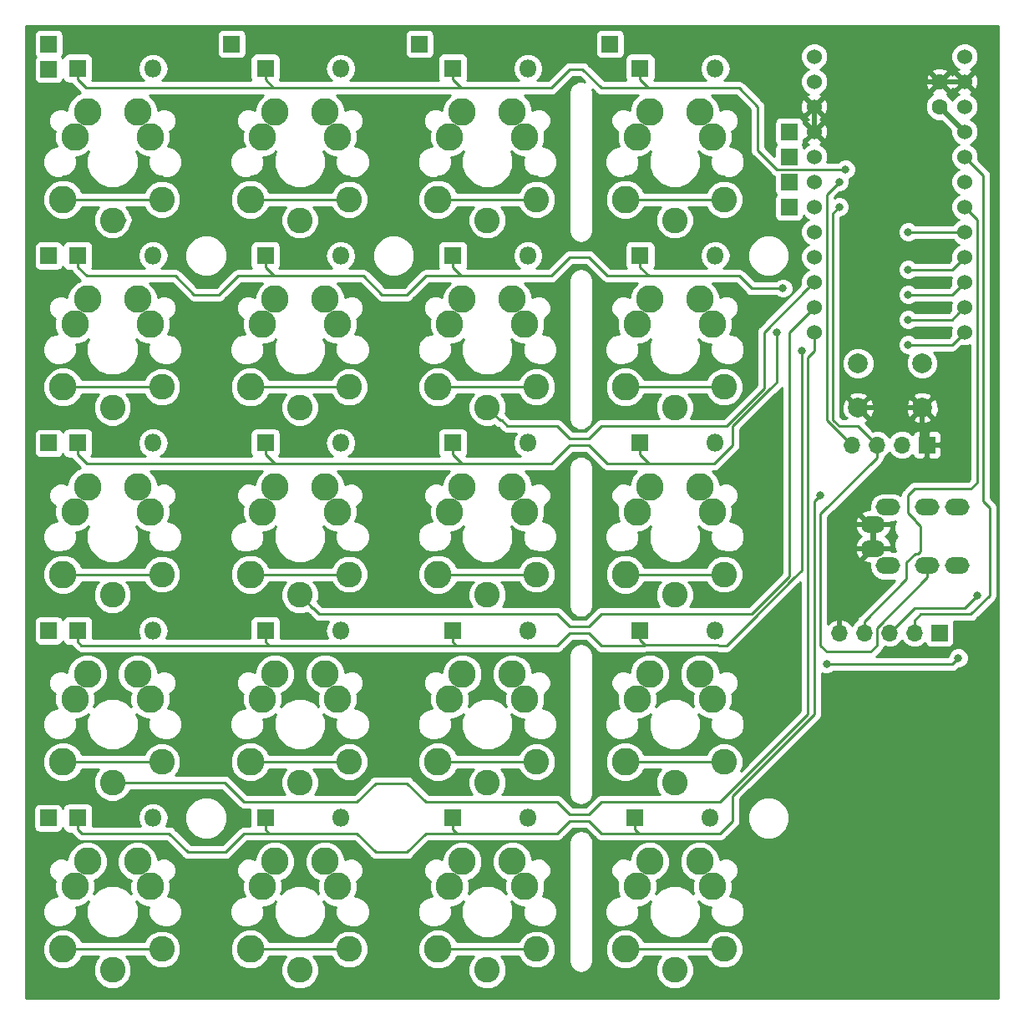
<source format=gbr>
G04 #@! TF.GenerationSoftware,KiCad,Pcbnew,5.0.2-bee76a0~70~ubuntu16.04.1*
G04 #@! TF.CreationDate,2019-02-17T20:15:13+09:00*
G04 #@! TF.ProjectId,msykbd,6d73796b-6264-42e6-9b69-6361645f7063,rev?*
G04 #@! TF.SameCoordinates,Original*
G04 #@! TF.FileFunction,Copper,L2,Bot*
G04 #@! TF.FilePolarity,Positive*
%FSLAX46Y46*%
G04 Gerber Fmt 4.6, Leading zero omitted, Abs format (unit mm)*
G04 Created by KiCad (PCBNEW 5.0.2-bee76a0~70~ubuntu16.04.1) date 2019年02月17日 20時15分13秒*
%MOMM*%
%LPD*%
G01*
G04 APERTURE LIST*
G04 #@! TA.AperFunction,ComponentPad*
%ADD10R,1.700000X1.700000*%
G04 #@! TD*
G04 #@! TA.AperFunction,ComponentPad*
%ADD11O,1.700000X1.700000*%
G04 #@! TD*
G04 #@! TA.AperFunction,ComponentPad*
%ADD12R,1.800000X1.800000*%
G04 #@! TD*
G04 #@! TA.AperFunction,ComponentPad*
%ADD13O,1.800000X1.800000*%
G04 #@! TD*
G04 #@! TA.AperFunction,ComponentPad*
%ADD14O,2.500000X1.700000*%
G04 #@! TD*
G04 #@! TA.AperFunction,ComponentPad*
%ADD15C,1.524000*%
G04 #@! TD*
G04 #@! TA.AperFunction,ComponentPad*
%ADD16C,2.800000*%
G04 #@! TD*
G04 #@! TA.AperFunction,ComponentPad*
%ADD17C,2.600000*%
G04 #@! TD*
G04 #@! TA.AperFunction,ComponentPad*
%ADD18C,1.600000*%
G04 #@! TD*
G04 #@! TA.AperFunction,ComponentPad*
%ADD19C,2.000000*%
G04 #@! TD*
G04 #@! TA.AperFunction,ViaPad*
%ADD20C,0.800000*%
G04 #@! TD*
G04 #@! TA.AperFunction,Conductor*
%ADD21C,0.500000*%
G04 #@! TD*
G04 #@! TA.AperFunction,Conductor*
%ADD22C,0.250000*%
G04 #@! TD*
G04 #@! TA.AperFunction,Conductor*
%ADD23C,0.254000*%
G04 #@! TD*
G04 APERTURE END LIST*
D10*
G04 #@! TO.P,J19,1*
G04 #@! TO.N,+5V*
X123345000Y-92230000D03*
D11*
G04 #@! TO.P,J19,2*
G04 #@! TO.N,/ADC3*
X120805000Y-92230000D03*
G04 #@! TO.P,J19,3*
G04 #@! TO.N,/ADC2*
X118265000Y-92230000D03*
G04 #@! TO.P,J19,4*
G04 #@! TO.N,/ADC1*
X115725000Y-92230000D03*
G04 #@! TO.P,J19,5*
G04 #@! TO.N,GND*
X113185000Y-92230000D03*
G04 #@! TD*
D12*
G04 #@! TO.P,D10,1*
G04 #@! TO.N,/ROW4*
X55000000Y-35000000D03*
D13*
G04 #@! TO.P,D10,2*
G04 #@! TO.N,Net-(D10-Pad2)*
X62620000Y-35000000D03*
G04 #@! TD*
D14*
G04 #@! TO.P,J14,A*
G04 #@! TO.N,GND*
X116625000Y-81240000D03*
G04 #@! TO.P,J14,D*
G04 #@! TO.N,+5V*
X118125000Y-85440000D03*
G04 #@! TO.P,J14,C*
G04 #@! TO.N,/SCL*
X122125000Y-85440000D03*
G04 #@! TO.P,J14,B*
G04 #@! TO.N,/SDA*
X125125000Y-85440000D03*
G04 #@! TO.P,J14,C*
G04 #@! TO.N,/SCL*
X122125000Y-79490000D03*
G04 #@! TO.P,J14,B*
G04 #@! TO.N,/SDA*
X125125000Y-79490000D03*
G04 #@! TO.P,J14,A*
G04 #@! TO.N,GND*
X116625000Y-83690000D03*
G04 #@! TO.P,J14,D*
G04 #@! TO.N,+5V*
X118125000Y-79490000D03*
G04 #@! TD*
D15*
G04 #@! TO.P,U1,24*
G04 #@! TO.N,Net-(U1-Pad24)*
X125885000Y-33810000D03*
G04 #@! TO.P,U1,23*
G04 #@! TO.N,GND*
X125885000Y-36350000D03*
G04 #@! TO.P,U1,22*
G04 #@! TO.N,/nRST*
X125885000Y-38890000D03*
G04 #@! TO.P,U1,21*
G04 #@! TO.N,+5V*
X125885000Y-41430000D03*
G04 #@! TO.P,U1,20*
G04 #@! TO.N,/ADC3*
X125885000Y-43970000D03*
G04 #@! TO.P,U1,19*
G04 #@! TO.N,/ADC2*
X125885000Y-46510000D03*
G04 #@! TO.P,U1,18*
G04 #@! TO.N,/ADC1*
X125885000Y-49050000D03*
G04 #@! TO.P,U1,17*
G04 #@! TO.N,/ROW4*
X125885000Y-51590000D03*
G04 #@! TO.P,U1,16*
G04 #@! TO.N,/ROW3*
X125885000Y-54130000D03*
G04 #@! TO.P,U1,15*
G04 #@! TO.N,/ROW2*
X125885000Y-56670000D03*
G04 #@! TO.P,U1,14*
G04 #@! TO.N,/ROW1*
X125885000Y-59210000D03*
G04 #@! TO.P,U1,13*
G04 #@! TO.N,/ROW0*
X125885000Y-61750000D03*
G04 #@! TO.P,U1,12*
G04 #@! TO.N,/COL0*
X110645000Y-61750000D03*
G04 #@! TO.P,U1,11*
G04 #@! TO.N,/COL1*
X110645000Y-59210000D03*
G04 #@! TO.P,U1,10*
G04 #@! TO.N,/COL2*
X110645000Y-56670000D03*
G04 #@! TO.P,U1,9*
G04 #@! TO.N,/COL3*
X110645000Y-54130000D03*
G04 #@! TO.P,U1,8*
G04 #@! TO.N,/COL4*
X110645000Y-51590000D03*
G04 #@! TO.P,U1,7*
G04 #@! TO.N,/COL5*
X110645000Y-49050000D03*
G04 #@! TO.P,U1,6*
G04 #@! TO.N,/SCL*
X110645000Y-46510000D03*
G04 #@! TO.P,U1,5*
G04 #@! TO.N,/SDA*
X110645000Y-43970000D03*
G04 #@! TO.P,U1,4*
G04 #@! TO.N,GND*
X110645000Y-41430000D03*
G04 #@! TO.P,U1,3*
X110645000Y-38890000D03*
G04 #@! TO.P,U1,2*
G04 #@! TO.N,/COL6*
X110645000Y-36350000D03*
G04 #@! TO.P,U1,1*
G04 #@! TO.N,/COL7*
X110645000Y-33810000D03*
G04 #@! TD*
D16*
G04 #@! TO.P,SW15,1*
G04 #@! TO.N,/COL2*
X73690000Y-60960000D03*
G04 #@! TO.P,SW15,2*
G04 #@! TO.N,Net-(D14-Pad2)*
X81310000Y-60960000D03*
G04 #@! TO.P,SW15,1*
G04 #@! TO.N,/COL2*
X74960000Y-58420000D03*
G04 #@! TO.P,SW15,2*
G04 #@! TO.N,Net-(D14-Pad2)*
X80040000Y-58420000D03*
X72500000Y-67300000D03*
D17*
G04 #@! TO.P,SW15,1*
G04 #@! TO.N,/COL2*
X77500000Y-69400000D03*
G04 #@! TO.P,SW15,2*
G04 #@! TO.N,Net-(D14-Pad2)*
X82500000Y-67300000D03*
G04 #@! TD*
D16*
G04 #@! TO.P,SW3,1*
G04 #@! TO.N,/COL0*
X35690000Y-98960000D03*
G04 #@! TO.P,SW3,2*
G04 #@! TO.N,Net-(D2-Pad2)*
X43310000Y-98960000D03*
G04 #@! TO.P,SW3,1*
G04 #@! TO.N,/COL0*
X36960000Y-96420000D03*
G04 #@! TO.P,SW3,2*
G04 #@! TO.N,Net-(D2-Pad2)*
X42040000Y-96420000D03*
X34500000Y-105300000D03*
D17*
G04 #@! TO.P,SW3,1*
G04 #@! TO.N,/COL0*
X39500000Y-107400000D03*
G04 #@! TO.P,SW3,2*
G04 #@! TO.N,Net-(D2-Pad2)*
X44500000Y-105300000D03*
G04 #@! TD*
D16*
G04 #@! TO.P,SW19,1*
G04 #@! TO.N,/COL3*
X92690000Y-79960000D03*
G04 #@! TO.P,SW19,2*
G04 #@! TO.N,Net-(D18-Pad2)*
X100310000Y-79960000D03*
G04 #@! TO.P,SW19,1*
G04 #@! TO.N,/COL3*
X93960000Y-77420000D03*
G04 #@! TO.P,SW19,2*
G04 #@! TO.N,Net-(D18-Pad2)*
X99040000Y-77420000D03*
X91500000Y-86300000D03*
D17*
G04 #@! TO.P,SW19,1*
G04 #@! TO.N,/COL3*
X96500000Y-88400000D03*
G04 #@! TO.P,SW19,2*
G04 #@! TO.N,Net-(D18-Pad2)*
X101500000Y-86300000D03*
G04 #@! TD*
D16*
G04 #@! TO.P,SW2,1*
G04 #@! TO.N,/COL0*
X35690000Y-117960000D03*
G04 #@! TO.P,SW2,2*
G04 #@! TO.N,Net-(D1-Pad2)*
X43310000Y-117960000D03*
G04 #@! TO.P,SW2,1*
G04 #@! TO.N,/COL0*
X36960000Y-115420000D03*
G04 #@! TO.P,SW2,2*
G04 #@! TO.N,Net-(D1-Pad2)*
X42040000Y-115420000D03*
X34500000Y-124300000D03*
D17*
G04 #@! TO.P,SW2,1*
G04 #@! TO.N,/COL0*
X39500000Y-126400000D03*
G04 #@! TO.P,SW2,2*
G04 #@! TO.N,Net-(D1-Pad2)*
X44500000Y-124300000D03*
G04 #@! TD*
D16*
G04 #@! TO.P,SW4,1*
G04 #@! TO.N,/COL0*
X35690000Y-79960000D03*
G04 #@! TO.P,SW4,2*
G04 #@! TO.N,Net-(D3-Pad2)*
X43310000Y-79960000D03*
G04 #@! TO.P,SW4,1*
G04 #@! TO.N,/COL0*
X36960000Y-77420000D03*
G04 #@! TO.P,SW4,2*
G04 #@! TO.N,Net-(D3-Pad2)*
X42040000Y-77420000D03*
X34500000Y-86300000D03*
D17*
G04 #@! TO.P,SW4,1*
G04 #@! TO.N,/COL0*
X39500000Y-88400000D03*
G04 #@! TO.P,SW4,2*
G04 #@! TO.N,Net-(D3-Pad2)*
X44500000Y-86300000D03*
G04 #@! TD*
D16*
G04 #@! TO.P,SW5,1*
G04 #@! TO.N,/COL0*
X35690000Y-60960000D03*
G04 #@! TO.P,SW5,2*
G04 #@! TO.N,Net-(D4-Pad2)*
X43310000Y-60960000D03*
G04 #@! TO.P,SW5,1*
G04 #@! TO.N,/COL0*
X36960000Y-58420000D03*
G04 #@! TO.P,SW5,2*
G04 #@! TO.N,Net-(D4-Pad2)*
X42040000Y-58420000D03*
X34500000Y-67300000D03*
D17*
G04 #@! TO.P,SW5,1*
G04 #@! TO.N,/COL0*
X39500000Y-69400000D03*
G04 #@! TO.P,SW5,2*
G04 #@! TO.N,Net-(D4-Pad2)*
X44500000Y-67300000D03*
G04 #@! TD*
D16*
G04 #@! TO.P,SW6,1*
G04 #@! TO.N,/COL0*
X35690000Y-41960000D03*
G04 #@! TO.P,SW6,2*
G04 #@! TO.N,Net-(D5-Pad2)*
X43310000Y-41960000D03*
G04 #@! TO.P,SW6,1*
G04 #@! TO.N,/COL0*
X36960000Y-39420000D03*
G04 #@! TO.P,SW6,2*
G04 #@! TO.N,Net-(D5-Pad2)*
X42040000Y-39420000D03*
X34500000Y-48300000D03*
D17*
G04 #@! TO.P,SW6,1*
G04 #@! TO.N,/COL0*
X39500000Y-50400000D03*
G04 #@! TO.P,SW6,2*
G04 #@! TO.N,Net-(D5-Pad2)*
X44500000Y-48300000D03*
G04 #@! TD*
D16*
G04 #@! TO.P,SW7,1*
G04 #@! TO.N,/COL1*
X54690000Y-117960000D03*
G04 #@! TO.P,SW7,2*
G04 #@! TO.N,Net-(D6-Pad2)*
X62310000Y-117960000D03*
G04 #@! TO.P,SW7,1*
G04 #@! TO.N,/COL1*
X55960000Y-115420000D03*
G04 #@! TO.P,SW7,2*
G04 #@! TO.N,Net-(D6-Pad2)*
X61040000Y-115420000D03*
X53500000Y-124300000D03*
D17*
G04 #@! TO.P,SW7,1*
G04 #@! TO.N,/COL1*
X58500000Y-126400000D03*
G04 #@! TO.P,SW7,2*
G04 #@! TO.N,Net-(D6-Pad2)*
X63500000Y-124300000D03*
G04 #@! TD*
D16*
G04 #@! TO.P,SW8,1*
G04 #@! TO.N,/COL1*
X54690000Y-98960000D03*
G04 #@! TO.P,SW8,2*
G04 #@! TO.N,Net-(D7-Pad2)*
X62310000Y-98960000D03*
G04 #@! TO.P,SW8,1*
G04 #@! TO.N,/COL1*
X55960000Y-96420000D03*
G04 #@! TO.P,SW8,2*
G04 #@! TO.N,Net-(D7-Pad2)*
X61040000Y-96420000D03*
X53500000Y-105300000D03*
D17*
G04 #@! TO.P,SW8,1*
G04 #@! TO.N,/COL1*
X58500000Y-107400000D03*
G04 #@! TO.P,SW8,2*
G04 #@! TO.N,Net-(D7-Pad2)*
X63500000Y-105300000D03*
G04 #@! TD*
D16*
G04 #@! TO.P,SW9,1*
G04 #@! TO.N,/COL1*
X54690000Y-79960000D03*
G04 #@! TO.P,SW9,2*
G04 #@! TO.N,Net-(D8-Pad2)*
X62310000Y-79960000D03*
G04 #@! TO.P,SW9,1*
G04 #@! TO.N,/COL1*
X55960000Y-77420000D03*
G04 #@! TO.P,SW9,2*
G04 #@! TO.N,Net-(D8-Pad2)*
X61040000Y-77420000D03*
X53500000Y-86300000D03*
D17*
G04 #@! TO.P,SW9,1*
G04 #@! TO.N,/COL1*
X58500000Y-88400000D03*
G04 #@! TO.P,SW9,2*
G04 #@! TO.N,Net-(D8-Pad2)*
X63500000Y-86300000D03*
G04 #@! TD*
D16*
G04 #@! TO.P,SW10,1*
G04 #@! TO.N,/COL1*
X54690000Y-60960000D03*
G04 #@! TO.P,SW10,2*
G04 #@! TO.N,Net-(D9-Pad2)*
X62310000Y-60960000D03*
G04 #@! TO.P,SW10,1*
G04 #@! TO.N,/COL1*
X55960000Y-58420000D03*
G04 #@! TO.P,SW10,2*
G04 #@! TO.N,Net-(D9-Pad2)*
X61040000Y-58420000D03*
X53500000Y-67300000D03*
D17*
G04 #@! TO.P,SW10,1*
G04 #@! TO.N,/COL1*
X58500000Y-69400000D03*
G04 #@! TO.P,SW10,2*
G04 #@! TO.N,Net-(D9-Pad2)*
X63500000Y-67300000D03*
G04 #@! TD*
D16*
G04 #@! TO.P,SW11,1*
G04 #@! TO.N,/COL1*
X54690000Y-41960000D03*
G04 #@! TO.P,SW11,2*
G04 #@! TO.N,Net-(D10-Pad2)*
X62310000Y-41960000D03*
G04 #@! TO.P,SW11,1*
G04 #@! TO.N,/COL1*
X55960000Y-39420000D03*
G04 #@! TO.P,SW11,2*
G04 #@! TO.N,Net-(D10-Pad2)*
X61040000Y-39420000D03*
X53500000Y-48300000D03*
D17*
G04 #@! TO.P,SW11,1*
G04 #@! TO.N,/COL1*
X58500000Y-50400000D03*
G04 #@! TO.P,SW11,2*
G04 #@! TO.N,Net-(D10-Pad2)*
X63500000Y-48300000D03*
G04 #@! TD*
D16*
G04 #@! TO.P,SW12,1*
G04 #@! TO.N,/COL2*
X73690000Y-117960000D03*
G04 #@! TO.P,SW12,2*
G04 #@! TO.N,Net-(D11-Pad2)*
X81310000Y-117960000D03*
G04 #@! TO.P,SW12,1*
G04 #@! TO.N,/COL2*
X74960000Y-115420000D03*
G04 #@! TO.P,SW12,2*
G04 #@! TO.N,Net-(D11-Pad2)*
X80040000Y-115420000D03*
X72500000Y-124300000D03*
D17*
G04 #@! TO.P,SW12,1*
G04 #@! TO.N,/COL2*
X77500000Y-126400000D03*
G04 #@! TO.P,SW12,2*
G04 #@! TO.N,Net-(D11-Pad2)*
X82500000Y-124300000D03*
G04 #@! TD*
D16*
G04 #@! TO.P,SW13,1*
G04 #@! TO.N,/COL2*
X73690000Y-98960000D03*
G04 #@! TO.P,SW13,2*
G04 #@! TO.N,Net-(D12-Pad2)*
X81310000Y-98960000D03*
G04 #@! TO.P,SW13,1*
G04 #@! TO.N,/COL2*
X74960000Y-96420000D03*
G04 #@! TO.P,SW13,2*
G04 #@! TO.N,Net-(D12-Pad2)*
X80040000Y-96420000D03*
X72500000Y-105300000D03*
D17*
G04 #@! TO.P,SW13,1*
G04 #@! TO.N,/COL2*
X77500000Y-107400000D03*
G04 #@! TO.P,SW13,2*
G04 #@! TO.N,Net-(D12-Pad2)*
X82500000Y-105300000D03*
G04 #@! TD*
D16*
G04 #@! TO.P,SW14,1*
G04 #@! TO.N,/COL2*
X73690000Y-79960000D03*
G04 #@! TO.P,SW14,2*
G04 #@! TO.N,Net-(D13-Pad2)*
X81310000Y-79960000D03*
G04 #@! TO.P,SW14,1*
G04 #@! TO.N,/COL2*
X74960000Y-77420000D03*
G04 #@! TO.P,SW14,2*
G04 #@! TO.N,Net-(D13-Pad2)*
X80040000Y-77420000D03*
X72500000Y-86300000D03*
D17*
G04 #@! TO.P,SW14,1*
G04 #@! TO.N,/COL2*
X77500000Y-88400000D03*
G04 #@! TO.P,SW14,2*
G04 #@! TO.N,Net-(D13-Pad2)*
X82500000Y-86300000D03*
G04 #@! TD*
D16*
G04 #@! TO.P,SW16,1*
G04 #@! TO.N,/COL2*
X73690000Y-41960000D03*
G04 #@! TO.P,SW16,2*
G04 #@! TO.N,Net-(D15-Pad2)*
X81310000Y-41960000D03*
G04 #@! TO.P,SW16,1*
G04 #@! TO.N,/COL2*
X74960000Y-39420000D03*
G04 #@! TO.P,SW16,2*
G04 #@! TO.N,Net-(D15-Pad2)*
X80040000Y-39420000D03*
X72500000Y-48300000D03*
D17*
G04 #@! TO.P,SW16,1*
G04 #@! TO.N,/COL2*
X77500000Y-50400000D03*
G04 #@! TO.P,SW16,2*
G04 #@! TO.N,Net-(D15-Pad2)*
X82500000Y-48300000D03*
G04 #@! TD*
D16*
G04 #@! TO.P,SW17,1*
G04 #@! TO.N,/COL3*
X92690000Y-117960000D03*
G04 #@! TO.P,SW17,2*
G04 #@! TO.N,Net-(D16-Pad2)*
X100310000Y-117960000D03*
G04 #@! TO.P,SW17,1*
G04 #@! TO.N,/COL3*
X93960000Y-115420000D03*
G04 #@! TO.P,SW17,2*
G04 #@! TO.N,Net-(D16-Pad2)*
X99040000Y-115420000D03*
X91500000Y-124300000D03*
D17*
G04 #@! TO.P,SW17,1*
G04 #@! TO.N,/COL3*
X96500000Y-126400000D03*
G04 #@! TO.P,SW17,2*
G04 #@! TO.N,Net-(D16-Pad2)*
X101500000Y-124300000D03*
G04 #@! TD*
D16*
G04 #@! TO.P,SW18,1*
G04 #@! TO.N,/COL3*
X92690000Y-98960000D03*
G04 #@! TO.P,SW18,2*
G04 #@! TO.N,Net-(D17-Pad2)*
X100310000Y-98960000D03*
G04 #@! TO.P,SW18,1*
G04 #@! TO.N,/COL3*
X93960000Y-96420000D03*
G04 #@! TO.P,SW18,2*
G04 #@! TO.N,Net-(D17-Pad2)*
X99040000Y-96420000D03*
X91500000Y-105300000D03*
D17*
G04 #@! TO.P,SW18,1*
G04 #@! TO.N,/COL3*
X96500000Y-107400000D03*
G04 #@! TO.P,SW18,2*
G04 #@! TO.N,Net-(D17-Pad2)*
X101500000Y-105300000D03*
G04 #@! TD*
D16*
G04 #@! TO.P,SW20,1*
G04 #@! TO.N,/COL3*
X92690000Y-60960000D03*
G04 #@! TO.P,SW20,2*
G04 #@! TO.N,Net-(D19-Pad2)*
X100310000Y-60960000D03*
G04 #@! TO.P,SW20,1*
G04 #@! TO.N,/COL3*
X93960000Y-58420000D03*
G04 #@! TO.P,SW20,2*
G04 #@! TO.N,Net-(D19-Pad2)*
X99040000Y-58420000D03*
X91500000Y-67300000D03*
D17*
G04 #@! TO.P,SW20,1*
G04 #@! TO.N,/COL3*
X96500000Y-69400000D03*
G04 #@! TO.P,SW20,2*
G04 #@! TO.N,Net-(D19-Pad2)*
X101500000Y-67300000D03*
G04 #@! TD*
D16*
G04 #@! TO.P,SW21,1*
G04 #@! TO.N,/COL3*
X92690000Y-41960000D03*
G04 #@! TO.P,SW21,2*
G04 #@! TO.N,Net-(D20-Pad2)*
X100310000Y-41960000D03*
G04 #@! TO.P,SW21,1*
G04 #@! TO.N,/COL3*
X93960000Y-39420000D03*
G04 #@! TO.P,SW21,2*
G04 #@! TO.N,Net-(D20-Pad2)*
X99040000Y-39420000D03*
X91500000Y-48300000D03*
D17*
G04 #@! TO.P,SW21,1*
G04 #@! TO.N,/COL3*
X96500000Y-50400000D03*
G04 #@! TO.P,SW21,2*
G04 #@! TO.N,Net-(D20-Pad2)*
X101500000Y-48300000D03*
G04 #@! TD*
D18*
G04 #@! TO.P,C1,2*
G04 #@! TO.N,GND*
X123345000Y-36390000D03*
G04 #@! TO.P,C1,1*
G04 #@! TO.N,+5V*
X123345000Y-38890000D03*
G04 #@! TD*
D13*
G04 #@! TO.P,D1,2*
G04 #@! TO.N,Net-(D1-Pad2)*
X43620000Y-111000000D03*
D12*
G04 #@! TO.P,D1,1*
G04 #@! TO.N,/ROW0*
X36000000Y-111000000D03*
G04 #@! TD*
G04 #@! TO.P,D2,1*
G04 #@! TO.N,/ROW1*
X36000000Y-92000000D03*
D13*
G04 #@! TO.P,D2,2*
G04 #@! TO.N,Net-(D2-Pad2)*
X43620000Y-92000000D03*
G04 #@! TD*
D12*
G04 #@! TO.P,D3,1*
G04 #@! TO.N,/ROW2*
X36000000Y-73000000D03*
D13*
G04 #@! TO.P,D3,2*
G04 #@! TO.N,Net-(D3-Pad2)*
X43620000Y-73000000D03*
G04 #@! TD*
D12*
G04 #@! TO.P,D4,1*
G04 #@! TO.N,/ROW3*
X36000000Y-54000000D03*
D13*
G04 #@! TO.P,D4,2*
G04 #@! TO.N,Net-(D4-Pad2)*
X43620000Y-54000000D03*
G04 #@! TD*
D12*
G04 #@! TO.P,D5,1*
G04 #@! TO.N,/ROW4*
X36000000Y-35000000D03*
D13*
G04 #@! TO.P,D5,2*
G04 #@! TO.N,Net-(D5-Pad2)*
X43620000Y-35000000D03*
G04 #@! TD*
D12*
G04 #@! TO.P,D6,1*
G04 #@! TO.N,/ROW0*
X55000000Y-111000000D03*
D13*
G04 #@! TO.P,D6,2*
G04 #@! TO.N,Net-(D6-Pad2)*
X62620000Y-111000000D03*
G04 #@! TD*
G04 #@! TO.P,D7,2*
G04 #@! TO.N,Net-(D7-Pad2)*
X62620000Y-92000000D03*
D12*
G04 #@! TO.P,D7,1*
G04 #@! TO.N,/ROW1*
X55000000Y-92000000D03*
G04 #@! TD*
D13*
G04 #@! TO.P,D8,2*
G04 #@! TO.N,Net-(D8-Pad2)*
X62620000Y-73000000D03*
D12*
G04 #@! TO.P,D8,1*
G04 #@! TO.N,/ROW2*
X55000000Y-73000000D03*
G04 #@! TD*
G04 #@! TO.P,D9,1*
G04 #@! TO.N,/ROW3*
X55000000Y-54000000D03*
D13*
G04 #@! TO.P,D9,2*
G04 #@! TO.N,Net-(D9-Pad2)*
X62620000Y-54000000D03*
G04 #@! TD*
G04 #@! TO.P,D11,2*
G04 #@! TO.N,Net-(D11-Pad2)*
X81620000Y-111000000D03*
D12*
G04 #@! TO.P,D11,1*
G04 #@! TO.N,/ROW0*
X74000000Y-111000000D03*
G04 #@! TD*
G04 #@! TO.P,D12,1*
G04 #@! TO.N,/ROW1*
X74000000Y-92000000D03*
D13*
G04 #@! TO.P,D12,2*
G04 #@! TO.N,Net-(D12-Pad2)*
X81620000Y-92000000D03*
G04 #@! TD*
D12*
G04 #@! TO.P,D13,1*
G04 #@! TO.N,/ROW2*
X74000000Y-73000000D03*
D13*
G04 #@! TO.P,D13,2*
G04 #@! TO.N,Net-(D13-Pad2)*
X81620000Y-73000000D03*
G04 #@! TD*
G04 #@! TO.P,D14,2*
G04 #@! TO.N,Net-(D14-Pad2)*
X81620000Y-54000000D03*
D12*
G04 #@! TO.P,D14,1*
G04 #@! TO.N,/ROW3*
X74000000Y-54000000D03*
G04 #@! TD*
D13*
G04 #@! TO.P,D15,2*
G04 #@! TO.N,Net-(D15-Pad2)*
X81620000Y-35000000D03*
D12*
G04 #@! TO.P,D15,1*
G04 #@! TO.N,/ROW4*
X74000000Y-35000000D03*
G04 #@! TD*
D13*
G04 #@! TO.P,D16,2*
G04 #@! TO.N,Net-(D16-Pad2)*
X100120000Y-111000000D03*
D12*
G04 #@! TO.P,D16,1*
G04 #@! TO.N,/ROW0*
X92500000Y-111000000D03*
G04 #@! TD*
D13*
G04 #@! TO.P,D17,2*
G04 #@! TO.N,Net-(D17-Pad2)*
X100620000Y-92000000D03*
D12*
G04 #@! TO.P,D17,1*
G04 #@! TO.N,/ROW1*
X93000000Y-92000000D03*
G04 #@! TD*
D13*
G04 #@! TO.P,D18,2*
G04 #@! TO.N,Net-(D18-Pad2)*
X100620000Y-73000000D03*
D12*
G04 #@! TO.P,D18,1*
G04 #@! TO.N,/ROW2*
X93000000Y-73000000D03*
G04 #@! TD*
G04 #@! TO.P,D19,1*
G04 #@! TO.N,/ROW3*
X93000000Y-54000000D03*
D13*
G04 #@! TO.P,D19,2*
G04 #@! TO.N,Net-(D19-Pad2)*
X100620000Y-54000000D03*
G04 #@! TD*
G04 #@! TO.P,D20,2*
G04 #@! TO.N,Net-(D20-Pad2)*
X100620000Y-35000000D03*
D12*
G04 #@! TO.P,D20,1*
G04 #@! TO.N,/ROW4*
X93000000Y-35000000D03*
G04 #@! TD*
D10*
G04 #@! TO.P,J1,1*
G04 #@! TO.N,/ROW0*
X33000000Y-111000000D03*
G04 #@! TD*
G04 #@! TO.P,J2,1*
G04 #@! TO.N,/ROW1*
X33048000Y-92000000D03*
G04 #@! TD*
G04 #@! TO.P,J3,1*
G04 #@! TO.N,/ROW2*
X33048000Y-73000000D03*
G04 #@! TD*
G04 #@! TO.P,J4,1*
G04 #@! TO.N,/ROW3*
X33048000Y-54000000D03*
G04 #@! TD*
G04 #@! TO.P,J5,1*
G04 #@! TO.N,/ROW4*
X33048000Y-35080000D03*
G04 #@! TD*
G04 #@! TO.P,J6,1*
G04 #@! TO.N,/COL0*
X33048000Y-32540000D03*
G04 #@! TD*
G04 #@! TO.P,J7,1*
G04 #@! TO.N,/COL1*
X51590000Y-32540000D03*
G04 #@! TD*
G04 #@! TO.P,J8,1*
G04 #@! TO.N,/COL2*
X70640000Y-32540000D03*
G04 #@! TD*
G04 #@! TO.P,J9,1*
G04 #@! TO.N,/COL3*
X89944000Y-32540000D03*
G04 #@! TD*
G04 #@! TO.P,J10,1*
G04 #@! TO.N,/COL4*
X108105000Y-49050000D03*
G04 #@! TD*
G04 #@! TO.P,J11,1*
G04 #@! TO.N,/COL5*
X108105000Y-46510000D03*
G04 #@! TD*
G04 #@! TO.P,J12,1*
G04 #@! TO.N,/COL6*
X108105000Y-43970000D03*
G04 #@! TD*
G04 #@! TO.P,J13,1*
G04 #@! TO.N,/COL7*
X108105000Y-41430000D03*
G04 #@! TD*
G04 #@! TO.P,J15,1*
G04 #@! TO.N,GND*
X122075000Y-73180000D03*
D11*
G04 #@! TO.P,J15,2*
G04 #@! TO.N,+5V*
X119535000Y-73180000D03*
G04 #@! TO.P,J15,3*
G04 #@! TO.N,/SCL*
X116995000Y-73180000D03*
G04 #@! TO.P,J15,4*
G04 #@! TO.N,/SDA*
X114455000Y-73180000D03*
G04 #@! TD*
D19*
G04 #@! TO.P,SW1,2*
G04 #@! TO.N,GND*
X115090000Y-69425000D03*
G04 #@! TO.P,SW1,1*
G04 #@! TO.N,/nRST*
X115090000Y-64925000D03*
G04 #@! TO.P,SW1,2*
G04 #@! TO.N,GND*
X121590000Y-69425000D03*
G04 #@! TO.P,SW1,1*
G04 #@! TO.N,/nRST*
X121590000Y-64925000D03*
G04 #@! TD*
D20*
G04 #@! TO.N,/ROW0*
X120170000Y-63020000D03*
X111280000Y-78260000D03*
G04 #@! TO.N,/ROW1*
X120170000Y-60480000D03*
X109375000Y-63655000D03*
G04 #@! TO.N,/ROW2*
X120170000Y-57940000D03*
X106835000Y-61750000D03*
G04 #@! TO.N,/ROW3*
X120170000Y-55400000D03*
X107470000Y-57305000D03*
G04 #@! TO.N,/ROW4*
X120170000Y-51590000D03*
X113820000Y-45240000D03*
G04 #@! TO.N,/SCL*
X113185000Y-49050000D03*
G04 #@! TO.N,/SDA*
X113185000Y-46510000D03*
X111915000Y-95405000D03*
X125250000Y-94770000D03*
G04 #@! TO.N,/ADC2*
X127155000Y-88420000D03*
G04 #@! TD*
D21*
G04 #@! TO.N,GND*
X123345000Y-36390000D02*
X125845000Y-36390000D01*
X125845000Y-36390000D02*
X125885000Y-36350000D01*
X121832500Y-72937500D02*
X122075000Y-73180000D01*
X121590000Y-69425000D02*
X121590000Y-72695000D01*
X121590000Y-72695000D02*
X121832500Y-72937500D01*
X116625000Y-83690000D02*
X116625000Y-82640300D01*
X113185000Y-92230000D02*
X113185000Y-87130000D01*
X113185000Y-87130000D02*
X116625000Y-83690000D01*
X116625000Y-81240000D02*
X116625000Y-82640300D01*
X110645000Y-38890000D02*
X110645000Y-41430000D01*
X113145000Y-36390000D02*
X110645000Y-38890000D01*
X123345000Y-36390000D02*
X113145000Y-36390000D01*
X118265000Y-69425000D02*
X118265000Y-36350000D01*
X115090000Y-69425000D02*
X118265000Y-69425000D01*
X118265000Y-69425000D02*
X121590000Y-69425000D01*
X122075000Y-73180000D02*
X122075000Y-74450000D01*
X122075000Y-74450000D02*
X119535000Y-76990000D01*
X119535000Y-76990000D02*
X116360000Y-76990000D01*
X116225000Y-81240000D02*
X116625000Y-81240000D01*
X114875000Y-79890000D02*
X116225000Y-81240000D01*
X114875000Y-78475000D02*
X114875000Y-79890000D01*
X116360000Y-76990000D02*
X114875000Y-78475000D01*
G04 #@! TO.N,+5V*
X123345000Y-38890000D02*
X125885000Y-41430000D01*
D22*
G04 #@! TO.N,Net-(D1-Pad2)*
X34500000Y-124300000D02*
X44500000Y-124300000D01*
G04 #@! TO.N,/ROW0*
X55400000Y-112550000D02*
X64290000Y-112550000D01*
X64290000Y-112550000D02*
X66195000Y-114455000D01*
X66195000Y-114455000D02*
X69370000Y-114455000D01*
X69370000Y-114455000D02*
X71275000Y-112550000D01*
X71275000Y-112550000D02*
X74400000Y-112550000D01*
X36000000Y-111000000D02*
X36000000Y-112150000D01*
X36000000Y-112150000D02*
X36400000Y-112550000D01*
X36400000Y-112550000D02*
X45240000Y-112550000D01*
X45240000Y-112550000D02*
X47145000Y-114455000D01*
X47145000Y-114455000D02*
X50955000Y-114455000D01*
X50955000Y-114455000D02*
X52860000Y-112550000D01*
X52860000Y-112550000D02*
X55400000Y-112550000D01*
X74400000Y-112550000D02*
X84610000Y-112550000D01*
X84610000Y-112550000D02*
X85880000Y-111280000D01*
X85880000Y-111280000D02*
X87785000Y-111280000D01*
X87785000Y-111280000D02*
X89055000Y-112550000D01*
X89055000Y-112550000D02*
X92900000Y-112550000D01*
X92500000Y-111000000D02*
X92500000Y-112150000D01*
X92500000Y-112150000D02*
X92900000Y-112550000D01*
X92900000Y-112550000D02*
X93500000Y-112550000D01*
X74400000Y-112550000D02*
X74000000Y-112150000D01*
X74000000Y-112150000D02*
X74000000Y-111000000D01*
X55000000Y-111000000D02*
X55000000Y-112150000D01*
X55000000Y-112150000D02*
X55400000Y-112550000D01*
X125885000Y-61750000D02*
X125123001Y-62511999D01*
X125123001Y-62511999D02*
X124615000Y-63020000D01*
X124615000Y-63020000D02*
X120170000Y-63020000D01*
X92900000Y-112550000D02*
X101120000Y-112550000D01*
X102390000Y-111280000D02*
X102390000Y-108740000D01*
X101120000Y-112550000D02*
X102390000Y-111280000D01*
X111280000Y-78260000D02*
X110645000Y-78895000D01*
X110645000Y-78895000D02*
X110645000Y-92865000D01*
X110645000Y-92865000D02*
X110645000Y-100485000D01*
X110645000Y-100485000D02*
X110460010Y-100669990D01*
X110460010Y-100669990D02*
X102390000Y-108740000D01*
G04 #@! TO.N,/ROW1*
X93500000Y-93492000D02*
X93500000Y-93484000D01*
X93500000Y-93484000D02*
X93000000Y-92984000D01*
X93000000Y-92984000D02*
X93000000Y-92000000D01*
X74350000Y-93500000D02*
X84610000Y-93500000D01*
X84610000Y-93500000D02*
X85880000Y-92230000D01*
X85880000Y-92230000D02*
X87785000Y-92230000D01*
X87785000Y-92230000D02*
X89055000Y-93500000D01*
X89055000Y-93500000D02*
X93500000Y-93500000D01*
X93500000Y-93500000D02*
X93500000Y-93492000D01*
X55350000Y-93500000D02*
X55000000Y-93150000D01*
X55000000Y-93150000D02*
X55000000Y-92000000D01*
X55350000Y-93500000D02*
X36350000Y-93500000D01*
X36350000Y-93500000D02*
X36000000Y-93150000D01*
X36000000Y-93150000D02*
X36000000Y-92000000D01*
X74000000Y-92000000D02*
X74000000Y-93150000D01*
X74000000Y-93150000D02*
X74350000Y-93500000D01*
X55350000Y-93500000D02*
X74350000Y-93500000D01*
X125885000Y-59210000D02*
X125250000Y-59845000D01*
X125250000Y-59845000D02*
X124615000Y-60480000D01*
X124615000Y-60480000D02*
X120170000Y-60480000D01*
X109375000Y-85880000D02*
X109375000Y-63655000D01*
X108555010Y-86699990D02*
X109375000Y-85880000D01*
X108555009Y-86701401D02*
X108555010Y-86699990D01*
X104295000Y-90960000D02*
X104296410Y-90960000D01*
X104296410Y-90960000D02*
X108555009Y-86701401D01*
X93500000Y-93492000D02*
X100941002Y-93492000D01*
X100941002Y-93492000D02*
X100949002Y-93500000D01*
X101755000Y-93500000D02*
X104295000Y-90960000D01*
X100949002Y-93500000D02*
X101755000Y-93500000D01*
G04 #@! TO.N,Net-(D2-Pad2)*
X34500000Y-105300000D02*
X44500000Y-105300000D01*
G04 #@! TO.N,/ROW2*
X93935000Y-75085000D02*
X93000000Y-74150000D01*
X93000000Y-74150000D02*
X93000000Y-73000000D01*
X75085000Y-75085000D02*
X83975000Y-75085000D01*
X83975000Y-75085000D02*
X85880000Y-73180000D01*
X85880000Y-73180000D02*
X87785000Y-73180000D01*
X87785000Y-73180000D02*
X89690000Y-75085000D01*
X89690000Y-75085000D02*
X93935000Y-75085000D01*
X55935000Y-75085000D02*
X74935000Y-75085000D01*
X74935000Y-75085000D02*
X75085000Y-75085000D01*
X74000000Y-73000000D02*
X74000000Y-74150000D01*
X74000000Y-74150000D02*
X74935000Y-75085000D01*
X74935000Y-75085000D02*
X75085000Y-75085000D01*
X55000000Y-73000000D02*
X55000000Y-74150000D01*
X55000000Y-74150000D02*
X55935000Y-75085000D01*
X36000000Y-73000000D02*
X36000000Y-74150000D01*
X36000000Y-74150000D02*
X36935000Y-75085000D01*
X36935000Y-75085000D02*
X55935000Y-75085000D01*
X125885000Y-56670000D02*
X125123001Y-57431999D01*
X125123001Y-57431999D02*
X124615000Y-57940000D01*
X124615000Y-57940000D02*
X120170000Y-57940000D01*
X93935000Y-75085000D02*
X100485000Y-75085000D01*
X100485000Y-75085000D02*
X102390000Y-73180000D01*
X102390000Y-73180000D02*
X102390000Y-71276410D01*
X102390000Y-71276410D02*
X106200000Y-67466410D01*
X106200000Y-67466410D02*
X106200000Y-67465000D01*
X106835000Y-66830000D02*
X106835000Y-61750000D01*
X106200000Y-67465000D02*
X106835000Y-66830000D01*
G04 #@! TO.N,Net-(D3-Pad2)*
X34500000Y-86300000D02*
X44500000Y-86300000D01*
G04 #@! TO.N,/ROW3*
X124615000Y-55400000D02*
X125885000Y-54130000D01*
X93885000Y-56035000D02*
X93000000Y-55150000D01*
X93000000Y-55150000D02*
X93000000Y-54000000D01*
X75085000Y-56035000D02*
X83975000Y-56035000D01*
X83975000Y-56035000D02*
X85880000Y-54130000D01*
X85880000Y-54130000D02*
X87785000Y-54130000D01*
X87785000Y-54130000D02*
X89690000Y-56035000D01*
X56035000Y-56035000D02*
X64925000Y-56035000D01*
X64925000Y-56035000D02*
X66830000Y-57940000D01*
X66830000Y-57940000D02*
X69370000Y-57940000D01*
X69370000Y-57940000D02*
X71275000Y-56035000D01*
X71275000Y-56035000D02*
X74885000Y-56035000D01*
X55885000Y-56035000D02*
X56035000Y-56035000D01*
X36000000Y-54000000D02*
X36000000Y-55150000D01*
X36000000Y-55150000D02*
X36885000Y-56035000D01*
X36885000Y-56035000D02*
X45875000Y-56035000D01*
X45875000Y-56035000D02*
X47780000Y-57940000D01*
X47780000Y-57940000D02*
X50320000Y-57940000D01*
X50320000Y-57940000D02*
X52225000Y-56035000D01*
X52225000Y-56035000D02*
X55885000Y-56035000D01*
X74885000Y-56035000D02*
X75085000Y-56035000D01*
X74000000Y-54000000D02*
X74000000Y-55150000D01*
X74000000Y-55150000D02*
X74885000Y-56035000D01*
X74885000Y-56035000D02*
X75085000Y-56035000D01*
X55000000Y-54000000D02*
X55000000Y-55150000D01*
X55000000Y-55150000D02*
X55885000Y-56035000D01*
X55885000Y-56035000D02*
X56035000Y-56035000D01*
X89690000Y-56035000D02*
X93500000Y-56035000D01*
X93500000Y-56035000D02*
X93885000Y-56035000D01*
X124615000Y-55400000D02*
X120170000Y-55400000D01*
X93500000Y-56035000D02*
X103025000Y-56035000D01*
X103025000Y-56035000D02*
X104295000Y-57305000D01*
X104295000Y-57305000D02*
X107470000Y-57305000D01*
G04 #@! TO.N,Net-(D4-Pad2)*
X34500000Y-67300000D02*
X44500000Y-67300000D01*
G04 #@! TO.N,/ROW4*
X93835000Y-36985000D02*
X93000000Y-36150000D01*
X93000000Y-36150000D02*
X93000000Y-35000000D01*
X74835000Y-36985000D02*
X83975000Y-36985000D01*
X83975000Y-36985000D02*
X85880000Y-35080000D01*
X85880000Y-35080000D02*
X87150000Y-35080000D01*
X87150000Y-35080000D02*
X89055000Y-36985000D01*
X89055000Y-36985000D02*
X93835000Y-36985000D01*
X55835000Y-36985000D02*
X36835000Y-36985000D01*
X36835000Y-36985000D02*
X36000000Y-36150000D01*
X36000000Y-36150000D02*
X36000000Y-35000000D01*
X74835000Y-36985000D02*
X55835000Y-36985000D01*
X74000000Y-35000000D02*
X74000000Y-36150000D01*
X74000000Y-36150000D02*
X74835000Y-36985000D01*
X55000000Y-35000000D02*
X55000000Y-36150000D01*
X55000000Y-36150000D02*
X55835000Y-36985000D01*
X104930000Y-43335000D02*
X106835000Y-45240000D01*
X104930000Y-38890000D02*
X104930000Y-43335000D01*
X107199700Y-45240000D02*
X107470000Y-45240000D01*
X106835000Y-45240000D02*
X107470000Y-45240000D01*
X103025000Y-36985000D02*
X104930000Y-38890000D01*
X93835000Y-36985000D02*
X103025000Y-36985000D01*
X107470000Y-45240000D02*
X111915000Y-45240000D01*
X111915000Y-45240000D02*
X112550000Y-45240000D01*
X125885000Y-51590000D02*
X120170000Y-51590000D01*
X112550000Y-45240000D02*
X113820000Y-45240000D01*
G04 #@! TO.N,Net-(D5-Pad2)*
X34500000Y-48300000D02*
X44500000Y-48300000D01*
G04 #@! TO.N,Net-(D6-Pad2)*
X53500000Y-124300000D02*
X63500000Y-124300000D01*
G04 #@! TO.N,Net-(D7-Pad2)*
X53500000Y-105300000D02*
X63500000Y-105300000D01*
G04 #@! TO.N,Net-(D8-Pad2)*
X53500000Y-86300000D02*
X63500000Y-86300000D01*
G04 #@! TO.N,Net-(D9-Pad2)*
X53500000Y-67300000D02*
X63500000Y-67300000D01*
G04 #@! TO.N,Net-(D10-Pad2)*
X53500000Y-48300000D02*
X63500000Y-48300000D01*
G04 #@! TO.N,Net-(D11-Pad2)*
X72500000Y-124300000D02*
X82500000Y-124300000D01*
G04 #@! TO.N,Net-(D12-Pad2)*
X72500000Y-105300000D02*
X82500000Y-105300000D01*
G04 #@! TO.N,Net-(D13-Pad2)*
X72500000Y-86300000D02*
X82500000Y-86300000D01*
G04 #@! TO.N,Net-(D14-Pad2)*
X72500000Y-67300000D02*
X82500000Y-67300000D01*
G04 #@! TO.N,Net-(D15-Pad2)*
X72500000Y-48300000D02*
X82500000Y-48300000D01*
G04 #@! TO.N,Net-(D16-Pad2)*
X91500000Y-124300000D02*
X101500000Y-124300000D01*
G04 #@! TO.N,Net-(D17-Pad2)*
X91500000Y-105300000D02*
X101500000Y-105300000D01*
G04 #@! TO.N,Net-(D18-Pad2)*
X91500000Y-86300000D02*
X101500000Y-86300000D01*
G04 #@! TO.N,Net-(D19-Pad2)*
X91500000Y-67300000D02*
X101500000Y-67300000D01*
G04 #@! TO.N,Net-(D20-Pad2)*
X91500000Y-48300000D02*
X101500000Y-48300000D01*
G04 #@! TO.N,/COL0*
X101067900Y-109375000D02*
X101120000Y-109375000D01*
X39500000Y-107400000D02*
X50885000Y-107400000D01*
X50885000Y-107400000D02*
X52860000Y-109375000D01*
X52860000Y-109375000D02*
X64290000Y-109375000D01*
X64290000Y-109375000D02*
X66195000Y-107470000D01*
X66195000Y-107470000D02*
X69370000Y-107470000D01*
X69370000Y-107470000D02*
X71275000Y-109375000D01*
X71275000Y-109375000D02*
X84610000Y-109375000D01*
X84610000Y-109375000D02*
X85880000Y-110645000D01*
X85880000Y-110645000D02*
X87785000Y-110645000D01*
X87785000Y-110645000D02*
X89055000Y-109375000D01*
X89055000Y-109375000D02*
X101067900Y-109375000D01*
X39500000Y-50400000D02*
X40715000Y-50400000D01*
X40715000Y-50400000D02*
X40795000Y-50320000D01*
X110645000Y-63655000D02*
X110645000Y-61750000D01*
X110010000Y-64290000D02*
X110645000Y-63655000D01*
X110010000Y-100483590D02*
X110010000Y-64290000D01*
X101118590Y-109375000D02*
X110010000Y-100483590D01*
X101067900Y-109375000D02*
X101118590Y-109375000D01*
G04 #@! TO.N,/COL1*
X108105000Y-61750000D02*
X110645000Y-59210000D01*
X59855000Y-89700000D02*
X60480000Y-90325000D01*
X84610000Y-90325000D02*
X85880000Y-91595000D01*
X59800000Y-89700000D02*
X59855000Y-89700000D01*
X60480000Y-90325000D02*
X84610000Y-90325000D01*
X58500000Y-88400000D02*
X59800000Y-89700000D01*
X85880000Y-91595000D02*
X87785000Y-91595000D01*
X87785000Y-91595000D02*
X89055000Y-90325000D01*
X89055000Y-90325000D02*
X104295000Y-90325000D01*
X104295000Y-90325000D02*
X108105000Y-86515000D01*
X108105000Y-86515000D02*
X108105000Y-61750000D01*
G04 #@! TO.N,/COL2*
X105565000Y-67465000D02*
X105565000Y-61750000D01*
X101755000Y-71275000D02*
X105565000Y-67465000D01*
X78800000Y-70700000D02*
X78955000Y-70700000D01*
X77500000Y-69400000D02*
X78800000Y-70700000D01*
X84610000Y-71275000D02*
X85880000Y-72545000D01*
X89055000Y-71275000D02*
X101755000Y-71275000D01*
X79530000Y-71275000D02*
X84610000Y-71275000D01*
X78955000Y-70700000D02*
X79530000Y-71275000D01*
X85880000Y-72545000D02*
X87785000Y-72545000D01*
X87785000Y-72545000D02*
X89055000Y-71275000D01*
X110645000Y-56670000D02*
X110010000Y-57305000D01*
X110010000Y-57305000D02*
X105565000Y-61750000D01*
G04 #@! TO.N,/SCL*
X122125000Y-85440000D02*
X122125000Y-86615300D01*
X116995000Y-92656600D02*
X116995000Y-91745300D01*
X116995000Y-91745300D02*
X122125000Y-86615300D01*
X115090000Y-71275000D02*
X113186410Y-71275000D01*
X113186410Y-71275000D02*
X112550000Y-70638590D01*
X116995000Y-73180000D02*
X115090000Y-71275000D01*
X112550000Y-70638590D02*
X112550000Y-49685000D01*
X112550000Y-49685000D02*
X113185000Y-49050000D01*
X116995000Y-73180000D02*
X116995000Y-74450000D01*
X116995000Y-74450000D02*
X111280000Y-80165000D01*
X111280000Y-80165000D02*
X111280000Y-83340000D01*
X111280000Y-83340000D02*
X111280000Y-84610000D01*
X111280000Y-84610000D02*
X111280000Y-90960000D01*
X111280000Y-90960000D02*
X111280000Y-92865000D01*
X116995000Y-92656600D02*
X116995000Y-92865000D01*
X116995000Y-92865000D02*
X116995000Y-93500000D01*
X116995000Y-93500000D02*
X116360000Y-94135000D01*
X116360000Y-94135000D02*
X111915000Y-94135000D01*
X111915000Y-94135000D02*
X111280000Y-93500000D01*
X111280000Y-93500000D02*
X111280000Y-92865000D01*
G04 #@! TO.N,/SDA*
X114455000Y-73180000D02*
X113820000Y-72545000D01*
X113820000Y-72545000D02*
X112550000Y-71275000D01*
X112550000Y-71275000D02*
X111915000Y-70640000D01*
X111915000Y-70640000D02*
X111915000Y-62385000D01*
X111915000Y-62385000D02*
X111915000Y-56670000D01*
X111915000Y-56670000D02*
X111915000Y-51251238D01*
X111915000Y-51251238D02*
X111915000Y-49685000D01*
X111915000Y-49685000D02*
X111915000Y-47780000D01*
X111915000Y-47780000D02*
X113185000Y-46510000D01*
X124615000Y-95405000D02*
X125250000Y-94770000D01*
X111915000Y-95405000D02*
X124615000Y-95405000D01*
G04 #@! TO.N,/ADC3*
X125885000Y-43970000D02*
X127605010Y-45690010D01*
X127605010Y-45690010D02*
X127790000Y-45875000D01*
X127790000Y-45875000D02*
X127790000Y-77625000D01*
X127790000Y-77625000D02*
X127790000Y-78895000D01*
X127790000Y-78895000D02*
X128425000Y-79530000D01*
X128425000Y-79530000D02*
X128425000Y-86515000D01*
X120805000Y-92230000D02*
X120805000Y-90960000D01*
X120805000Y-90960000D02*
X121440000Y-90325000D01*
X121440000Y-90325000D02*
X125885000Y-90325000D01*
X128425000Y-87785000D02*
X128425000Y-86515000D01*
X125885000Y-90325000D02*
X126520000Y-90325000D01*
X126520000Y-90325000D02*
X128425000Y-88420000D01*
X128425000Y-88420000D02*
X128425000Y-87785000D01*
G04 #@! TO.N,/ADC2*
X118265000Y-92230000D02*
X120805000Y-89690000D01*
X120805000Y-89690000D02*
X125885000Y-89690000D01*
X125885000Y-89690000D02*
X127155000Y-88420000D01*
G04 #@! TO.N,/ADC1*
X120015700Y-86764000D02*
X115725000Y-91054700D01*
X121185400Y-84229600D02*
X120885400Y-84229600D01*
X115725000Y-91054700D02*
X115725000Y-92230000D01*
X121440000Y-83975000D02*
X121185400Y-84229600D01*
X120885400Y-84229600D02*
X120015700Y-85099300D01*
X120805000Y-77625000D02*
X120170000Y-78260000D01*
X126520000Y-77625000D02*
X120805000Y-77625000D01*
X127155000Y-50320000D02*
X127155000Y-76990000D01*
X125885000Y-49050000D02*
X127155000Y-50320000D01*
X120015700Y-85099300D02*
X120015700Y-86764000D01*
X120170000Y-78260000D02*
X120170000Y-80084600D01*
X120170000Y-80084600D02*
X120885400Y-80800000D01*
X121440000Y-81435000D02*
X121440000Y-83975000D01*
X127155000Y-76990000D02*
X126520000Y-77625000D01*
X120885400Y-80800000D02*
X120885400Y-80880400D01*
X120885400Y-80880400D02*
X121440000Y-81435000D01*
G04 #@! TD*
D23*
G04 #@! TO.N,GND*
G36*
X129290000Y-129290000D02*
X30710000Y-129290000D01*
X30710000Y-123895213D01*
X32465000Y-123895213D01*
X32465000Y-124704787D01*
X32774810Y-125452735D01*
X33347265Y-126025190D01*
X34095213Y-126335000D01*
X34904787Y-126335000D01*
X35652735Y-126025190D01*
X36225190Y-125452735D01*
X36387866Y-125060000D01*
X38103496Y-125060000D01*
X37859586Y-125303910D01*
X37565000Y-126015105D01*
X37565000Y-126784895D01*
X37859586Y-127496090D01*
X38403910Y-128040414D01*
X39115105Y-128335000D01*
X39884895Y-128335000D01*
X40596090Y-128040414D01*
X41140414Y-127496090D01*
X41435000Y-126784895D01*
X41435000Y-126015105D01*
X41140414Y-125303910D01*
X40896504Y-125060000D01*
X42720373Y-125060000D01*
X42859586Y-125396090D01*
X43403910Y-125940414D01*
X44115105Y-126235000D01*
X44884895Y-126235000D01*
X45596090Y-125940414D01*
X46140414Y-125396090D01*
X46435000Y-124684895D01*
X46435000Y-123915105D01*
X46426761Y-123895213D01*
X51465000Y-123895213D01*
X51465000Y-124704787D01*
X51774810Y-125452735D01*
X52347265Y-126025190D01*
X53095213Y-126335000D01*
X53904787Y-126335000D01*
X54652735Y-126025190D01*
X55225190Y-125452735D01*
X55387866Y-125060000D01*
X57103496Y-125060000D01*
X56859586Y-125303910D01*
X56565000Y-126015105D01*
X56565000Y-126784895D01*
X56859586Y-127496090D01*
X57403910Y-128040414D01*
X58115105Y-128335000D01*
X58884895Y-128335000D01*
X59596090Y-128040414D01*
X60140414Y-127496090D01*
X60435000Y-126784895D01*
X60435000Y-126015105D01*
X60140414Y-125303910D01*
X59896504Y-125060000D01*
X61720373Y-125060000D01*
X61859586Y-125396090D01*
X62403910Y-125940414D01*
X63115105Y-126235000D01*
X63884895Y-126235000D01*
X64596090Y-125940414D01*
X65140414Y-125396090D01*
X65435000Y-124684895D01*
X65435000Y-123915105D01*
X65426761Y-123895213D01*
X70465000Y-123895213D01*
X70465000Y-124704787D01*
X70774810Y-125452735D01*
X71347265Y-126025190D01*
X72095213Y-126335000D01*
X72904787Y-126335000D01*
X73652735Y-126025190D01*
X74225190Y-125452735D01*
X74387866Y-125060000D01*
X76103496Y-125060000D01*
X75859586Y-125303910D01*
X75565000Y-126015105D01*
X75565000Y-126784895D01*
X75859586Y-127496090D01*
X76403910Y-128040414D01*
X77115105Y-128335000D01*
X77884895Y-128335000D01*
X78596090Y-128040414D01*
X79140414Y-127496090D01*
X79435000Y-126784895D01*
X79435000Y-126015105D01*
X79140414Y-125303910D01*
X78896504Y-125060000D01*
X80720373Y-125060000D01*
X80859586Y-125396090D01*
X81403910Y-125940414D01*
X82115105Y-126235000D01*
X82884895Y-126235000D01*
X83596090Y-125940414D01*
X84140414Y-125396090D01*
X84435000Y-124684895D01*
X84435000Y-123915105D01*
X84140414Y-123203910D01*
X83596090Y-122659586D01*
X82884895Y-122365000D01*
X82115105Y-122365000D01*
X81403910Y-122659586D01*
X80859586Y-123203910D01*
X80720373Y-123540000D01*
X74387866Y-123540000D01*
X74225190Y-123147265D01*
X73652735Y-122574810D01*
X72904787Y-122265000D01*
X72095213Y-122265000D01*
X71347265Y-122574810D01*
X70774810Y-123147265D01*
X70465000Y-123895213D01*
X65426761Y-123895213D01*
X65140414Y-123203910D01*
X64596090Y-122659586D01*
X63884895Y-122365000D01*
X63115105Y-122365000D01*
X62403910Y-122659586D01*
X61859586Y-123203910D01*
X61720373Y-123540000D01*
X55387866Y-123540000D01*
X55225190Y-123147265D01*
X54652735Y-122574810D01*
X53904787Y-122265000D01*
X53095213Y-122265000D01*
X52347265Y-122574810D01*
X51774810Y-123147265D01*
X51465000Y-123895213D01*
X46426761Y-123895213D01*
X46140414Y-123203910D01*
X45596090Y-122659586D01*
X44884895Y-122365000D01*
X44115105Y-122365000D01*
X43403910Y-122659586D01*
X42859586Y-123203910D01*
X42720373Y-123540000D01*
X36387866Y-123540000D01*
X36225190Y-123147265D01*
X35652735Y-122574810D01*
X34904787Y-122265000D01*
X34095213Y-122265000D01*
X33347265Y-122574810D01*
X32774810Y-123147265D01*
X32465000Y-123895213D01*
X30710000Y-123895213D01*
X30710000Y-120184724D01*
X32415000Y-120184724D01*
X32415000Y-120815276D01*
X32656302Y-121397830D01*
X33102170Y-121843698D01*
X33684724Y-122085000D01*
X34315276Y-122085000D01*
X34556697Y-121985000D01*
X34715385Y-121985000D01*
X35261185Y-121758922D01*
X35678922Y-121341185D01*
X35905000Y-120795385D01*
X35905000Y-120204615D01*
X35818175Y-119995000D01*
X36094787Y-119995000D01*
X36842735Y-119685190D01*
X37086283Y-119441642D01*
X36865000Y-119975866D01*
X36865000Y-121024134D01*
X37266155Y-121992608D01*
X38007392Y-122733845D01*
X38975866Y-123135000D01*
X40024134Y-123135000D01*
X40992608Y-122733845D01*
X41733845Y-121992608D01*
X42135000Y-121024134D01*
X42135000Y-119975866D01*
X41913717Y-119441642D01*
X42157265Y-119685190D01*
X42905213Y-119995000D01*
X43181825Y-119995000D01*
X43095000Y-120204615D01*
X43095000Y-120795385D01*
X43321078Y-121341185D01*
X43738815Y-121758922D01*
X44284615Y-121985000D01*
X44443303Y-121985000D01*
X44684724Y-122085000D01*
X45315276Y-122085000D01*
X45897830Y-121843698D01*
X46343698Y-121397830D01*
X46585000Y-120815276D01*
X46585000Y-120184724D01*
X51415000Y-120184724D01*
X51415000Y-120815276D01*
X51656302Y-121397830D01*
X52102170Y-121843698D01*
X52684724Y-122085000D01*
X53315276Y-122085000D01*
X53556697Y-121985000D01*
X53715385Y-121985000D01*
X54261185Y-121758922D01*
X54678922Y-121341185D01*
X54905000Y-120795385D01*
X54905000Y-120204615D01*
X54818175Y-119995000D01*
X55094787Y-119995000D01*
X55842735Y-119685190D01*
X56086283Y-119441642D01*
X55865000Y-119975866D01*
X55865000Y-121024134D01*
X56266155Y-121992608D01*
X57007392Y-122733845D01*
X57975866Y-123135000D01*
X59024134Y-123135000D01*
X59992608Y-122733845D01*
X60733845Y-121992608D01*
X61135000Y-121024134D01*
X61135000Y-119975866D01*
X60913717Y-119441642D01*
X61157265Y-119685190D01*
X61905213Y-119995000D01*
X62181825Y-119995000D01*
X62095000Y-120204615D01*
X62095000Y-120795385D01*
X62321078Y-121341185D01*
X62738815Y-121758922D01*
X63284615Y-121985000D01*
X63443303Y-121985000D01*
X63684724Y-122085000D01*
X64315276Y-122085000D01*
X64897830Y-121843698D01*
X65343698Y-121397830D01*
X65585000Y-120815276D01*
X65585000Y-120184724D01*
X70415000Y-120184724D01*
X70415000Y-120815276D01*
X70656302Y-121397830D01*
X71102170Y-121843698D01*
X71684724Y-122085000D01*
X72315276Y-122085000D01*
X72556697Y-121985000D01*
X72715385Y-121985000D01*
X73261185Y-121758922D01*
X73678922Y-121341185D01*
X73905000Y-120795385D01*
X73905000Y-120204615D01*
X73818175Y-119995000D01*
X74094787Y-119995000D01*
X74842735Y-119685190D01*
X75086283Y-119441642D01*
X74865000Y-119975866D01*
X74865000Y-121024134D01*
X75266155Y-121992608D01*
X76007392Y-122733845D01*
X76975866Y-123135000D01*
X78024134Y-123135000D01*
X78992608Y-122733845D01*
X79733845Y-121992608D01*
X80135000Y-121024134D01*
X80135000Y-119975866D01*
X79913717Y-119441642D01*
X80157265Y-119685190D01*
X80905213Y-119995000D01*
X81181825Y-119995000D01*
X81095000Y-120204615D01*
X81095000Y-120795385D01*
X81321078Y-121341185D01*
X81738815Y-121758922D01*
X82284615Y-121985000D01*
X82443303Y-121985000D01*
X82684724Y-122085000D01*
X83315276Y-122085000D01*
X83897830Y-121843698D01*
X84343698Y-121397830D01*
X84585000Y-120815276D01*
X84585000Y-120184724D01*
X84343698Y-119602170D01*
X83897830Y-119156302D01*
X83315276Y-118915000D01*
X83117094Y-118915000D01*
X83345000Y-118364787D01*
X83345000Y-117555213D01*
X83282300Y-117403842D01*
X83419571Y-117346982D01*
X83766982Y-116999571D01*
X83955000Y-116545657D01*
X83955000Y-116054343D01*
X83766982Y-115600429D01*
X83419571Y-115253018D01*
X82965657Y-115065000D01*
X82474343Y-115065000D01*
X82075000Y-115230414D01*
X82075000Y-115015213D01*
X81765190Y-114267265D01*
X81192735Y-113694810D01*
X80444787Y-113385000D01*
X79635213Y-113385000D01*
X78887265Y-113694810D01*
X78314810Y-114267265D01*
X78005000Y-115015213D01*
X78005000Y-115824787D01*
X78314810Y-116572735D01*
X78887265Y-117145190D01*
X79363183Y-117342321D01*
X79275000Y-117555213D01*
X79275000Y-118364787D01*
X79404938Y-118678485D01*
X78992608Y-118266155D01*
X78024134Y-117865000D01*
X76975866Y-117865000D01*
X76007392Y-118266155D01*
X75595062Y-118678485D01*
X75725000Y-118364787D01*
X75725000Y-117555213D01*
X75636817Y-117342321D01*
X76112735Y-117145190D01*
X76685190Y-116572735D01*
X76995000Y-115824787D01*
X76995000Y-115015213D01*
X76685190Y-114267265D01*
X76112735Y-113694810D01*
X75364787Y-113385000D01*
X74555213Y-113385000D01*
X73807265Y-113694810D01*
X73234810Y-114267265D01*
X72925000Y-115015213D01*
X72925000Y-115230414D01*
X72525657Y-115065000D01*
X72034343Y-115065000D01*
X71580429Y-115253018D01*
X71233018Y-115600429D01*
X71045000Y-116054343D01*
X71045000Y-116545657D01*
X71233018Y-116999571D01*
X71580429Y-117346982D01*
X71717700Y-117403842D01*
X71655000Y-117555213D01*
X71655000Y-118364787D01*
X71882906Y-118915000D01*
X71684724Y-118915000D01*
X71102170Y-119156302D01*
X70656302Y-119602170D01*
X70415000Y-120184724D01*
X65585000Y-120184724D01*
X65343698Y-119602170D01*
X64897830Y-119156302D01*
X64315276Y-118915000D01*
X64117094Y-118915000D01*
X64345000Y-118364787D01*
X64345000Y-117555213D01*
X64282300Y-117403842D01*
X64419571Y-117346982D01*
X64766982Y-116999571D01*
X64955000Y-116545657D01*
X64955000Y-116054343D01*
X64766982Y-115600429D01*
X64419571Y-115253018D01*
X63965657Y-115065000D01*
X63474343Y-115065000D01*
X63075000Y-115230414D01*
X63075000Y-115015213D01*
X62765190Y-114267265D01*
X62192735Y-113694810D01*
X61444787Y-113385000D01*
X60635213Y-113385000D01*
X59887265Y-113694810D01*
X59314810Y-114267265D01*
X59005000Y-115015213D01*
X59005000Y-115824787D01*
X59314810Y-116572735D01*
X59887265Y-117145190D01*
X60363183Y-117342321D01*
X60275000Y-117555213D01*
X60275000Y-118364787D01*
X60404938Y-118678485D01*
X59992608Y-118266155D01*
X59024134Y-117865000D01*
X57975866Y-117865000D01*
X57007392Y-118266155D01*
X56595062Y-118678485D01*
X56725000Y-118364787D01*
X56725000Y-117555213D01*
X56636817Y-117342321D01*
X57112735Y-117145190D01*
X57685190Y-116572735D01*
X57995000Y-115824787D01*
X57995000Y-115015213D01*
X57685190Y-114267265D01*
X57112735Y-113694810D01*
X56364787Y-113385000D01*
X55555213Y-113385000D01*
X54807265Y-113694810D01*
X54234810Y-114267265D01*
X53925000Y-115015213D01*
X53925000Y-115230414D01*
X53525657Y-115065000D01*
X53034343Y-115065000D01*
X52580429Y-115253018D01*
X52233018Y-115600429D01*
X52045000Y-116054343D01*
X52045000Y-116545657D01*
X52233018Y-116999571D01*
X52580429Y-117346982D01*
X52717700Y-117403842D01*
X52655000Y-117555213D01*
X52655000Y-118364787D01*
X52882906Y-118915000D01*
X52684724Y-118915000D01*
X52102170Y-119156302D01*
X51656302Y-119602170D01*
X51415000Y-120184724D01*
X46585000Y-120184724D01*
X46343698Y-119602170D01*
X45897830Y-119156302D01*
X45315276Y-118915000D01*
X45117094Y-118915000D01*
X45345000Y-118364787D01*
X45345000Y-117555213D01*
X45282300Y-117403842D01*
X45419571Y-117346982D01*
X45766982Y-116999571D01*
X45955000Y-116545657D01*
X45955000Y-116054343D01*
X45766982Y-115600429D01*
X45419571Y-115253018D01*
X44965657Y-115065000D01*
X44474343Y-115065000D01*
X44075000Y-115230414D01*
X44075000Y-115015213D01*
X43765190Y-114267265D01*
X43192735Y-113694810D01*
X42444787Y-113385000D01*
X41635213Y-113385000D01*
X40887265Y-113694810D01*
X40314810Y-114267265D01*
X40005000Y-115015213D01*
X40005000Y-115824787D01*
X40314810Y-116572735D01*
X40887265Y-117145190D01*
X41363183Y-117342321D01*
X41275000Y-117555213D01*
X41275000Y-118364787D01*
X41404938Y-118678485D01*
X40992608Y-118266155D01*
X40024134Y-117865000D01*
X38975866Y-117865000D01*
X38007392Y-118266155D01*
X37595062Y-118678485D01*
X37725000Y-118364787D01*
X37725000Y-117555213D01*
X37636817Y-117342321D01*
X38112735Y-117145190D01*
X38685190Y-116572735D01*
X38995000Y-115824787D01*
X38995000Y-115015213D01*
X38685190Y-114267265D01*
X38112735Y-113694810D01*
X37364787Y-113385000D01*
X36555213Y-113385000D01*
X35807265Y-113694810D01*
X35234810Y-114267265D01*
X34925000Y-115015213D01*
X34925000Y-115230414D01*
X34525657Y-115065000D01*
X34034343Y-115065000D01*
X33580429Y-115253018D01*
X33233018Y-115600429D01*
X33045000Y-116054343D01*
X33045000Y-116545657D01*
X33233018Y-116999571D01*
X33580429Y-117346982D01*
X33717700Y-117403842D01*
X33655000Y-117555213D01*
X33655000Y-118364787D01*
X33882906Y-118915000D01*
X33684724Y-118915000D01*
X33102170Y-119156302D01*
X32656302Y-119602170D01*
X32415000Y-120184724D01*
X30710000Y-120184724D01*
X30710000Y-110150000D01*
X31502560Y-110150000D01*
X31502560Y-111850000D01*
X31551843Y-112097765D01*
X31692191Y-112307809D01*
X31902235Y-112448157D01*
X32150000Y-112497440D01*
X33850000Y-112497440D01*
X34097765Y-112448157D01*
X34307809Y-112307809D01*
X34448157Y-112097765D01*
X34470027Y-111987815D01*
X34501843Y-112147765D01*
X34642191Y-112357809D01*
X34852235Y-112498157D01*
X35100000Y-112547440D01*
X35351518Y-112547440D01*
X35406493Y-112629715D01*
X35452072Y-112697929D01*
X35515527Y-112740329D01*
X35809671Y-113034472D01*
X35852071Y-113097929D01*
X36103463Y-113265904D01*
X36325148Y-113310000D01*
X36325152Y-113310000D01*
X36399999Y-113324888D01*
X36474846Y-113310000D01*
X44925199Y-113310000D01*
X46554671Y-114939473D01*
X46597071Y-115002929D01*
X46660527Y-115045329D01*
X46848462Y-115170904D01*
X46896605Y-115180480D01*
X47070148Y-115215000D01*
X47070152Y-115215000D01*
X47145000Y-115229888D01*
X47219848Y-115215000D01*
X50880153Y-115215000D01*
X50955000Y-115229888D01*
X51029847Y-115215000D01*
X51029852Y-115215000D01*
X51251537Y-115170904D01*
X51502929Y-115002929D01*
X51545331Y-114939470D01*
X53174802Y-113310000D01*
X55325152Y-113310000D01*
X55399999Y-113324888D01*
X55474846Y-113310000D01*
X63975199Y-113310000D01*
X65604671Y-114939473D01*
X65647071Y-115002929D01*
X65710527Y-115045329D01*
X65898462Y-115170904D01*
X65946605Y-115180480D01*
X66120148Y-115215000D01*
X66120152Y-115215000D01*
X66195000Y-115229888D01*
X66269848Y-115215000D01*
X69295153Y-115215000D01*
X69370000Y-115229888D01*
X69444847Y-115215000D01*
X69444852Y-115215000D01*
X69666537Y-115170904D01*
X69917929Y-115002929D01*
X69960331Y-114939470D01*
X71543191Y-113356610D01*
X85779123Y-113356610D01*
X85779124Y-113643392D01*
X85790001Y-113669651D01*
X85790000Y-125569925D01*
X85803642Y-125638508D01*
X85803642Y-125638513D01*
X85841702Y-125829856D01*
X85947716Y-126085796D01*
X85947718Y-126085800D01*
X86056105Y-126248010D01*
X86134458Y-126326363D01*
X86251989Y-126443895D01*
X86414200Y-126552282D01*
X86414203Y-126552283D01*
X86414204Y-126552284D01*
X86670145Y-126658298D01*
X86861487Y-126696358D01*
X87138513Y-126696358D01*
X87329856Y-126658298D01*
X87585796Y-126552284D01*
X87585797Y-126552283D01*
X87585800Y-126552282D01*
X87748010Y-126443895D01*
X87835508Y-126356396D01*
X87943895Y-126248011D01*
X88052282Y-126085800D01*
X88052284Y-126085796D01*
X88158298Y-125829855D01*
X88196358Y-125638513D01*
X88196358Y-125638509D01*
X88210000Y-125569926D01*
X88210000Y-123895213D01*
X89465000Y-123895213D01*
X89465000Y-124704787D01*
X89774810Y-125452735D01*
X90347265Y-126025190D01*
X91095213Y-126335000D01*
X91904787Y-126335000D01*
X92652735Y-126025190D01*
X93225190Y-125452735D01*
X93387866Y-125060000D01*
X95103496Y-125060000D01*
X94859586Y-125303910D01*
X94565000Y-126015105D01*
X94565000Y-126784895D01*
X94859586Y-127496090D01*
X95403910Y-128040414D01*
X96115105Y-128335000D01*
X96884895Y-128335000D01*
X97596090Y-128040414D01*
X98140414Y-127496090D01*
X98435000Y-126784895D01*
X98435000Y-126015105D01*
X98140414Y-125303910D01*
X97896504Y-125060000D01*
X99720373Y-125060000D01*
X99859586Y-125396090D01*
X100403910Y-125940414D01*
X101115105Y-126235000D01*
X101884895Y-126235000D01*
X102596090Y-125940414D01*
X103140414Y-125396090D01*
X103435000Y-124684895D01*
X103435000Y-123915105D01*
X103140414Y-123203910D01*
X102596090Y-122659586D01*
X101884895Y-122365000D01*
X101115105Y-122365000D01*
X100403910Y-122659586D01*
X99859586Y-123203910D01*
X99720373Y-123540000D01*
X93387866Y-123540000D01*
X93225190Y-123147265D01*
X92652735Y-122574810D01*
X91904787Y-122265000D01*
X91095213Y-122265000D01*
X90347265Y-122574810D01*
X89774810Y-123147265D01*
X89465000Y-123895213D01*
X88210000Y-123895213D01*
X88210000Y-120184724D01*
X89415000Y-120184724D01*
X89415000Y-120815276D01*
X89656302Y-121397830D01*
X90102170Y-121843698D01*
X90684724Y-122085000D01*
X91315276Y-122085000D01*
X91556697Y-121985000D01*
X91715385Y-121985000D01*
X92261185Y-121758922D01*
X92678922Y-121341185D01*
X92905000Y-120795385D01*
X92905000Y-120204615D01*
X92818175Y-119995000D01*
X93094787Y-119995000D01*
X93842735Y-119685190D01*
X94086283Y-119441642D01*
X93865000Y-119975866D01*
X93865000Y-121024134D01*
X94266155Y-121992608D01*
X95007392Y-122733845D01*
X95975866Y-123135000D01*
X97024134Y-123135000D01*
X97992608Y-122733845D01*
X98733845Y-121992608D01*
X99135000Y-121024134D01*
X99135000Y-119975866D01*
X98913717Y-119441642D01*
X99157265Y-119685190D01*
X99905213Y-119995000D01*
X100181825Y-119995000D01*
X100095000Y-120204615D01*
X100095000Y-120795385D01*
X100321078Y-121341185D01*
X100738815Y-121758922D01*
X101284615Y-121985000D01*
X101443303Y-121985000D01*
X101684724Y-122085000D01*
X102315276Y-122085000D01*
X102897830Y-121843698D01*
X103343698Y-121397830D01*
X103585000Y-120815276D01*
X103585000Y-120184724D01*
X103343698Y-119602170D01*
X102897830Y-119156302D01*
X102315276Y-118915000D01*
X102117094Y-118915000D01*
X102345000Y-118364787D01*
X102345000Y-117555213D01*
X102282300Y-117403842D01*
X102419571Y-117346982D01*
X102766982Y-116999571D01*
X102955000Y-116545657D01*
X102955000Y-116054343D01*
X102766982Y-115600429D01*
X102419571Y-115253018D01*
X101965657Y-115065000D01*
X101474343Y-115065000D01*
X101075000Y-115230414D01*
X101075000Y-115015213D01*
X100765190Y-114267265D01*
X100192735Y-113694810D01*
X99444787Y-113385000D01*
X98635213Y-113385000D01*
X97887265Y-113694810D01*
X97314810Y-114267265D01*
X97005000Y-115015213D01*
X97005000Y-115824787D01*
X97314810Y-116572735D01*
X97887265Y-117145190D01*
X98363183Y-117342321D01*
X98275000Y-117555213D01*
X98275000Y-118364787D01*
X98404938Y-118678485D01*
X97992608Y-118266155D01*
X97024134Y-117865000D01*
X95975866Y-117865000D01*
X95007392Y-118266155D01*
X94595062Y-118678485D01*
X94725000Y-118364787D01*
X94725000Y-117555213D01*
X94636817Y-117342321D01*
X95112735Y-117145190D01*
X95685190Y-116572735D01*
X95995000Y-115824787D01*
X95995000Y-115015213D01*
X95685190Y-114267265D01*
X95112735Y-113694810D01*
X94364787Y-113385000D01*
X93555213Y-113385000D01*
X92807265Y-113694810D01*
X92234810Y-114267265D01*
X91925000Y-115015213D01*
X91925000Y-115230414D01*
X91525657Y-115065000D01*
X91034343Y-115065000D01*
X90580429Y-115253018D01*
X90233018Y-115600429D01*
X90045000Y-116054343D01*
X90045000Y-116545657D01*
X90233018Y-116999571D01*
X90580429Y-117346982D01*
X90717700Y-117403842D01*
X90655000Y-117555213D01*
X90655000Y-118364787D01*
X90882906Y-118915000D01*
X90684724Y-118915000D01*
X90102170Y-119156302D01*
X89656302Y-119602170D01*
X89415000Y-120184724D01*
X88210000Y-120184724D01*
X88210000Y-113669652D01*
X88220877Y-113643393D01*
X88220877Y-113356610D01*
X88182817Y-113165268D01*
X88182816Y-113165265D01*
X88182816Y-113165263D01*
X88073068Y-112900311D01*
X87964681Y-112738100D01*
X87814360Y-112587780D01*
X87761900Y-112535319D01*
X87599689Y-112426932D01*
X87599686Y-112426931D01*
X87599685Y-112426930D01*
X87432813Y-112357809D01*
X87334737Y-112317184D01*
X87334735Y-112317184D01*
X87334733Y-112317183D01*
X87143396Y-112279124D01*
X87143393Y-112279123D01*
X86856610Y-112279123D01*
X86665268Y-112317183D01*
X86665266Y-112317184D01*
X86665263Y-112317184D01*
X86464600Y-112400303D01*
X86400315Y-112426930D01*
X86400314Y-112426931D01*
X86400311Y-112426932D01*
X86238100Y-112535319D01*
X86116432Y-112656988D01*
X86035319Y-112738100D01*
X85926932Y-112900311D01*
X85817184Y-113165263D01*
X85817184Y-113165265D01*
X85817183Y-113165267D01*
X85779123Y-113356610D01*
X71543191Y-113356610D01*
X71589802Y-113310000D01*
X74325152Y-113310000D01*
X74399999Y-113324888D01*
X74474846Y-113310000D01*
X84535153Y-113310000D01*
X84610000Y-113324888D01*
X84684847Y-113310000D01*
X84684852Y-113310000D01*
X84906537Y-113265904D01*
X85157929Y-113097929D01*
X85200331Y-113034470D01*
X86194802Y-112040000D01*
X87470199Y-112040000D01*
X88464670Y-113034472D01*
X88507071Y-113097929D01*
X88758463Y-113265904D01*
X88980148Y-113310000D01*
X88980152Y-113310000D01*
X89054999Y-113324888D01*
X89129846Y-113310000D01*
X92825152Y-113310000D01*
X92899999Y-113324888D01*
X92974846Y-113310000D01*
X101045153Y-113310000D01*
X101120000Y-113324888D01*
X101194847Y-113310000D01*
X101194852Y-113310000D01*
X101416537Y-113265904D01*
X101667929Y-113097929D01*
X101710331Y-113034470D01*
X102874473Y-111870329D01*
X102937929Y-111827929D01*
X103105904Y-111576537D01*
X103150000Y-111354852D01*
X103150000Y-111354848D01*
X103164888Y-111280001D01*
X103150000Y-111205154D01*
X103150000Y-110575322D01*
X103865000Y-110575322D01*
X103865000Y-111424678D01*
X104190034Y-112209380D01*
X104790620Y-112809966D01*
X105575322Y-113135000D01*
X106424678Y-113135000D01*
X107209380Y-112809966D01*
X107809966Y-112209380D01*
X108135000Y-111424678D01*
X108135000Y-110575322D01*
X107809966Y-109790620D01*
X107209380Y-109190034D01*
X106424678Y-108865000D01*
X105575322Y-108865000D01*
X104790620Y-109190034D01*
X104190034Y-109790620D01*
X103865000Y-110575322D01*
X103150000Y-110575322D01*
X103150000Y-109054801D01*
X111050339Y-101154463D01*
X111050340Y-101154461D01*
X111129472Y-101075330D01*
X111192929Y-101032929D01*
X111360904Y-100781537D01*
X111405000Y-100559852D01*
X111405000Y-100559848D01*
X111419888Y-100485001D01*
X111405000Y-100410154D01*
X111405000Y-96314027D01*
X111709126Y-96440000D01*
X112120874Y-96440000D01*
X112501280Y-96282431D01*
X112618711Y-96165000D01*
X124540153Y-96165000D01*
X124615000Y-96179888D01*
X124689847Y-96165000D01*
X124689852Y-96165000D01*
X124911537Y-96120904D01*
X125162929Y-95952929D01*
X125205331Y-95889470D01*
X125289801Y-95805000D01*
X125455874Y-95805000D01*
X125836280Y-95647431D01*
X126127431Y-95356280D01*
X126285000Y-94975874D01*
X126285000Y-94564126D01*
X126127431Y-94183720D01*
X125836280Y-93892569D01*
X125455874Y-93735000D01*
X125044126Y-93735000D01*
X124663720Y-93892569D01*
X124372569Y-94183720D01*
X124215000Y-94564126D01*
X124215000Y-94645000D01*
X116933272Y-94645000D01*
X116950331Y-94619470D01*
X117479473Y-94090329D01*
X117542929Y-94047929D01*
X117710904Y-93796537D01*
X117742028Y-93640067D01*
X118118744Y-93715000D01*
X118411256Y-93715000D01*
X118844418Y-93628839D01*
X119335625Y-93300625D01*
X119535000Y-93002239D01*
X119734375Y-93300625D01*
X120225582Y-93628839D01*
X120658744Y-93715000D01*
X120951256Y-93715000D01*
X121384418Y-93628839D01*
X121875625Y-93300625D01*
X121887816Y-93282381D01*
X121896843Y-93327765D01*
X122037191Y-93537809D01*
X122247235Y-93678157D01*
X122495000Y-93727440D01*
X124195000Y-93727440D01*
X124442765Y-93678157D01*
X124652809Y-93537809D01*
X124793157Y-93327765D01*
X124842440Y-93080000D01*
X124842440Y-91380000D01*
X124793157Y-91132235D01*
X124761595Y-91085000D01*
X126445153Y-91085000D01*
X126520000Y-91099888D01*
X126594847Y-91085000D01*
X126594852Y-91085000D01*
X126816537Y-91040904D01*
X127067929Y-90872929D01*
X127110331Y-90809470D01*
X128909473Y-89010329D01*
X128972929Y-88967929D01*
X129082702Y-88803643D01*
X129140904Y-88716538D01*
X129172063Y-88559889D01*
X129185000Y-88494852D01*
X129185000Y-88494848D01*
X129199888Y-88420000D01*
X129185000Y-88345152D01*
X129185000Y-79604848D01*
X129199888Y-79530000D01*
X129185000Y-79455152D01*
X129185000Y-79455148D01*
X129140904Y-79233463D01*
X128972929Y-78982071D01*
X128909473Y-78939671D01*
X128550000Y-78580199D01*
X128550000Y-45949846D01*
X128564888Y-45874999D01*
X128550000Y-45800152D01*
X128550000Y-45800148D01*
X128505904Y-45578463D01*
X128337929Y-45327071D01*
X128274472Y-45284671D01*
X128195342Y-45205541D01*
X128195339Y-45205536D01*
X127269020Y-44279218D01*
X127282000Y-44247881D01*
X127282000Y-43692119D01*
X127069320Y-43178663D01*
X126676337Y-42785680D01*
X126469487Y-42700000D01*
X126676337Y-42614320D01*
X127069320Y-42221337D01*
X127282000Y-41707881D01*
X127282000Y-41152119D01*
X127069320Y-40638663D01*
X126676337Y-40245680D01*
X126469487Y-40160000D01*
X126676337Y-40074320D01*
X127069320Y-39681337D01*
X127282000Y-39167881D01*
X127282000Y-38612119D01*
X127069320Y-38098663D01*
X126676337Y-37705680D01*
X126485353Y-37626572D01*
X126616143Y-37572397D01*
X126685608Y-37330213D01*
X125885000Y-36529605D01*
X125084392Y-37330213D01*
X125153857Y-37572397D01*
X125294393Y-37622535D01*
X125093663Y-37705680D01*
X124700680Y-38098663D01*
X124635565Y-38255865D01*
X124561534Y-38077138D01*
X124157862Y-37673466D01*
X124092701Y-37646475D01*
X124099005Y-37643864D01*
X124173139Y-37397745D01*
X123345000Y-36569605D01*
X122516861Y-37397745D01*
X122590995Y-37643864D01*
X122597746Y-37646290D01*
X122532138Y-37673466D01*
X122128466Y-38077138D01*
X121910000Y-38604561D01*
X121910000Y-39175439D01*
X122128466Y-39702862D01*
X122532138Y-40106534D01*
X123059561Y-40325000D01*
X123528422Y-40325000D01*
X124488000Y-41284579D01*
X124488000Y-41707881D01*
X124700680Y-42221337D01*
X125093663Y-42614320D01*
X125300513Y-42700000D01*
X125093663Y-42785680D01*
X124700680Y-43178663D01*
X124488000Y-43692119D01*
X124488000Y-44247881D01*
X124700680Y-44761337D01*
X125093663Y-45154320D01*
X125300513Y-45240000D01*
X125093663Y-45325680D01*
X124700680Y-45718663D01*
X124488000Y-46232119D01*
X124488000Y-46787881D01*
X124700680Y-47301337D01*
X125093663Y-47694320D01*
X125300513Y-47780000D01*
X125093663Y-47865680D01*
X124700680Y-48258663D01*
X124488000Y-48772119D01*
X124488000Y-49327881D01*
X124700680Y-49841337D01*
X125093663Y-50234320D01*
X125300513Y-50320000D01*
X125093663Y-50405680D01*
X124700680Y-50798663D01*
X124687700Y-50830000D01*
X120873711Y-50830000D01*
X120756280Y-50712569D01*
X120375874Y-50555000D01*
X119964126Y-50555000D01*
X119583720Y-50712569D01*
X119292569Y-51003720D01*
X119135000Y-51384126D01*
X119135000Y-51795874D01*
X119292569Y-52176280D01*
X119583720Y-52467431D01*
X119964126Y-52625000D01*
X120375874Y-52625000D01*
X120756280Y-52467431D01*
X120873711Y-52350000D01*
X124687700Y-52350000D01*
X124700680Y-52381337D01*
X125093663Y-52774320D01*
X125300513Y-52860000D01*
X125093663Y-52945680D01*
X124700680Y-53338663D01*
X124488000Y-53852119D01*
X124488000Y-54407881D01*
X124500980Y-54439218D01*
X124300199Y-54640000D01*
X120873711Y-54640000D01*
X120756280Y-54522569D01*
X120375874Y-54365000D01*
X119964126Y-54365000D01*
X119583720Y-54522569D01*
X119292569Y-54813720D01*
X119135000Y-55194126D01*
X119135000Y-55605874D01*
X119292569Y-55986280D01*
X119583720Y-56277431D01*
X119964126Y-56435000D01*
X120375874Y-56435000D01*
X120756280Y-56277431D01*
X120873711Y-56160000D01*
X124540153Y-56160000D01*
X124580798Y-56168085D01*
X124488000Y-56392119D01*
X124488000Y-56947881D01*
X124500980Y-56979218D01*
X124300199Y-57180000D01*
X120873711Y-57180000D01*
X120756280Y-57062569D01*
X120375874Y-56905000D01*
X119964126Y-56905000D01*
X119583720Y-57062569D01*
X119292569Y-57353720D01*
X119135000Y-57734126D01*
X119135000Y-58145874D01*
X119292569Y-58526280D01*
X119583720Y-58817431D01*
X119964126Y-58975000D01*
X120375874Y-58975000D01*
X120756280Y-58817431D01*
X120873711Y-58700000D01*
X124540153Y-58700000D01*
X124580798Y-58708085D01*
X124488000Y-58932119D01*
X124488000Y-59487881D01*
X124500980Y-59519218D01*
X124300199Y-59720000D01*
X120873711Y-59720000D01*
X120756280Y-59602569D01*
X120375874Y-59445000D01*
X119964126Y-59445000D01*
X119583720Y-59602569D01*
X119292569Y-59893720D01*
X119135000Y-60274126D01*
X119135000Y-60685874D01*
X119292569Y-61066280D01*
X119583720Y-61357431D01*
X119964126Y-61515000D01*
X120375874Y-61515000D01*
X120756280Y-61357431D01*
X120873711Y-61240000D01*
X124540153Y-61240000D01*
X124580798Y-61248085D01*
X124488000Y-61472119D01*
X124488000Y-62027881D01*
X124500980Y-62059218D01*
X124300199Y-62260000D01*
X120873711Y-62260000D01*
X120756280Y-62142569D01*
X120375874Y-61985000D01*
X119964126Y-61985000D01*
X119583720Y-62142569D01*
X119292569Y-62433720D01*
X119135000Y-62814126D01*
X119135000Y-63225874D01*
X119292569Y-63606280D01*
X119583720Y-63897431D01*
X119964126Y-64055000D01*
X120180655Y-64055000D01*
X119955000Y-64599778D01*
X119955000Y-65250222D01*
X120203914Y-65851153D01*
X120663847Y-66311086D01*
X121264778Y-66560000D01*
X121915222Y-66560000D01*
X122516153Y-66311086D01*
X122976086Y-65851153D01*
X123225000Y-65250222D01*
X123225000Y-64599778D01*
X122976086Y-63998847D01*
X122757239Y-63780000D01*
X124540153Y-63780000D01*
X124615000Y-63794888D01*
X124689847Y-63780000D01*
X124689852Y-63780000D01*
X124911537Y-63735904D01*
X125162929Y-63567929D01*
X125205331Y-63504470D01*
X125575782Y-63134020D01*
X125607119Y-63147000D01*
X126162881Y-63147000D01*
X126395000Y-63050853D01*
X126395001Y-76675197D01*
X126205199Y-76865000D01*
X120879848Y-76865000D01*
X120805000Y-76850112D01*
X120730152Y-76865000D01*
X120730148Y-76865000D01*
X120508463Y-76909096D01*
X120257071Y-77077071D01*
X120214671Y-77140527D01*
X119685530Y-77669669D01*
X119622071Y-77712071D01*
X119454096Y-77963464D01*
X119410000Y-78185149D01*
X119410000Y-78185153D01*
X119395112Y-78260000D01*
X119400938Y-78289289D01*
X119104418Y-78091161D01*
X118671256Y-78005000D01*
X117578744Y-78005000D01*
X117145582Y-78091161D01*
X116654375Y-78419375D01*
X116326161Y-78910582D01*
X116210908Y-79490000D01*
X116263620Y-79755000D01*
X116098000Y-79755000D01*
X115539382Y-79916640D01*
X115085144Y-80279749D01*
X114804438Y-80789048D01*
X114783524Y-80883110D01*
X114904845Y-81113000D01*
X116498000Y-81113000D01*
X116498000Y-81093000D01*
X116752000Y-81093000D01*
X116752000Y-81113000D01*
X118345155Y-81113000D01*
X118417982Y-80975000D01*
X118671256Y-80975000D01*
X118858407Y-80937773D01*
X118690000Y-81344343D01*
X118690000Y-81835657D01*
X118878018Y-82289571D01*
X119053447Y-82465000D01*
X118878018Y-82640429D01*
X118690000Y-83094343D01*
X118690000Y-83585657D01*
X118858407Y-83992227D01*
X118671256Y-83955000D01*
X118417982Y-83955000D01*
X118345155Y-83817000D01*
X116752000Y-83817000D01*
X116752000Y-83837000D01*
X116498000Y-83837000D01*
X116498000Y-83817000D01*
X114904845Y-83817000D01*
X114783524Y-84046890D01*
X114804438Y-84140952D01*
X115085144Y-84650251D01*
X115539382Y-85013360D01*
X116098000Y-85175000D01*
X116263620Y-85175000D01*
X116210908Y-85440000D01*
X116326161Y-86019418D01*
X116654375Y-86510625D01*
X117145582Y-86838839D01*
X117578744Y-86925000D01*
X118671256Y-86925000D01*
X118806874Y-86898024D01*
X115240530Y-90464369D01*
X115177071Y-90506771D01*
X115009096Y-90758164D01*
X114971429Y-90947526D01*
X114654375Y-91159375D01*
X114441157Y-91478478D01*
X114380183Y-91348642D01*
X113951924Y-90958355D01*
X113541890Y-90788524D01*
X113312000Y-90909845D01*
X113312000Y-92103000D01*
X113332000Y-92103000D01*
X113332000Y-92357000D01*
X113312000Y-92357000D01*
X113312000Y-92377000D01*
X113058000Y-92377000D01*
X113058000Y-92357000D01*
X113038000Y-92357000D01*
X113038000Y-92103000D01*
X113058000Y-92103000D01*
X113058000Y-90909845D01*
X112828110Y-90788524D01*
X112418076Y-90958355D01*
X112040000Y-91302909D01*
X112040000Y-81596890D01*
X114783524Y-81596890D01*
X114804438Y-81690952D01*
X115085144Y-82200251D01*
X115416337Y-82465000D01*
X115085144Y-82729749D01*
X114804438Y-83239048D01*
X114783524Y-83333110D01*
X114904845Y-83563000D01*
X116498000Y-83563000D01*
X116498000Y-81367000D01*
X116752000Y-81367000D01*
X116752000Y-83563000D01*
X118345155Y-83563000D01*
X118466476Y-83333110D01*
X118445562Y-83239048D01*
X118164856Y-82729749D01*
X117833663Y-82465000D01*
X118164856Y-82200251D01*
X118445562Y-81690952D01*
X118466476Y-81596890D01*
X118345155Y-81367000D01*
X116752000Y-81367000D01*
X116498000Y-81367000D01*
X114904845Y-81367000D01*
X114783524Y-81596890D01*
X112040000Y-81596890D01*
X112040000Y-80479801D01*
X117479473Y-75040329D01*
X117542929Y-74997929D01*
X117710904Y-74746537D01*
X117755000Y-74524852D01*
X117755000Y-74524848D01*
X117769888Y-74450000D01*
X117769577Y-74448438D01*
X118065625Y-74250625D01*
X118265000Y-73952239D01*
X118464375Y-74250625D01*
X118955582Y-74578839D01*
X119388744Y-74665000D01*
X119681256Y-74665000D01*
X120114418Y-74578839D01*
X120605625Y-74250625D01*
X120620096Y-74228967D01*
X120686673Y-74389698D01*
X120865301Y-74568327D01*
X121098690Y-74665000D01*
X121789250Y-74665000D01*
X121948000Y-74506250D01*
X121948000Y-73307000D01*
X122202000Y-73307000D01*
X122202000Y-74506250D01*
X122360750Y-74665000D01*
X123051310Y-74665000D01*
X123284699Y-74568327D01*
X123463327Y-74389698D01*
X123560000Y-74156309D01*
X123560000Y-73465750D01*
X123401250Y-73307000D01*
X122202000Y-73307000D01*
X121948000Y-73307000D01*
X121928000Y-73307000D01*
X121928000Y-73053000D01*
X121948000Y-73053000D01*
X121948000Y-71853750D01*
X122202000Y-71853750D01*
X122202000Y-73053000D01*
X123401250Y-73053000D01*
X123560000Y-72894250D01*
X123560000Y-72203691D01*
X123463327Y-71970302D01*
X123284699Y-71791673D01*
X123051310Y-71695000D01*
X122360750Y-71695000D01*
X122202000Y-71853750D01*
X121948000Y-71853750D01*
X121789250Y-71695000D01*
X121098690Y-71695000D01*
X120865301Y-71791673D01*
X120686673Y-71970302D01*
X120620096Y-72131033D01*
X120605625Y-72109375D01*
X120114418Y-71781161D01*
X119681256Y-71695000D01*
X119388744Y-71695000D01*
X118955582Y-71781161D01*
X118464375Y-72109375D01*
X118265000Y-72407761D01*
X118065625Y-72109375D01*
X117574418Y-71781161D01*
X117141256Y-71695000D01*
X116848744Y-71695000D01*
X116628592Y-71738791D01*
X115801576Y-70911775D01*
X115964264Y-70844387D01*
X116062927Y-70577532D01*
X120617073Y-70577532D01*
X120715736Y-70844387D01*
X121325461Y-71070908D01*
X121975460Y-71046856D01*
X122464264Y-70844387D01*
X122562927Y-70577532D01*
X121590000Y-69604605D01*
X120617073Y-70577532D01*
X116062927Y-70577532D01*
X115090000Y-69604605D01*
X115075858Y-69618748D01*
X114896253Y-69439143D01*
X114910395Y-69425000D01*
X115269605Y-69425000D01*
X116242532Y-70397927D01*
X116509387Y-70299264D01*
X116735908Y-69689539D01*
X116716331Y-69160461D01*
X119944092Y-69160461D01*
X119968144Y-69810460D01*
X120170613Y-70299264D01*
X120437468Y-70397927D01*
X121410395Y-69425000D01*
X121769605Y-69425000D01*
X122742532Y-70397927D01*
X123009387Y-70299264D01*
X123235908Y-69689539D01*
X123211856Y-69039540D01*
X123009387Y-68550736D01*
X122742532Y-68452073D01*
X121769605Y-69425000D01*
X121410395Y-69425000D01*
X120437468Y-68452073D01*
X120170613Y-68550736D01*
X119944092Y-69160461D01*
X116716331Y-69160461D01*
X116711856Y-69039540D01*
X116509387Y-68550736D01*
X116242532Y-68452073D01*
X115269605Y-69425000D01*
X114910395Y-69425000D01*
X113937468Y-68452073D01*
X113670613Y-68550736D01*
X113444092Y-69160461D01*
X113468144Y-69810460D01*
X113670613Y-70299264D01*
X113937466Y-70397926D01*
X113823186Y-70512206D01*
X113825980Y-70515000D01*
X113501212Y-70515000D01*
X113310000Y-70323789D01*
X113310000Y-68272468D01*
X114117073Y-68272468D01*
X115090000Y-69245395D01*
X116062927Y-68272468D01*
X120617073Y-68272468D01*
X121590000Y-69245395D01*
X122562927Y-68272468D01*
X122464264Y-68005613D01*
X121854539Y-67779092D01*
X121204540Y-67803144D01*
X120715736Y-68005613D01*
X120617073Y-68272468D01*
X116062927Y-68272468D01*
X115964264Y-68005613D01*
X115354539Y-67779092D01*
X114704540Y-67803144D01*
X114215736Y-68005613D01*
X114117073Y-68272468D01*
X113310000Y-68272468D01*
X113310000Y-64599778D01*
X113455000Y-64599778D01*
X113455000Y-65250222D01*
X113703914Y-65851153D01*
X114163847Y-66311086D01*
X114764778Y-66560000D01*
X115415222Y-66560000D01*
X116016153Y-66311086D01*
X116476086Y-65851153D01*
X116725000Y-65250222D01*
X116725000Y-64599778D01*
X116476086Y-63998847D01*
X116016153Y-63538914D01*
X115415222Y-63290000D01*
X114764778Y-63290000D01*
X114163847Y-63538914D01*
X113703914Y-63998847D01*
X113455000Y-64599778D01*
X113310000Y-64599778D01*
X113310000Y-50085000D01*
X113390874Y-50085000D01*
X113771280Y-49927431D01*
X114062431Y-49636280D01*
X114220000Y-49255874D01*
X114220000Y-48844126D01*
X114062431Y-48463720D01*
X113771280Y-48172569D01*
X113390874Y-48015000D01*
X112979126Y-48015000D01*
X112675000Y-48140973D01*
X112675000Y-48094801D01*
X113224802Y-47545000D01*
X113390874Y-47545000D01*
X113771280Y-47387431D01*
X114062431Y-47096280D01*
X114220000Y-46715874D01*
X114220000Y-46304126D01*
X114181273Y-46210632D01*
X114406280Y-46117431D01*
X114697431Y-45826280D01*
X114855000Y-45445874D01*
X114855000Y-45034126D01*
X114697431Y-44653720D01*
X114406280Y-44362569D01*
X114025874Y-44205000D01*
X113614126Y-44205000D01*
X113233720Y-44362569D01*
X113116289Y-44480000D01*
X111945853Y-44480000D01*
X112042000Y-44247881D01*
X112042000Y-43692119D01*
X111829320Y-43178663D01*
X111436337Y-42785680D01*
X111245353Y-42706572D01*
X111376143Y-42652397D01*
X111445608Y-42410213D01*
X110645000Y-41609605D01*
X109844392Y-42410213D01*
X109913857Y-42652397D01*
X110054393Y-42702535D01*
X109853663Y-42785680D01*
X109588653Y-43050690D01*
X109553157Y-42872235D01*
X109438072Y-42700000D01*
X109553157Y-42527765D01*
X109602440Y-42280000D01*
X109602440Y-42212725D01*
X109664787Y-42230608D01*
X110465395Y-41430000D01*
X110824605Y-41430000D01*
X111625213Y-42230608D01*
X111867397Y-42161143D01*
X112054144Y-41637698D01*
X112026362Y-41082632D01*
X111867397Y-40698857D01*
X111625213Y-40629392D01*
X110824605Y-41430000D01*
X110465395Y-41430000D01*
X109664787Y-40629392D01*
X109602440Y-40647275D01*
X109602440Y-40580000D01*
X109553157Y-40332235D01*
X109412809Y-40122191D01*
X109202765Y-39981843D01*
X108955000Y-39932560D01*
X107255000Y-39932560D01*
X107007235Y-39981843D01*
X106797191Y-40122191D01*
X106656843Y-40332235D01*
X106607560Y-40580000D01*
X106607560Y-42280000D01*
X106656843Y-42527765D01*
X106771928Y-42700000D01*
X106656843Y-42872235D01*
X106607560Y-43120000D01*
X106607560Y-43937758D01*
X105690000Y-43020199D01*
X105690000Y-39870213D01*
X109844392Y-39870213D01*
X109913857Y-40112397D01*
X110037344Y-40156453D01*
X109913857Y-40207603D01*
X109844392Y-40449787D01*
X110645000Y-41250395D01*
X111445608Y-40449787D01*
X111376143Y-40207603D01*
X111252656Y-40163547D01*
X111376143Y-40112397D01*
X111445608Y-39870213D01*
X110645000Y-39069605D01*
X109844392Y-39870213D01*
X105690000Y-39870213D01*
X105690000Y-38964848D01*
X105704888Y-38890000D01*
X105690000Y-38815152D01*
X105690000Y-38815148D01*
X105663576Y-38682302D01*
X109235856Y-38682302D01*
X109263638Y-39237368D01*
X109422603Y-39621143D01*
X109664787Y-39690608D01*
X110465395Y-38890000D01*
X110824605Y-38890000D01*
X111625213Y-39690608D01*
X111867397Y-39621143D01*
X112054144Y-39097698D01*
X112026362Y-38542632D01*
X111867397Y-38158857D01*
X111625213Y-38089392D01*
X110824605Y-38890000D01*
X110465395Y-38890000D01*
X109664787Y-38089392D01*
X109422603Y-38158857D01*
X109235856Y-38682302D01*
X105663576Y-38682302D01*
X105645904Y-38593463D01*
X105645904Y-38593462D01*
X105520329Y-38405527D01*
X105477929Y-38342071D01*
X105414473Y-38299671D01*
X103615331Y-36500530D01*
X103572929Y-36437071D01*
X103321537Y-36269096D01*
X103099852Y-36225000D01*
X103099847Y-36225000D01*
X103025000Y-36210112D01*
X102950153Y-36225000D01*
X101549584Y-36225000D01*
X101726673Y-36106673D01*
X102065938Y-35598927D01*
X102185072Y-35000000D01*
X102065938Y-34401073D01*
X101726673Y-33893327D01*
X101218927Y-33554062D01*
X101108613Y-33532119D01*
X109248000Y-33532119D01*
X109248000Y-34087881D01*
X109460680Y-34601337D01*
X109853663Y-34994320D01*
X110060513Y-35080000D01*
X109853663Y-35165680D01*
X109460680Y-35558663D01*
X109248000Y-36072119D01*
X109248000Y-36627881D01*
X109460680Y-37141337D01*
X109853663Y-37534320D01*
X110044647Y-37613428D01*
X109913857Y-37667603D01*
X109844392Y-37909787D01*
X110645000Y-38710395D01*
X111445608Y-37909787D01*
X111376143Y-37667603D01*
X111235607Y-37617465D01*
X111436337Y-37534320D01*
X111829320Y-37141337D01*
X112042000Y-36627881D01*
X112042000Y-36173223D01*
X121898035Y-36173223D01*
X121925222Y-36743454D01*
X122091136Y-37144005D01*
X122337255Y-37218139D01*
X123165395Y-36390000D01*
X123524605Y-36390000D01*
X124352745Y-37218139D01*
X124598864Y-37144005D01*
X124640575Y-37027962D01*
X124662603Y-37081143D01*
X124904787Y-37150608D01*
X125705395Y-36350000D01*
X126064605Y-36350000D01*
X126865213Y-37150608D01*
X127107397Y-37081143D01*
X127294144Y-36557698D01*
X127266362Y-36002632D01*
X127107397Y-35618857D01*
X126865213Y-35549392D01*
X126064605Y-36350000D01*
X125705395Y-36350000D01*
X124904787Y-35549392D01*
X124662603Y-35618857D01*
X124629823Y-35710737D01*
X124598864Y-35635995D01*
X124352745Y-35561861D01*
X123524605Y-36390000D01*
X123165395Y-36390000D01*
X122337255Y-35561861D01*
X122091136Y-35635995D01*
X121898035Y-36173223D01*
X112042000Y-36173223D01*
X112042000Y-36072119D01*
X111829320Y-35558663D01*
X111652912Y-35382255D01*
X122516861Y-35382255D01*
X123345000Y-36210395D01*
X124173139Y-35382255D01*
X124099005Y-35136136D01*
X123561777Y-34943035D01*
X122991546Y-34970222D01*
X122590995Y-35136136D01*
X122516861Y-35382255D01*
X111652912Y-35382255D01*
X111436337Y-35165680D01*
X111229487Y-35080000D01*
X111436337Y-34994320D01*
X111829320Y-34601337D01*
X112042000Y-34087881D01*
X112042000Y-33532119D01*
X124488000Y-33532119D01*
X124488000Y-34087881D01*
X124700680Y-34601337D01*
X125093663Y-34994320D01*
X125284647Y-35073428D01*
X125153857Y-35127603D01*
X125084392Y-35369787D01*
X125885000Y-36170395D01*
X126685608Y-35369787D01*
X126616143Y-35127603D01*
X126475607Y-35077465D01*
X126676337Y-34994320D01*
X127069320Y-34601337D01*
X127282000Y-34087881D01*
X127282000Y-33532119D01*
X127069320Y-33018663D01*
X126676337Y-32625680D01*
X126162881Y-32413000D01*
X125607119Y-32413000D01*
X125093663Y-32625680D01*
X124700680Y-33018663D01*
X124488000Y-33532119D01*
X112042000Y-33532119D01*
X111829320Y-33018663D01*
X111436337Y-32625680D01*
X110922881Y-32413000D01*
X110367119Y-32413000D01*
X109853663Y-32625680D01*
X109460680Y-33018663D01*
X109248000Y-33532119D01*
X101108613Y-33532119D01*
X100771182Y-33465000D01*
X100468818Y-33465000D01*
X100021073Y-33554062D01*
X99513327Y-33893327D01*
X99174062Y-34401073D01*
X99054928Y-35000000D01*
X99174062Y-35598927D01*
X99513327Y-36106673D01*
X99690416Y-36225000D01*
X94446550Y-36225000D01*
X94498157Y-36147765D01*
X94547440Y-35900000D01*
X94547440Y-34100000D01*
X94498157Y-33852235D01*
X94357809Y-33642191D01*
X94147765Y-33501843D01*
X93900000Y-33452560D01*
X92100000Y-33452560D01*
X91852235Y-33501843D01*
X91642191Y-33642191D01*
X91501843Y-33852235D01*
X91452560Y-34100000D01*
X91452560Y-35900000D01*
X91501843Y-36147765D01*
X91553450Y-36225000D01*
X89369802Y-36225000D01*
X87740331Y-34595530D01*
X87697929Y-34532071D01*
X87446537Y-34364096D01*
X87224852Y-34320000D01*
X87224847Y-34320000D01*
X87150000Y-34305112D01*
X87075153Y-34320000D01*
X85954848Y-34320000D01*
X85880000Y-34305112D01*
X85805152Y-34320000D01*
X85805148Y-34320000D01*
X85631605Y-34354520D01*
X85583462Y-34364096D01*
X85451799Y-34452071D01*
X85332071Y-34532071D01*
X85289671Y-34595527D01*
X83660199Y-36225000D01*
X82549584Y-36225000D01*
X82726673Y-36106673D01*
X83065938Y-35598927D01*
X83185072Y-35000000D01*
X83065938Y-34401073D01*
X82726673Y-33893327D01*
X82218927Y-33554062D01*
X81771182Y-33465000D01*
X81468818Y-33465000D01*
X81021073Y-33554062D01*
X80513327Y-33893327D01*
X80174062Y-34401073D01*
X80054928Y-35000000D01*
X80174062Y-35598927D01*
X80513327Y-36106673D01*
X80690416Y-36225000D01*
X75446550Y-36225000D01*
X75498157Y-36147765D01*
X75547440Y-35900000D01*
X75547440Y-34100000D01*
X75498157Y-33852235D01*
X75357809Y-33642191D01*
X75147765Y-33501843D01*
X74900000Y-33452560D01*
X73100000Y-33452560D01*
X72852235Y-33501843D01*
X72642191Y-33642191D01*
X72501843Y-33852235D01*
X72452560Y-34100000D01*
X72452560Y-35900000D01*
X72501843Y-36147765D01*
X72553450Y-36225000D01*
X63549584Y-36225000D01*
X63726673Y-36106673D01*
X64065938Y-35598927D01*
X64185072Y-35000000D01*
X64065938Y-34401073D01*
X63726673Y-33893327D01*
X63218927Y-33554062D01*
X62771182Y-33465000D01*
X62468818Y-33465000D01*
X62021073Y-33554062D01*
X61513327Y-33893327D01*
X61174062Y-34401073D01*
X61054928Y-35000000D01*
X61174062Y-35598927D01*
X61513327Y-36106673D01*
X61690416Y-36225000D01*
X56446550Y-36225000D01*
X56498157Y-36147765D01*
X56547440Y-35900000D01*
X56547440Y-34100000D01*
X56498157Y-33852235D01*
X56357809Y-33642191D01*
X56147765Y-33501843D01*
X55900000Y-33452560D01*
X54100000Y-33452560D01*
X53852235Y-33501843D01*
X53642191Y-33642191D01*
X53501843Y-33852235D01*
X53452560Y-34100000D01*
X53452560Y-35900000D01*
X53501843Y-36147765D01*
X53553450Y-36225000D01*
X44549584Y-36225000D01*
X44726673Y-36106673D01*
X45065938Y-35598927D01*
X45185072Y-35000000D01*
X45065938Y-34401073D01*
X44726673Y-33893327D01*
X44218927Y-33554062D01*
X43771182Y-33465000D01*
X43468818Y-33465000D01*
X43021073Y-33554062D01*
X42513327Y-33893327D01*
X42174062Y-34401073D01*
X42054928Y-35000000D01*
X42174062Y-35598927D01*
X42513327Y-36106673D01*
X42690416Y-36225000D01*
X37446550Y-36225000D01*
X37498157Y-36147765D01*
X37547440Y-35900000D01*
X37547440Y-34100000D01*
X37498157Y-33852235D01*
X37357809Y-33642191D01*
X37147765Y-33501843D01*
X36900000Y-33452560D01*
X35100000Y-33452560D01*
X34852235Y-33501843D01*
X34642191Y-33642191D01*
X34501843Y-33852235D01*
X34480612Y-33958971D01*
X34381072Y-33810000D01*
X34496157Y-33637765D01*
X34545440Y-33390000D01*
X34545440Y-31690000D01*
X50092560Y-31690000D01*
X50092560Y-33390000D01*
X50141843Y-33637765D01*
X50282191Y-33847809D01*
X50492235Y-33988157D01*
X50740000Y-34037440D01*
X52440000Y-34037440D01*
X52687765Y-33988157D01*
X52897809Y-33847809D01*
X53038157Y-33637765D01*
X53087440Y-33390000D01*
X53087440Y-31690000D01*
X69142560Y-31690000D01*
X69142560Y-33390000D01*
X69191843Y-33637765D01*
X69332191Y-33847809D01*
X69542235Y-33988157D01*
X69790000Y-34037440D01*
X71490000Y-34037440D01*
X71737765Y-33988157D01*
X71947809Y-33847809D01*
X72088157Y-33637765D01*
X72137440Y-33390000D01*
X72137440Y-31690000D01*
X88446560Y-31690000D01*
X88446560Y-33390000D01*
X88495843Y-33637765D01*
X88636191Y-33847809D01*
X88846235Y-33988157D01*
X89094000Y-34037440D01*
X90794000Y-34037440D01*
X91041765Y-33988157D01*
X91251809Y-33847809D01*
X91392157Y-33637765D01*
X91441440Y-33390000D01*
X91441440Y-31690000D01*
X91392157Y-31442235D01*
X91251809Y-31232191D01*
X91041765Y-31091843D01*
X90794000Y-31042560D01*
X89094000Y-31042560D01*
X88846235Y-31091843D01*
X88636191Y-31232191D01*
X88495843Y-31442235D01*
X88446560Y-31690000D01*
X72137440Y-31690000D01*
X72088157Y-31442235D01*
X71947809Y-31232191D01*
X71737765Y-31091843D01*
X71490000Y-31042560D01*
X69790000Y-31042560D01*
X69542235Y-31091843D01*
X69332191Y-31232191D01*
X69191843Y-31442235D01*
X69142560Y-31690000D01*
X53087440Y-31690000D01*
X53038157Y-31442235D01*
X52897809Y-31232191D01*
X52687765Y-31091843D01*
X52440000Y-31042560D01*
X50740000Y-31042560D01*
X50492235Y-31091843D01*
X50282191Y-31232191D01*
X50141843Y-31442235D01*
X50092560Y-31690000D01*
X34545440Y-31690000D01*
X34496157Y-31442235D01*
X34355809Y-31232191D01*
X34145765Y-31091843D01*
X33898000Y-31042560D01*
X32198000Y-31042560D01*
X31950235Y-31091843D01*
X31740191Y-31232191D01*
X31599843Y-31442235D01*
X31550560Y-31690000D01*
X31550560Y-33390000D01*
X31599843Y-33637765D01*
X31714928Y-33810000D01*
X31599843Y-33982235D01*
X31550560Y-34230000D01*
X31550560Y-35930000D01*
X31599843Y-36177765D01*
X31740191Y-36387809D01*
X31950235Y-36528157D01*
X32198000Y-36577440D01*
X33898000Y-36577440D01*
X34145765Y-36528157D01*
X34355809Y-36387809D01*
X34496157Y-36177765D01*
X34502060Y-36148089D01*
X34642191Y-36357809D01*
X34852235Y-36498157D01*
X35100000Y-36547440D01*
X35351518Y-36547440D01*
X35452071Y-36697929D01*
X35515529Y-36740331D01*
X36244673Y-37469475D01*
X36267780Y-37504058D01*
X35807265Y-37694810D01*
X35234810Y-38267265D01*
X34925000Y-39015213D01*
X34925000Y-39230414D01*
X34525657Y-39065000D01*
X34034343Y-39065000D01*
X33580429Y-39253018D01*
X33233018Y-39600429D01*
X33045000Y-40054343D01*
X33045000Y-40545657D01*
X33233018Y-40999571D01*
X33580429Y-41346982D01*
X33717700Y-41403842D01*
X33655000Y-41555213D01*
X33655000Y-42364787D01*
X33882906Y-42915000D01*
X33684724Y-42915000D01*
X33102170Y-43156302D01*
X32656302Y-43602170D01*
X32415000Y-44184724D01*
X32415000Y-44815276D01*
X32656302Y-45397830D01*
X33102170Y-45843698D01*
X33684724Y-46085000D01*
X34315276Y-46085000D01*
X34556697Y-45985000D01*
X34715385Y-45985000D01*
X35261185Y-45758922D01*
X35678922Y-45341185D01*
X35905000Y-44795385D01*
X35905000Y-44204615D01*
X35818175Y-43995000D01*
X36094787Y-43995000D01*
X36842735Y-43685190D01*
X37086283Y-43441642D01*
X36865000Y-43975866D01*
X36865000Y-45024134D01*
X37266155Y-45992608D01*
X38007392Y-46733845D01*
X38975866Y-47135000D01*
X40024134Y-47135000D01*
X40992608Y-46733845D01*
X41733845Y-45992608D01*
X42135000Y-45024134D01*
X42135000Y-43975866D01*
X41913717Y-43441642D01*
X42157265Y-43685190D01*
X42905213Y-43995000D01*
X43181825Y-43995000D01*
X43095000Y-44204615D01*
X43095000Y-44795385D01*
X43321078Y-45341185D01*
X43738815Y-45758922D01*
X44284615Y-45985000D01*
X44443303Y-45985000D01*
X44684724Y-46085000D01*
X45315276Y-46085000D01*
X45897830Y-45843698D01*
X46343698Y-45397830D01*
X46585000Y-44815276D01*
X46585000Y-44184724D01*
X46343698Y-43602170D01*
X45897830Y-43156302D01*
X45315276Y-42915000D01*
X45117094Y-42915000D01*
X45345000Y-42364787D01*
X45345000Y-41555213D01*
X45282300Y-41403842D01*
X45419571Y-41346982D01*
X45766982Y-40999571D01*
X45955000Y-40545657D01*
X45955000Y-40054343D01*
X45766982Y-39600429D01*
X45419571Y-39253018D01*
X44965657Y-39065000D01*
X44474343Y-39065000D01*
X44075000Y-39230414D01*
X44075000Y-39015213D01*
X43765190Y-38267265D01*
X43242925Y-37745000D01*
X54757075Y-37745000D01*
X54234810Y-38267265D01*
X53925000Y-39015213D01*
X53925000Y-39230414D01*
X53525657Y-39065000D01*
X53034343Y-39065000D01*
X52580429Y-39253018D01*
X52233018Y-39600429D01*
X52045000Y-40054343D01*
X52045000Y-40545657D01*
X52233018Y-40999571D01*
X52580429Y-41346982D01*
X52717700Y-41403842D01*
X52655000Y-41555213D01*
X52655000Y-42364787D01*
X52882906Y-42915000D01*
X52684724Y-42915000D01*
X52102170Y-43156302D01*
X51656302Y-43602170D01*
X51415000Y-44184724D01*
X51415000Y-44815276D01*
X51656302Y-45397830D01*
X52102170Y-45843698D01*
X52684724Y-46085000D01*
X53315276Y-46085000D01*
X53556697Y-45985000D01*
X53715385Y-45985000D01*
X54261185Y-45758922D01*
X54678922Y-45341185D01*
X54905000Y-44795385D01*
X54905000Y-44204615D01*
X54818175Y-43995000D01*
X55094787Y-43995000D01*
X55842735Y-43685190D01*
X56086283Y-43441642D01*
X55865000Y-43975866D01*
X55865000Y-45024134D01*
X56266155Y-45992608D01*
X57007392Y-46733845D01*
X57975866Y-47135000D01*
X59024134Y-47135000D01*
X59992608Y-46733845D01*
X60733845Y-45992608D01*
X61135000Y-45024134D01*
X61135000Y-43975866D01*
X60913717Y-43441642D01*
X61157265Y-43685190D01*
X61905213Y-43995000D01*
X62181825Y-43995000D01*
X62095000Y-44204615D01*
X62095000Y-44795385D01*
X62321078Y-45341185D01*
X62738815Y-45758922D01*
X63284615Y-45985000D01*
X63443303Y-45985000D01*
X63684724Y-46085000D01*
X64315276Y-46085000D01*
X64897830Y-45843698D01*
X65343698Y-45397830D01*
X65585000Y-44815276D01*
X65585000Y-44184724D01*
X65343698Y-43602170D01*
X64897830Y-43156302D01*
X64315276Y-42915000D01*
X64117094Y-42915000D01*
X64345000Y-42364787D01*
X64345000Y-41555213D01*
X64282300Y-41403842D01*
X64419571Y-41346982D01*
X64766982Y-40999571D01*
X64955000Y-40545657D01*
X64955000Y-40054343D01*
X64766982Y-39600429D01*
X64419571Y-39253018D01*
X63965657Y-39065000D01*
X63474343Y-39065000D01*
X63075000Y-39230414D01*
X63075000Y-39015213D01*
X62765190Y-38267265D01*
X62242925Y-37745000D01*
X73757075Y-37745000D01*
X73234810Y-38267265D01*
X72925000Y-39015213D01*
X72925000Y-39230414D01*
X72525657Y-39065000D01*
X72034343Y-39065000D01*
X71580429Y-39253018D01*
X71233018Y-39600429D01*
X71045000Y-40054343D01*
X71045000Y-40545657D01*
X71233018Y-40999571D01*
X71580429Y-41346982D01*
X71717700Y-41403842D01*
X71655000Y-41555213D01*
X71655000Y-42364787D01*
X71882906Y-42915000D01*
X71684724Y-42915000D01*
X71102170Y-43156302D01*
X70656302Y-43602170D01*
X70415000Y-44184724D01*
X70415000Y-44815276D01*
X70656302Y-45397830D01*
X71102170Y-45843698D01*
X71684724Y-46085000D01*
X72315276Y-46085000D01*
X72556697Y-45985000D01*
X72715385Y-45985000D01*
X73261185Y-45758922D01*
X73678922Y-45341185D01*
X73905000Y-44795385D01*
X73905000Y-44204615D01*
X73818175Y-43995000D01*
X74094787Y-43995000D01*
X74842735Y-43685190D01*
X75086283Y-43441642D01*
X74865000Y-43975866D01*
X74865000Y-45024134D01*
X75266155Y-45992608D01*
X76007392Y-46733845D01*
X76975866Y-47135000D01*
X78024134Y-47135000D01*
X78992608Y-46733845D01*
X79733845Y-45992608D01*
X80135000Y-45024134D01*
X80135000Y-43975866D01*
X79913717Y-43441642D01*
X80157265Y-43685190D01*
X80905213Y-43995000D01*
X81181825Y-43995000D01*
X81095000Y-44204615D01*
X81095000Y-44795385D01*
X81321078Y-45341185D01*
X81738815Y-45758922D01*
X82284615Y-45985000D01*
X82443303Y-45985000D01*
X82684724Y-46085000D01*
X83315276Y-46085000D01*
X83897830Y-45843698D01*
X84343698Y-45397830D01*
X84585000Y-44815276D01*
X84585000Y-44184724D01*
X84343698Y-43602170D01*
X83897830Y-43156302D01*
X83315276Y-42915000D01*
X83117094Y-42915000D01*
X83345000Y-42364787D01*
X83345000Y-41555213D01*
X83282300Y-41403842D01*
X83419571Y-41346982D01*
X83766982Y-40999571D01*
X83955000Y-40545657D01*
X83955000Y-40054343D01*
X83766982Y-39600429D01*
X83419571Y-39253018D01*
X82965657Y-39065000D01*
X82474343Y-39065000D01*
X82075000Y-39230414D01*
X82075000Y-39015213D01*
X81765190Y-38267265D01*
X81242925Y-37745000D01*
X83900153Y-37745000D01*
X83975000Y-37759888D01*
X84049847Y-37745000D01*
X84049852Y-37745000D01*
X84271537Y-37700904D01*
X84522929Y-37532929D01*
X84565331Y-37469470D01*
X86194802Y-35840000D01*
X86835199Y-35840000D01*
X87341882Y-36346683D01*
X87329856Y-36341702D01*
X87138513Y-36303642D01*
X86861487Y-36303642D01*
X86670145Y-36341702D01*
X86414204Y-36447716D01*
X86414203Y-36447717D01*
X86414200Y-36447718D01*
X86251989Y-36556105D01*
X86134458Y-36673637D01*
X86056105Y-36751990D01*
X85947718Y-36914200D01*
X85947717Y-36914203D01*
X85947716Y-36914204D01*
X85841702Y-37170144D01*
X85803642Y-37361487D01*
X85803642Y-37361496D01*
X85790001Y-37430074D01*
X85790000Y-51569925D01*
X85803642Y-51638508D01*
X85803642Y-51638513D01*
X85841702Y-51829856D01*
X85947716Y-52085796D01*
X85947718Y-52085800D01*
X86056105Y-52248010D01*
X86114000Y-52305904D01*
X86251989Y-52443895D01*
X86414200Y-52552282D01*
X86414203Y-52552283D01*
X86414204Y-52552284D01*
X86670145Y-52658298D01*
X86861487Y-52696358D01*
X87138513Y-52696358D01*
X87329856Y-52658298D01*
X87585796Y-52552284D01*
X87585797Y-52552283D01*
X87585800Y-52552282D01*
X87748010Y-52443895D01*
X87841904Y-52350000D01*
X87943895Y-52248011D01*
X88052282Y-52085800D01*
X88052284Y-52085796D01*
X88158298Y-51829855D01*
X88196358Y-51638513D01*
X88196358Y-51638509D01*
X88210000Y-51569926D01*
X88210000Y-47895213D01*
X89465000Y-47895213D01*
X89465000Y-48704787D01*
X89774810Y-49452735D01*
X90347265Y-50025190D01*
X91095213Y-50335000D01*
X91904787Y-50335000D01*
X92652735Y-50025190D01*
X93225190Y-49452735D01*
X93387866Y-49060000D01*
X95103496Y-49060000D01*
X94859586Y-49303910D01*
X94565000Y-50015105D01*
X94565000Y-50784895D01*
X94859586Y-51496090D01*
X95403910Y-52040414D01*
X96115105Y-52335000D01*
X96884895Y-52335000D01*
X97596090Y-52040414D01*
X98140414Y-51496090D01*
X98435000Y-50784895D01*
X98435000Y-50015105D01*
X98140414Y-49303910D01*
X97896504Y-49060000D01*
X99720373Y-49060000D01*
X99859586Y-49396090D01*
X100403910Y-49940414D01*
X101115105Y-50235000D01*
X101884895Y-50235000D01*
X102596090Y-49940414D01*
X103140414Y-49396090D01*
X103435000Y-48684895D01*
X103435000Y-47915105D01*
X103140414Y-47203910D01*
X102596090Y-46659586D01*
X101884895Y-46365000D01*
X101115105Y-46365000D01*
X100403910Y-46659586D01*
X99859586Y-47203910D01*
X99720373Y-47540000D01*
X93387866Y-47540000D01*
X93225190Y-47147265D01*
X92652735Y-46574810D01*
X91904787Y-46265000D01*
X91095213Y-46265000D01*
X90347265Y-46574810D01*
X89774810Y-47147265D01*
X89465000Y-47895213D01*
X88210000Y-47895213D01*
X88210000Y-37430074D01*
X88196358Y-37361491D01*
X88196358Y-37361487D01*
X88158298Y-37170145D01*
X88153316Y-37158118D01*
X88464670Y-37469472D01*
X88507071Y-37532929D01*
X88570527Y-37575329D01*
X88758462Y-37700904D01*
X88806605Y-37710480D01*
X88980148Y-37745000D01*
X88980152Y-37745000D01*
X89055000Y-37759888D01*
X89129848Y-37745000D01*
X92757075Y-37745000D01*
X92234810Y-38267265D01*
X91925000Y-39015213D01*
X91925000Y-39230414D01*
X91525657Y-39065000D01*
X91034343Y-39065000D01*
X90580429Y-39253018D01*
X90233018Y-39600429D01*
X90045000Y-40054343D01*
X90045000Y-40545657D01*
X90233018Y-40999571D01*
X90580429Y-41346982D01*
X90717700Y-41403842D01*
X90655000Y-41555213D01*
X90655000Y-42364787D01*
X90882906Y-42915000D01*
X90684724Y-42915000D01*
X90102170Y-43156302D01*
X89656302Y-43602170D01*
X89415000Y-44184724D01*
X89415000Y-44815276D01*
X89656302Y-45397830D01*
X90102170Y-45843698D01*
X90684724Y-46085000D01*
X91315276Y-46085000D01*
X91556697Y-45985000D01*
X91715385Y-45985000D01*
X92261185Y-45758922D01*
X92678922Y-45341185D01*
X92905000Y-44795385D01*
X92905000Y-44204615D01*
X92818175Y-43995000D01*
X93094787Y-43995000D01*
X93842735Y-43685190D01*
X94086283Y-43441642D01*
X93865000Y-43975866D01*
X93865000Y-45024134D01*
X94266155Y-45992608D01*
X95007392Y-46733845D01*
X95975866Y-47135000D01*
X97024134Y-47135000D01*
X97992608Y-46733845D01*
X98733845Y-45992608D01*
X99135000Y-45024134D01*
X99135000Y-43975866D01*
X98913717Y-43441642D01*
X99157265Y-43685190D01*
X99905213Y-43995000D01*
X100181825Y-43995000D01*
X100095000Y-44204615D01*
X100095000Y-44795385D01*
X100321078Y-45341185D01*
X100738815Y-45758922D01*
X101284615Y-45985000D01*
X101443303Y-45985000D01*
X101684724Y-46085000D01*
X102315276Y-46085000D01*
X102897830Y-45843698D01*
X103343698Y-45397830D01*
X103585000Y-44815276D01*
X103585000Y-44184724D01*
X103343698Y-43602170D01*
X102897830Y-43156302D01*
X102315276Y-42915000D01*
X102117094Y-42915000D01*
X102345000Y-42364787D01*
X102345000Y-41555213D01*
X102282300Y-41403842D01*
X102419571Y-41346982D01*
X102766982Y-40999571D01*
X102955000Y-40545657D01*
X102955000Y-40054343D01*
X102766982Y-39600429D01*
X102419571Y-39253018D01*
X101965657Y-39065000D01*
X101474343Y-39065000D01*
X101075000Y-39230414D01*
X101075000Y-39015213D01*
X100765190Y-38267265D01*
X100242925Y-37745000D01*
X102710199Y-37745000D01*
X104170000Y-39204802D01*
X104170001Y-43260148D01*
X104155112Y-43335000D01*
X104170001Y-43409852D01*
X104214097Y-43631537D01*
X104382072Y-43882929D01*
X104445528Y-43925329D01*
X106244671Y-45724473D01*
X106287071Y-45787929D01*
X106350527Y-45830329D01*
X106538462Y-45955904D01*
X106586605Y-45965480D01*
X106607560Y-45969648D01*
X106607560Y-47360000D01*
X106656843Y-47607765D01*
X106771928Y-47780000D01*
X106656843Y-47952235D01*
X106607560Y-48200000D01*
X106607560Y-49900000D01*
X106656843Y-50147765D01*
X106797191Y-50357809D01*
X107007235Y-50498157D01*
X107255000Y-50547440D01*
X108955000Y-50547440D01*
X109202765Y-50498157D01*
X109412809Y-50357809D01*
X109553157Y-50147765D01*
X109588653Y-49969310D01*
X109853663Y-50234320D01*
X110060513Y-50320000D01*
X109853663Y-50405680D01*
X109460680Y-50798663D01*
X109248000Y-51312119D01*
X109248000Y-51867881D01*
X109460680Y-52381337D01*
X109853663Y-52774320D01*
X110060513Y-52860000D01*
X109853663Y-52945680D01*
X109460680Y-53338663D01*
X109248000Y-53852119D01*
X109248000Y-54407881D01*
X109460680Y-54921337D01*
X109853663Y-55314320D01*
X110060513Y-55400000D01*
X109853663Y-55485680D01*
X109460680Y-55878663D01*
X109248000Y-56392119D01*
X109248000Y-56947881D01*
X109260980Y-56979218D01*
X105080528Y-61159671D01*
X105017072Y-61202071D01*
X104974672Y-61265527D01*
X104974671Y-61265528D01*
X104908348Y-61364787D01*
X104849097Y-61453463D01*
X104836857Y-61515000D01*
X104790112Y-61750000D01*
X104805001Y-61824852D01*
X104805000Y-67150198D01*
X101440199Y-70515000D01*
X98121504Y-70515000D01*
X98140414Y-70496090D01*
X98435000Y-69784895D01*
X98435000Y-69015105D01*
X98140414Y-68303910D01*
X97896504Y-68060000D01*
X99720373Y-68060000D01*
X99859586Y-68396090D01*
X100403910Y-68940414D01*
X101115105Y-69235000D01*
X101884895Y-69235000D01*
X102596090Y-68940414D01*
X103140414Y-68396090D01*
X103435000Y-67684895D01*
X103435000Y-66915105D01*
X103140414Y-66203910D01*
X102596090Y-65659586D01*
X101884895Y-65365000D01*
X101115105Y-65365000D01*
X100403910Y-65659586D01*
X99859586Y-66203910D01*
X99720373Y-66540000D01*
X93387866Y-66540000D01*
X93225190Y-66147265D01*
X92652735Y-65574810D01*
X91904787Y-65265000D01*
X91095213Y-65265000D01*
X90347265Y-65574810D01*
X89774810Y-66147265D01*
X89465000Y-66895213D01*
X89465000Y-67704787D01*
X89774810Y-68452735D01*
X90347265Y-69025190D01*
X91095213Y-69335000D01*
X91904787Y-69335000D01*
X92652735Y-69025190D01*
X93225190Y-68452735D01*
X93387866Y-68060000D01*
X95103496Y-68060000D01*
X94859586Y-68303910D01*
X94565000Y-69015105D01*
X94565000Y-69784895D01*
X94859586Y-70496090D01*
X94878496Y-70515000D01*
X89129846Y-70515000D01*
X89054999Y-70500112D01*
X88980152Y-70515000D01*
X88980148Y-70515000D01*
X88758463Y-70559096D01*
X88507071Y-70727071D01*
X88464671Y-70790527D01*
X87470199Y-71785000D01*
X86194802Y-71785000D01*
X85200331Y-70790530D01*
X85157929Y-70727071D01*
X84906537Y-70559096D01*
X84684852Y-70515000D01*
X84684847Y-70515000D01*
X84610000Y-70500112D01*
X84535153Y-70515000D01*
X79844802Y-70515000D01*
X79545331Y-70215530D01*
X79502929Y-70152071D01*
X79330605Y-70036928D01*
X79435000Y-69784895D01*
X79435000Y-69015105D01*
X79140414Y-68303910D01*
X78896504Y-68060000D01*
X80720373Y-68060000D01*
X80859586Y-68396090D01*
X81403910Y-68940414D01*
X82115105Y-69235000D01*
X82884895Y-69235000D01*
X83596090Y-68940414D01*
X84140414Y-68396090D01*
X84435000Y-67684895D01*
X84435000Y-66915105D01*
X84140414Y-66203910D01*
X83596090Y-65659586D01*
X82884895Y-65365000D01*
X82115105Y-65365000D01*
X81403910Y-65659586D01*
X80859586Y-66203910D01*
X80720373Y-66540000D01*
X74387866Y-66540000D01*
X74225190Y-66147265D01*
X73652735Y-65574810D01*
X72904787Y-65265000D01*
X72095213Y-65265000D01*
X71347265Y-65574810D01*
X70774810Y-66147265D01*
X70465000Y-66895213D01*
X70465000Y-67704787D01*
X70774810Y-68452735D01*
X71347265Y-69025190D01*
X72095213Y-69335000D01*
X72904787Y-69335000D01*
X73652735Y-69025190D01*
X74225190Y-68452735D01*
X74387866Y-68060000D01*
X76103496Y-68060000D01*
X75859586Y-68303910D01*
X75565000Y-69015105D01*
X75565000Y-69784895D01*
X75859586Y-70496090D01*
X76403910Y-71040414D01*
X77115105Y-71335000D01*
X77884895Y-71335000D01*
X78218045Y-71197005D01*
X78252071Y-71247929D01*
X78503463Y-71415904D01*
X78619105Y-71438907D01*
X78939670Y-71759472D01*
X78982071Y-71822929D01*
X79045527Y-71865329D01*
X79233462Y-71990904D01*
X79281605Y-72000480D01*
X79455148Y-72035000D01*
X79455152Y-72035000D01*
X79530000Y-72049888D01*
X79604848Y-72035000D01*
X80418664Y-72035000D01*
X80174062Y-72401073D01*
X80054928Y-73000000D01*
X80174062Y-73598927D01*
X80513327Y-74106673D01*
X80840076Y-74325000D01*
X75379731Y-74325000D01*
X75498157Y-74147765D01*
X75547440Y-73900000D01*
X75547440Y-72100000D01*
X75498157Y-71852235D01*
X75357809Y-71642191D01*
X75147765Y-71501843D01*
X74900000Y-71452560D01*
X73100000Y-71452560D01*
X72852235Y-71501843D01*
X72642191Y-71642191D01*
X72501843Y-71852235D01*
X72452560Y-72100000D01*
X72452560Y-73900000D01*
X72501843Y-74147765D01*
X72620269Y-74325000D01*
X63399924Y-74325000D01*
X63726673Y-74106673D01*
X64065938Y-73598927D01*
X64185072Y-73000000D01*
X64065938Y-72401073D01*
X63726673Y-71893327D01*
X63218927Y-71554062D01*
X62771182Y-71465000D01*
X62468818Y-71465000D01*
X62021073Y-71554062D01*
X61513327Y-71893327D01*
X61174062Y-72401073D01*
X61054928Y-73000000D01*
X61174062Y-73598927D01*
X61513327Y-74106673D01*
X61840076Y-74325000D01*
X56379731Y-74325000D01*
X56498157Y-74147765D01*
X56547440Y-73900000D01*
X56547440Y-72100000D01*
X56498157Y-71852235D01*
X56357809Y-71642191D01*
X56147765Y-71501843D01*
X55900000Y-71452560D01*
X54100000Y-71452560D01*
X53852235Y-71501843D01*
X53642191Y-71642191D01*
X53501843Y-71852235D01*
X53452560Y-72100000D01*
X53452560Y-73900000D01*
X53501843Y-74147765D01*
X53620269Y-74325000D01*
X44399924Y-74325000D01*
X44726673Y-74106673D01*
X45065938Y-73598927D01*
X45185072Y-73000000D01*
X45065938Y-72401073D01*
X44726673Y-71893327D01*
X44218927Y-71554062D01*
X43771182Y-71465000D01*
X43468818Y-71465000D01*
X43021073Y-71554062D01*
X42513327Y-71893327D01*
X42174062Y-72401073D01*
X42054928Y-73000000D01*
X42174062Y-73598927D01*
X42513327Y-74106673D01*
X42840076Y-74325000D01*
X37379731Y-74325000D01*
X37498157Y-74147765D01*
X37547440Y-73900000D01*
X37547440Y-72100000D01*
X37498157Y-71852235D01*
X37357809Y-71642191D01*
X37147765Y-71501843D01*
X36900000Y-71452560D01*
X35100000Y-71452560D01*
X34852235Y-71501843D01*
X34642191Y-71642191D01*
X34501843Y-71852235D01*
X34492875Y-71897323D01*
X34355809Y-71692191D01*
X34145765Y-71551843D01*
X33898000Y-71502560D01*
X32198000Y-71502560D01*
X31950235Y-71551843D01*
X31740191Y-71692191D01*
X31599843Y-71902235D01*
X31550560Y-72150000D01*
X31550560Y-73850000D01*
X31599843Y-74097765D01*
X31740191Y-74307809D01*
X31950235Y-74448157D01*
X32198000Y-74497440D01*
X33898000Y-74497440D01*
X34145765Y-74448157D01*
X34355809Y-74307809D01*
X34492875Y-74102677D01*
X34501843Y-74147765D01*
X34642191Y-74357809D01*
X34852235Y-74498157D01*
X35100000Y-74547440D01*
X35351518Y-74547440D01*
X35390344Y-74605546D01*
X35452072Y-74697929D01*
X35515528Y-74740329D01*
X36275895Y-75500697D01*
X35807265Y-75694810D01*
X35234810Y-76267265D01*
X34925000Y-77015213D01*
X34925000Y-77230414D01*
X34525657Y-77065000D01*
X34034343Y-77065000D01*
X33580429Y-77253018D01*
X33233018Y-77600429D01*
X33045000Y-78054343D01*
X33045000Y-78545657D01*
X33233018Y-78999571D01*
X33580429Y-79346982D01*
X33717700Y-79403842D01*
X33655000Y-79555213D01*
X33655000Y-80364787D01*
X33882906Y-80915000D01*
X33684724Y-80915000D01*
X33102170Y-81156302D01*
X32656302Y-81602170D01*
X32415000Y-82184724D01*
X32415000Y-82815276D01*
X32656302Y-83397830D01*
X33102170Y-83843698D01*
X33684724Y-84085000D01*
X34315276Y-84085000D01*
X34556697Y-83985000D01*
X34715385Y-83985000D01*
X35261185Y-83758922D01*
X35678922Y-83341185D01*
X35905000Y-82795385D01*
X35905000Y-82204615D01*
X35818175Y-81995000D01*
X36094787Y-81995000D01*
X36842735Y-81685190D01*
X37086283Y-81441642D01*
X36865000Y-81975866D01*
X36865000Y-83024134D01*
X37266155Y-83992608D01*
X38007392Y-84733845D01*
X38975866Y-85135000D01*
X40024134Y-85135000D01*
X40992608Y-84733845D01*
X41733845Y-83992608D01*
X42135000Y-83024134D01*
X42135000Y-81975866D01*
X41913717Y-81441642D01*
X42157265Y-81685190D01*
X42905213Y-81995000D01*
X43181825Y-81995000D01*
X43095000Y-82204615D01*
X43095000Y-82795385D01*
X43321078Y-83341185D01*
X43738815Y-83758922D01*
X44284615Y-83985000D01*
X44443303Y-83985000D01*
X44684724Y-84085000D01*
X45315276Y-84085000D01*
X45897830Y-83843698D01*
X46343698Y-83397830D01*
X46585000Y-82815276D01*
X46585000Y-82184724D01*
X46343698Y-81602170D01*
X45897830Y-81156302D01*
X45315276Y-80915000D01*
X45117094Y-80915000D01*
X45345000Y-80364787D01*
X45345000Y-79555213D01*
X45282300Y-79403842D01*
X45419571Y-79346982D01*
X45766982Y-78999571D01*
X45955000Y-78545657D01*
X45955000Y-78054343D01*
X45766982Y-77600429D01*
X45419571Y-77253018D01*
X44965657Y-77065000D01*
X44474343Y-77065000D01*
X44075000Y-77230414D01*
X44075000Y-77015213D01*
X43765190Y-76267265D01*
X43342925Y-75845000D01*
X54657075Y-75845000D01*
X54234810Y-76267265D01*
X53925000Y-77015213D01*
X53925000Y-77230414D01*
X53525657Y-77065000D01*
X53034343Y-77065000D01*
X52580429Y-77253018D01*
X52233018Y-77600429D01*
X52045000Y-78054343D01*
X52045000Y-78545657D01*
X52233018Y-78999571D01*
X52580429Y-79346982D01*
X52717700Y-79403842D01*
X52655000Y-79555213D01*
X52655000Y-80364787D01*
X52882906Y-80915000D01*
X52684724Y-80915000D01*
X52102170Y-81156302D01*
X51656302Y-81602170D01*
X51415000Y-82184724D01*
X51415000Y-82815276D01*
X51656302Y-83397830D01*
X52102170Y-83843698D01*
X52684724Y-84085000D01*
X53315276Y-84085000D01*
X53556697Y-83985000D01*
X53715385Y-83985000D01*
X54261185Y-83758922D01*
X54678922Y-83341185D01*
X54905000Y-82795385D01*
X54905000Y-82204615D01*
X54818175Y-81995000D01*
X55094787Y-81995000D01*
X55842735Y-81685190D01*
X56086283Y-81441642D01*
X55865000Y-81975866D01*
X55865000Y-83024134D01*
X56266155Y-83992608D01*
X57007392Y-84733845D01*
X57975866Y-85135000D01*
X59024134Y-85135000D01*
X59992608Y-84733845D01*
X60733845Y-83992608D01*
X61135000Y-83024134D01*
X61135000Y-81975866D01*
X60913717Y-81441642D01*
X61157265Y-81685190D01*
X61905213Y-81995000D01*
X62181825Y-81995000D01*
X62095000Y-82204615D01*
X62095000Y-82795385D01*
X62321078Y-83341185D01*
X62738815Y-83758922D01*
X63284615Y-83985000D01*
X63443303Y-83985000D01*
X63684724Y-84085000D01*
X64315276Y-84085000D01*
X64897830Y-83843698D01*
X65343698Y-83397830D01*
X65585000Y-82815276D01*
X65585000Y-82184724D01*
X65343698Y-81602170D01*
X64897830Y-81156302D01*
X64315276Y-80915000D01*
X64117094Y-80915000D01*
X64345000Y-80364787D01*
X64345000Y-79555213D01*
X64282300Y-79403842D01*
X64419571Y-79346982D01*
X64766982Y-78999571D01*
X64955000Y-78545657D01*
X64955000Y-78054343D01*
X64766982Y-77600429D01*
X64419571Y-77253018D01*
X63965657Y-77065000D01*
X63474343Y-77065000D01*
X63075000Y-77230414D01*
X63075000Y-77015213D01*
X62765190Y-76267265D01*
X62342925Y-75845000D01*
X73657075Y-75845000D01*
X73234810Y-76267265D01*
X72925000Y-77015213D01*
X72925000Y-77230414D01*
X72525657Y-77065000D01*
X72034343Y-77065000D01*
X71580429Y-77253018D01*
X71233018Y-77600429D01*
X71045000Y-78054343D01*
X71045000Y-78545657D01*
X71233018Y-78999571D01*
X71580429Y-79346982D01*
X71717700Y-79403842D01*
X71655000Y-79555213D01*
X71655000Y-80364787D01*
X71882906Y-80915000D01*
X71684724Y-80915000D01*
X71102170Y-81156302D01*
X70656302Y-81602170D01*
X70415000Y-82184724D01*
X70415000Y-82815276D01*
X70656302Y-83397830D01*
X71102170Y-83843698D01*
X71684724Y-84085000D01*
X72315276Y-84085000D01*
X72556697Y-83985000D01*
X72715385Y-83985000D01*
X73261185Y-83758922D01*
X73678922Y-83341185D01*
X73905000Y-82795385D01*
X73905000Y-82204615D01*
X73818175Y-81995000D01*
X74094787Y-81995000D01*
X74842735Y-81685190D01*
X75086283Y-81441642D01*
X74865000Y-81975866D01*
X74865000Y-83024134D01*
X75266155Y-83992608D01*
X76007392Y-84733845D01*
X76975866Y-85135000D01*
X78024134Y-85135000D01*
X78992608Y-84733845D01*
X79733845Y-83992608D01*
X80135000Y-83024134D01*
X80135000Y-81975866D01*
X79913717Y-81441642D01*
X80157265Y-81685190D01*
X80905213Y-81995000D01*
X81181825Y-81995000D01*
X81095000Y-82204615D01*
X81095000Y-82795385D01*
X81321078Y-83341185D01*
X81738815Y-83758922D01*
X82284615Y-83985000D01*
X82443303Y-83985000D01*
X82684724Y-84085000D01*
X83315276Y-84085000D01*
X83897830Y-83843698D01*
X84343698Y-83397830D01*
X84585000Y-82815276D01*
X84585000Y-82184724D01*
X84343698Y-81602170D01*
X83897830Y-81156302D01*
X83315276Y-80915000D01*
X83117094Y-80915000D01*
X83345000Y-80364787D01*
X83345000Y-79555213D01*
X83282300Y-79403842D01*
X83419571Y-79346982D01*
X83766982Y-78999571D01*
X83955000Y-78545657D01*
X83955000Y-78054343D01*
X83766982Y-77600429D01*
X83419571Y-77253018D01*
X82965657Y-77065000D01*
X82474343Y-77065000D01*
X82075000Y-77230414D01*
X82075000Y-77015213D01*
X81765190Y-76267265D01*
X81342925Y-75845000D01*
X83900153Y-75845000D01*
X83975000Y-75859888D01*
X84049847Y-75845000D01*
X84049852Y-75845000D01*
X84271537Y-75800904D01*
X84522929Y-75632929D01*
X84565331Y-75569470D01*
X86194802Y-73940000D01*
X87470199Y-73940000D01*
X89099671Y-75569473D01*
X89142071Y-75632929D01*
X89205527Y-75675329D01*
X89393462Y-75800904D01*
X89441605Y-75810480D01*
X89615148Y-75845000D01*
X89615152Y-75845000D01*
X89690000Y-75859888D01*
X89764848Y-75845000D01*
X92657075Y-75845000D01*
X92234810Y-76267265D01*
X91925000Y-77015213D01*
X91925000Y-77230414D01*
X91525657Y-77065000D01*
X91034343Y-77065000D01*
X90580429Y-77253018D01*
X90233018Y-77600429D01*
X90045000Y-78054343D01*
X90045000Y-78545657D01*
X90233018Y-78999571D01*
X90580429Y-79346982D01*
X90717700Y-79403842D01*
X90655000Y-79555213D01*
X90655000Y-80364787D01*
X90882906Y-80915000D01*
X90684724Y-80915000D01*
X90102170Y-81156302D01*
X89656302Y-81602170D01*
X89415000Y-82184724D01*
X89415000Y-82815276D01*
X89656302Y-83397830D01*
X90102170Y-83843698D01*
X90684724Y-84085000D01*
X91315276Y-84085000D01*
X91556697Y-83985000D01*
X91715385Y-83985000D01*
X92261185Y-83758922D01*
X92678922Y-83341185D01*
X92905000Y-82795385D01*
X92905000Y-82204615D01*
X92818175Y-81995000D01*
X93094787Y-81995000D01*
X93842735Y-81685190D01*
X94086283Y-81441642D01*
X93865000Y-81975866D01*
X93865000Y-83024134D01*
X94266155Y-83992608D01*
X95007392Y-84733845D01*
X95975866Y-85135000D01*
X97024134Y-85135000D01*
X97992608Y-84733845D01*
X98733845Y-83992608D01*
X99135000Y-83024134D01*
X99135000Y-81975866D01*
X98913717Y-81441642D01*
X99157265Y-81685190D01*
X99905213Y-81995000D01*
X100181825Y-81995000D01*
X100095000Y-82204615D01*
X100095000Y-82795385D01*
X100321078Y-83341185D01*
X100738815Y-83758922D01*
X101284615Y-83985000D01*
X101443303Y-83985000D01*
X101684724Y-84085000D01*
X102315276Y-84085000D01*
X102897830Y-83843698D01*
X103343698Y-83397830D01*
X103585000Y-82815276D01*
X103585000Y-82184724D01*
X103343698Y-81602170D01*
X102897830Y-81156302D01*
X102315276Y-80915000D01*
X102117094Y-80915000D01*
X102345000Y-80364787D01*
X102345000Y-79555213D01*
X102282300Y-79403842D01*
X102419571Y-79346982D01*
X102766982Y-78999571D01*
X102955000Y-78545657D01*
X102955000Y-78054343D01*
X102766982Y-77600429D01*
X102419571Y-77253018D01*
X101965657Y-77065000D01*
X101474343Y-77065000D01*
X101075000Y-77230414D01*
X101075000Y-77015213D01*
X100765190Y-76267265D01*
X100342925Y-75845000D01*
X100410153Y-75845000D01*
X100485000Y-75859888D01*
X100559847Y-75845000D01*
X100559852Y-75845000D01*
X100781537Y-75800904D01*
X101032929Y-75632929D01*
X101075331Y-75569470D01*
X102874473Y-73770329D01*
X102937929Y-73727929D01*
X103050356Y-73559671D01*
X103105904Y-73476538D01*
X103126079Y-73375112D01*
X103150000Y-73254852D01*
X103150000Y-73254848D01*
X103164888Y-73180000D01*
X103150000Y-73105152D01*
X103150000Y-71591211D01*
X106684473Y-68056739D01*
X106747929Y-68014339D01*
X106793170Y-67946631D01*
X107319473Y-67420329D01*
X107345001Y-67403272D01*
X107345000Y-86200198D01*
X103980199Y-89565000D01*
X98071504Y-89565000D01*
X98140414Y-89496090D01*
X98435000Y-88784895D01*
X98435000Y-88015105D01*
X98140414Y-87303910D01*
X97896504Y-87060000D01*
X99720373Y-87060000D01*
X99859586Y-87396090D01*
X100403910Y-87940414D01*
X101115105Y-88235000D01*
X101884895Y-88235000D01*
X102596090Y-87940414D01*
X103140414Y-87396090D01*
X103435000Y-86684895D01*
X103435000Y-85915105D01*
X103140414Y-85203910D01*
X102596090Y-84659586D01*
X101884895Y-84365000D01*
X101115105Y-84365000D01*
X100403910Y-84659586D01*
X99859586Y-85203910D01*
X99720373Y-85540000D01*
X93387866Y-85540000D01*
X93225190Y-85147265D01*
X92652735Y-84574810D01*
X91904787Y-84265000D01*
X91095213Y-84265000D01*
X90347265Y-84574810D01*
X89774810Y-85147265D01*
X89465000Y-85895213D01*
X89465000Y-86704787D01*
X89774810Y-87452735D01*
X90347265Y-88025190D01*
X91095213Y-88335000D01*
X91904787Y-88335000D01*
X92652735Y-88025190D01*
X93225190Y-87452735D01*
X93387866Y-87060000D01*
X95103496Y-87060000D01*
X94859586Y-87303910D01*
X94565000Y-88015105D01*
X94565000Y-88784895D01*
X94859586Y-89496090D01*
X94928496Y-89565000D01*
X89129846Y-89565000D01*
X89054999Y-89550112D01*
X88980152Y-89565000D01*
X88980148Y-89565000D01*
X88758463Y-89609096D01*
X88507071Y-89777071D01*
X88464672Y-89840526D01*
X87470199Y-90835000D01*
X86194802Y-90835000D01*
X85200331Y-89840530D01*
X85157929Y-89777071D01*
X84906537Y-89609096D01*
X84709612Y-89569925D01*
X85790000Y-89569925D01*
X85803642Y-89638508D01*
X85803642Y-89638513D01*
X85841702Y-89829856D01*
X85947716Y-90085796D01*
X85947718Y-90085800D01*
X86056105Y-90248010D01*
X86133095Y-90324999D01*
X86251989Y-90443895D01*
X86414200Y-90552282D01*
X86414203Y-90552283D01*
X86414204Y-90552284D01*
X86670145Y-90658298D01*
X86861487Y-90696358D01*
X87138513Y-90696358D01*
X87329856Y-90658298D01*
X87585796Y-90552284D01*
X87585797Y-90552283D01*
X87585800Y-90552282D01*
X87748010Y-90443895D01*
X87835508Y-90356396D01*
X87943895Y-90248011D01*
X88052282Y-90085800D01*
X88052284Y-90085796D01*
X88158298Y-89829855D01*
X88196358Y-89638513D01*
X88196358Y-89638509D01*
X88210000Y-89569926D01*
X88210000Y-75430074D01*
X88196358Y-75361491D01*
X88196358Y-75361487D01*
X88158298Y-75170145D01*
X88052284Y-74914204D01*
X88052283Y-74914203D01*
X88052282Y-74914200D01*
X87943895Y-74751989D01*
X87797450Y-74605546D01*
X87748010Y-74556105D01*
X87585800Y-74447718D01*
X87585797Y-74447717D01*
X87585796Y-74447716D01*
X87329856Y-74341702D01*
X87138513Y-74303642D01*
X86861487Y-74303642D01*
X86670145Y-74341702D01*
X86414204Y-74447716D01*
X86414203Y-74447717D01*
X86414200Y-74447718D01*
X86251989Y-74556105D01*
X86143096Y-74665000D01*
X86056105Y-74751990D01*
X85947718Y-74914200D01*
X85947717Y-74914203D01*
X85947716Y-74914204D01*
X85841702Y-75170144D01*
X85803642Y-75361487D01*
X85803642Y-75361496D01*
X85790001Y-75430074D01*
X85790000Y-89569925D01*
X84709612Y-89569925D01*
X84684852Y-89565000D01*
X84684847Y-89565000D01*
X84610000Y-89550112D01*
X84535153Y-89565000D01*
X79071504Y-89565000D01*
X79140414Y-89496090D01*
X79435000Y-88784895D01*
X79435000Y-88015105D01*
X79140414Y-87303910D01*
X78896504Y-87060000D01*
X80720373Y-87060000D01*
X80859586Y-87396090D01*
X81403910Y-87940414D01*
X82115105Y-88235000D01*
X82884895Y-88235000D01*
X83596090Y-87940414D01*
X84140414Y-87396090D01*
X84435000Y-86684895D01*
X84435000Y-85915105D01*
X84140414Y-85203910D01*
X83596090Y-84659586D01*
X82884895Y-84365000D01*
X82115105Y-84365000D01*
X81403910Y-84659586D01*
X80859586Y-85203910D01*
X80720373Y-85540000D01*
X74387866Y-85540000D01*
X74225190Y-85147265D01*
X73652735Y-84574810D01*
X72904787Y-84265000D01*
X72095213Y-84265000D01*
X71347265Y-84574810D01*
X70774810Y-85147265D01*
X70465000Y-85895213D01*
X70465000Y-86704787D01*
X70774810Y-87452735D01*
X71347265Y-88025190D01*
X72095213Y-88335000D01*
X72904787Y-88335000D01*
X73652735Y-88025190D01*
X74225190Y-87452735D01*
X74387866Y-87060000D01*
X76103496Y-87060000D01*
X75859586Y-87303910D01*
X75565000Y-88015105D01*
X75565000Y-88784895D01*
X75859586Y-89496090D01*
X75928496Y-89565000D01*
X60794802Y-89565000D01*
X60445330Y-89215529D01*
X60402929Y-89152071D01*
X60308928Y-89089261D01*
X60435000Y-88784895D01*
X60435000Y-88015105D01*
X60140414Y-87303910D01*
X59896504Y-87060000D01*
X61720373Y-87060000D01*
X61859586Y-87396090D01*
X62403910Y-87940414D01*
X63115105Y-88235000D01*
X63884895Y-88235000D01*
X64596090Y-87940414D01*
X65140414Y-87396090D01*
X65435000Y-86684895D01*
X65435000Y-85915105D01*
X65140414Y-85203910D01*
X64596090Y-84659586D01*
X63884895Y-84365000D01*
X63115105Y-84365000D01*
X62403910Y-84659586D01*
X61859586Y-85203910D01*
X61720373Y-85540000D01*
X55387866Y-85540000D01*
X55225190Y-85147265D01*
X54652735Y-84574810D01*
X53904787Y-84265000D01*
X53095213Y-84265000D01*
X52347265Y-84574810D01*
X51774810Y-85147265D01*
X51465000Y-85895213D01*
X51465000Y-86704787D01*
X51774810Y-87452735D01*
X52347265Y-88025190D01*
X53095213Y-88335000D01*
X53904787Y-88335000D01*
X54652735Y-88025190D01*
X55225190Y-87452735D01*
X55387866Y-87060000D01*
X57103496Y-87060000D01*
X56859586Y-87303910D01*
X56565000Y-88015105D01*
X56565000Y-88784895D01*
X56859586Y-89496090D01*
X57403910Y-90040414D01*
X58115105Y-90335000D01*
X58884895Y-90335000D01*
X59218045Y-90197005D01*
X59252071Y-90247929D01*
X59481281Y-90401082D01*
X59889672Y-90809475D01*
X59932071Y-90872929D01*
X59995524Y-90915327D01*
X59995526Y-90915329D01*
X60062383Y-90960001D01*
X60183463Y-91040904D01*
X60405148Y-91085000D01*
X60405152Y-91085000D01*
X60479999Y-91099888D01*
X60554846Y-91085000D01*
X61385255Y-91085000D01*
X61174062Y-91401073D01*
X61054928Y-92000000D01*
X61174062Y-92598927D01*
X61268324Y-92740000D01*
X56547440Y-92740000D01*
X56547440Y-91100000D01*
X56498157Y-90852235D01*
X56357809Y-90642191D01*
X56147765Y-90501843D01*
X55900000Y-90452560D01*
X54100000Y-90452560D01*
X53852235Y-90501843D01*
X53642191Y-90642191D01*
X53501843Y-90852235D01*
X53452560Y-91100000D01*
X53452560Y-92740000D01*
X44971676Y-92740000D01*
X45065938Y-92598927D01*
X45185072Y-92000000D01*
X45065938Y-91401073D01*
X44726673Y-90893327D01*
X44218927Y-90554062D01*
X43771182Y-90465000D01*
X43468818Y-90465000D01*
X43021073Y-90554062D01*
X42513327Y-90893327D01*
X42174062Y-91401073D01*
X42054928Y-92000000D01*
X42174062Y-92598927D01*
X42268324Y-92740000D01*
X37547440Y-92740000D01*
X37547440Y-91100000D01*
X37498157Y-90852235D01*
X37357809Y-90642191D01*
X37147765Y-90501843D01*
X36900000Y-90452560D01*
X35100000Y-90452560D01*
X34852235Y-90501843D01*
X34642191Y-90642191D01*
X34501843Y-90852235D01*
X34492875Y-90897323D01*
X34355809Y-90692191D01*
X34145765Y-90551843D01*
X33898000Y-90502560D01*
X32198000Y-90502560D01*
X31950235Y-90551843D01*
X31740191Y-90692191D01*
X31599843Y-90902235D01*
X31550560Y-91150000D01*
X31550560Y-92850000D01*
X31599843Y-93097765D01*
X31740191Y-93307809D01*
X31950235Y-93448157D01*
X32198000Y-93497440D01*
X33898000Y-93497440D01*
X34145765Y-93448157D01*
X34355809Y-93307809D01*
X34492875Y-93102677D01*
X34501843Y-93147765D01*
X34642191Y-93357809D01*
X34852235Y-93498157D01*
X35100000Y-93547440D01*
X35351518Y-93547440D01*
X35452071Y-93697929D01*
X35515530Y-93740331D01*
X35759669Y-93984470D01*
X35802071Y-94047929D01*
X35959718Y-94153266D01*
X36053462Y-94215904D01*
X36088996Y-94222972D01*
X36275148Y-94260000D01*
X36275152Y-94260000D01*
X36350000Y-94274888D01*
X36424848Y-94260000D01*
X55275152Y-94260000D01*
X55350000Y-94274888D01*
X55424848Y-94260000D01*
X74275152Y-94260000D01*
X74350000Y-94274888D01*
X74424848Y-94260000D01*
X84535153Y-94260000D01*
X84610000Y-94274888D01*
X84684847Y-94260000D01*
X84684852Y-94260000D01*
X84906537Y-94215904D01*
X85157929Y-94047929D01*
X85200331Y-93984470D01*
X86194802Y-92990000D01*
X87470199Y-92990000D01*
X88464670Y-93984472D01*
X88507071Y-94047929D01*
X88758463Y-94215904D01*
X88980148Y-94260000D01*
X88980152Y-94260000D01*
X89054999Y-94274888D01*
X89129846Y-94260000D01*
X93425148Y-94260000D01*
X93500000Y-94274889D01*
X93574852Y-94260000D01*
X93615071Y-94252000D01*
X100833931Y-94252000D01*
X100874150Y-94260000D01*
X100874154Y-94260000D01*
X100949002Y-94274888D01*
X101023850Y-94260000D01*
X101680153Y-94260000D01*
X101755000Y-94274888D01*
X101829847Y-94260000D01*
X101829852Y-94260000D01*
X102051537Y-94215904D01*
X102302929Y-94047929D01*
X102345331Y-93984470D01*
X104776636Y-91553166D01*
X104844339Y-91507929D01*
X104886741Y-91444470D01*
X109039295Y-87291918D01*
X109102549Y-87249718D01*
X109145142Y-87186071D01*
X109145338Y-87185875D01*
X109148181Y-87181620D01*
X109250000Y-87079801D01*
X109250000Y-100168788D01*
X103223651Y-106195138D01*
X103435000Y-105684895D01*
X103435000Y-104915105D01*
X103140414Y-104203910D01*
X102596090Y-103659586D01*
X101884895Y-103365000D01*
X101115105Y-103365000D01*
X100403910Y-103659586D01*
X99859586Y-104203910D01*
X99720373Y-104540000D01*
X93387866Y-104540000D01*
X93225190Y-104147265D01*
X92652735Y-103574810D01*
X91904787Y-103265000D01*
X91095213Y-103265000D01*
X90347265Y-103574810D01*
X89774810Y-104147265D01*
X89465000Y-104895213D01*
X89465000Y-105704787D01*
X89774810Y-106452735D01*
X90347265Y-107025190D01*
X91095213Y-107335000D01*
X91904787Y-107335000D01*
X92652735Y-107025190D01*
X93225190Y-106452735D01*
X93387866Y-106060000D01*
X95103496Y-106060000D01*
X94859586Y-106303910D01*
X94565000Y-107015105D01*
X94565000Y-107784895D01*
X94859586Y-108496090D01*
X94978496Y-108615000D01*
X89129846Y-108615000D01*
X89054999Y-108600112D01*
X88980152Y-108615000D01*
X88980148Y-108615000D01*
X88758463Y-108659096D01*
X88507071Y-108827071D01*
X88464671Y-108890527D01*
X87470199Y-109885000D01*
X86194802Y-109885000D01*
X85200331Y-108890530D01*
X85157929Y-108827071D01*
X84906537Y-108659096D01*
X84684852Y-108615000D01*
X84684847Y-108615000D01*
X84610000Y-108600112D01*
X84535153Y-108615000D01*
X79021504Y-108615000D01*
X79140414Y-108496090D01*
X79435000Y-107784895D01*
X79435000Y-107015105D01*
X79140414Y-106303910D01*
X78896504Y-106060000D01*
X80720373Y-106060000D01*
X80859586Y-106396090D01*
X81403910Y-106940414D01*
X82115105Y-107235000D01*
X82884895Y-107235000D01*
X83596090Y-106940414D01*
X84140414Y-106396090D01*
X84435000Y-105684895D01*
X84435000Y-104915105D01*
X84140414Y-104203910D01*
X83596090Y-103659586D01*
X82884895Y-103365000D01*
X82115105Y-103365000D01*
X81403910Y-103659586D01*
X80859586Y-104203910D01*
X80720373Y-104540000D01*
X74387866Y-104540000D01*
X74225190Y-104147265D01*
X73652735Y-103574810D01*
X72904787Y-103265000D01*
X72095213Y-103265000D01*
X71347265Y-103574810D01*
X70774810Y-104147265D01*
X70465000Y-104895213D01*
X70465000Y-105704787D01*
X70774810Y-106452735D01*
X71347265Y-107025190D01*
X72095213Y-107335000D01*
X72904787Y-107335000D01*
X73652735Y-107025190D01*
X74225190Y-106452735D01*
X74387866Y-106060000D01*
X76103496Y-106060000D01*
X75859586Y-106303910D01*
X75565000Y-107015105D01*
X75565000Y-107784895D01*
X75859586Y-108496090D01*
X75978496Y-108615000D01*
X71589802Y-108615000D01*
X69960331Y-106985530D01*
X69917929Y-106922071D01*
X69666537Y-106754096D01*
X69444852Y-106710000D01*
X69444847Y-106710000D01*
X69370000Y-106695112D01*
X69295153Y-106710000D01*
X66269848Y-106710000D01*
X66195000Y-106695112D01*
X66120152Y-106710000D01*
X66120148Y-106710000D01*
X65946605Y-106744520D01*
X65898462Y-106754096D01*
X65815289Y-106809671D01*
X65647071Y-106922071D01*
X65604671Y-106985527D01*
X63975199Y-108615000D01*
X60021504Y-108615000D01*
X60140414Y-108496090D01*
X60435000Y-107784895D01*
X60435000Y-107015105D01*
X60140414Y-106303910D01*
X59896504Y-106060000D01*
X61720373Y-106060000D01*
X61859586Y-106396090D01*
X62403910Y-106940414D01*
X63115105Y-107235000D01*
X63884895Y-107235000D01*
X64596090Y-106940414D01*
X65140414Y-106396090D01*
X65435000Y-105684895D01*
X65435000Y-104915105D01*
X65140414Y-104203910D01*
X64596090Y-103659586D01*
X63884895Y-103365000D01*
X63115105Y-103365000D01*
X62403910Y-103659586D01*
X61859586Y-104203910D01*
X61720373Y-104540000D01*
X55387866Y-104540000D01*
X55225190Y-104147265D01*
X54652735Y-103574810D01*
X53904787Y-103265000D01*
X53095213Y-103265000D01*
X52347265Y-103574810D01*
X51774810Y-104147265D01*
X51465000Y-104895213D01*
X51465000Y-105704787D01*
X51774810Y-106452735D01*
X52347265Y-107025190D01*
X53095213Y-107335000D01*
X53904787Y-107335000D01*
X54652735Y-107025190D01*
X55225190Y-106452735D01*
X55387866Y-106060000D01*
X57103496Y-106060000D01*
X56859586Y-106303910D01*
X56565000Y-107015105D01*
X56565000Y-107784895D01*
X56859586Y-108496090D01*
X56978496Y-108615000D01*
X53174802Y-108615000D01*
X51475331Y-106915530D01*
X51432929Y-106852071D01*
X51181537Y-106684096D01*
X50959852Y-106640000D01*
X50959847Y-106640000D01*
X50885000Y-106625112D01*
X50810153Y-106640000D01*
X45896504Y-106640000D01*
X46140414Y-106396090D01*
X46435000Y-105684895D01*
X46435000Y-104915105D01*
X46140414Y-104203910D01*
X45596090Y-103659586D01*
X44884895Y-103365000D01*
X44115105Y-103365000D01*
X43403910Y-103659586D01*
X42859586Y-104203910D01*
X42720373Y-104540000D01*
X36387866Y-104540000D01*
X36225190Y-104147265D01*
X35652735Y-103574810D01*
X34904787Y-103265000D01*
X34095213Y-103265000D01*
X33347265Y-103574810D01*
X32774810Y-104147265D01*
X32465000Y-104895213D01*
X32465000Y-105704787D01*
X32774810Y-106452735D01*
X33347265Y-107025190D01*
X34095213Y-107335000D01*
X34904787Y-107335000D01*
X35652735Y-107025190D01*
X36225190Y-106452735D01*
X36387866Y-106060000D01*
X38103496Y-106060000D01*
X37859586Y-106303910D01*
X37565000Y-107015105D01*
X37565000Y-107784895D01*
X37859586Y-108496090D01*
X38403910Y-109040414D01*
X39115105Y-109335000D01*
X39884895Y-109335000D01*
X40596090Y-109040414D01*
X41140414Y-108496090D01*
X41279627Y-108160000D01*
X50570199Y-108160000D01*
X52269670Y-109859472D01*
X52312071Y-109922929D01*
X52375527Y-109965329D01*
X52563462Y-110090904D01*
X52609192Y-110100000D01*
X52785148Y-110135000D01*
X52785152Y-110135000D01*
X52860000Y-110149888D01*
X52934848Y-110135000D01*
X53452560Y-110135000D01*
X53452560Y-111790000D01*
X52934848Y-111790000D01*
X52860000Y-111775112D01*
X52785152Y-111790000D01*
X52785148Y-111790000D01*
X52611605Y-111824520D01*
X52563462Y-111834096D01*
X52376418Y-111959076D01*
X52312071Y-112002071D01*
X52269671Y-112065527D01*
X50640199Y-113695000D01*
X47459802Y-113695000D01*
X45830331Y-112065530D01*
X45787929Y-112002071D01*
X45536537Y-111834096D01*
X45314852Y-111790000D01*
X45314847Y-111790000D01*
X45240000Y-111775112D01*
X45165153Y-111790000D01*
X44938267Y-111790000D01*
X45065938Y-111598927D01*
X45185072Y-111000000D01*
X45100599Y-110575322D01*
X46865000Y-110575322D01*
X46865000Y-111424678D01*
X47190034Y-112209380D01*
X47790620Y-112809966D01*
X48575322Y-113135000D01*
X49424678Y-113135000D01*
X50209380Y-112809966D01*
X50809966Y-112209380D01*
X51135000Y-111424678D01*
X51135000Y-110575322D01*
X50809966Y-109790620D01*
X50209380Y-109190034D01*
X49424678Y-108865000D01*
X48575322Y-108865000D01*
X47790620Y-109190034D01*
X47190034Y-109790620D01*
X46865000Y-110575322D01*
X45100599Y-110575322D01*
X45065938Y-110401073D01*
X44726673Y-109893327D01*
X44218927Y-109554062D01*
X43771182Y-109465000D01*
X43468818Y-109465000D01*
X43021073Y-109554062D01*
X42513327Y-109893327D01*
X42174062Y-110401073D01*
X42054928Y-111000000D01*
X42174062Y-111598927D01*
X42301733Y-111790000D01*
X37547440Y-111790000D01*
X37547440Y-110100000D01*
X37498157Y-109852235D01*
X37357809Y-109642191D01*
X37147765Y-109501843D01*
X36900000Y-109452560D01*
X35100000Y-109452560D01*
X34852235Y-109501843D01*
X34642191Y-109642191D01*
X34501843Y-109852235D01*
X34470027Y-110012185D01*
X34448157Y-109902235D01*
X34307809Y-109692191D01*
X34097765Y-109551843D01*
X33850000Y-109502560D01*
X32150000Y-109502560D01*
X31902235Y-109551843D01*
X31692191Y-109692191D01*
X31551843Y-109902235D01*
X31502560Y-110150000D01*
X30710000Y-110150000D01*
X30710000Y-101184724D01*
X32415000Y-101184724D01*
X32415000Y-101815276D01*
X32656302Y-102397830D01*
X33102170Y-102843698D01*
X33684724Y-103085000D01*
X34315276Y-103085000D01*
X34556697Y-102985000D01*
X34715385Y-102985000D01*
X35261185Y-102758922D01*
X35678922Y-102341185D01*
X35905000Y-101795385D01*
X35905000Y-101204615D01*
X35818175Y-100995000D01*
X36094787Y-100995000D01*
X36842735Y-100685190D01*
X37086283Y-100441642D01*
X36865000Y-100975866D01*
X36865000Y-102024134D01*
X37266155Y-102992608D01*
X38007392Y-103733845D01*
X38975866Y-104135000D01*
X40024134Y-104135000D01*
X40992608Y-103733845D01*
X41733845Y-102992608D01*
X42135000Y-102024134D01*
X42135000Y-100975866D01*
X41913717Y-100441642D01*
X42157265Y-100685190D01*
X42905213Y-100995000D01*
X43181825Y-100995000D01*
X43095000Y-101204615D01*
X43095000Y-101795385D01*
X43321078Y-102341185D01*
X43738815Y-102758922D01*
X44284615Y-102985000D01*
X44443303Y-102985000D01*
X44684724Y-103085000D01*
X45315276Y-103085000D01*
X45897830Y-102843698D01*
X46343698Y-102397830D01*
X46585000Y-101815276D01*
X46585000Y-101184724D01*
X51415000Y-101184724D01*
X51415000Y-101815276D01*
X51656302Y-102397830D01*
X52102170Y-102843698D01*
X52684724Y-103085000D01*
X53315276Y-103085000D01*
X53556697Y-102985000D01*
X53715385Y-102985000D01*
X54261185Y-102758922D01*
X54678922Y-102341185D01*
X54905000Y-101795385D01*
X54905000Y-101204615D01*
X54818175Y-100995000D01*
X55094787Y-100995000D01*
X55842735Y-100685190D01*
X56086283Y-100441642D01*
X55865000Y-100975866D01*
X55865000Y-102024134D01*
X56266155Y-102992608D01*
X57007392Y-103733845D01*
X57975866Y-104135000D01*
X59024134Y-104135000D01*
X59992608Y-103733845D01*
X60733845Y-102992608D01*
X61135000Y-102024134D01*
X61135000Y-100975866D01*
X60913717Y-100441642D01*
X61157265Y-100685190D01*
X61905213Y-100995000D01*
X62181825Y-100995000D01*
X62095000Y-101204615D01*
X62095000Y-101795385D01*
X62321078Y-102341185D01*
X62738815Y-102758922D01*
X63284615Y-102985000D01*
X63443303Y-102985000D01*
X63684724Y-103085000D01*
X64315276Y-103085000D01*
X64897830Y-102843698D01*
X65343698Y-102397830D01*
X65585000Y-101815276D01*
X65585000Y-101184724D01*
X70415000Y-101184724D01*
X70415000Y-101815276D01*
X70656302Y-102397830D01*
X71102170Y-102843698D01*
X71684724Y-103085000D01*
X72315276Y-103085000D01*
X72556697Y-102985000D01*
X72715385Y-102985000D01*
X73261185Y-102758922D01*
X73678922Y-102341185D01*
X73905000Y-101795385D01*
X73905000Y-101204615D01*
X73818175Y-100995000D01*
X74094787Y-100995000D01*
X74842735Y-100685190D01*
X75086283Y-100441642D01*
X74865000Y-100975866D01*
X74865000Y-102024134D01*
X75266155Y-102992608D01*
X76007392Y-103733845D01*
X76975866Y-104135000D01*
X78024134Y-104135000D01*
X78992608Y-103733845D01*
X79733845Y-102992608D01*
X80135000Y-102024134D01*
X80135000Y-100975866D01*
X79913717Y-100441642D01*
X80157265Y-100685190D01*
X80905213Y-100995000D01*
X81181825Y-100995000D01*
X81095000Y-101204615D01*
X81095000Y-101795385D01*
X81321078Y-102341185D01*
X81738815Y-102758922D01*
X82284615Y-102985000D01*
X82443303Y-102985000D01*
X82684724Y-103085000D01*
X83315276Y-103085000D01*
X83897830Y-102843698D01*
X84343698Y-102397830D01*
X84585000Y-101815276D01*
X84585000Y-101184724D01*
X84343698Y-100602170D01*
X83897830Y-100156302D01*
X83315276Y-99915000D01*
X83117094Y-99915000D01*
X83345000Y-99364787D01*
X83345000Y-98555213D01*
X83282300Y-98403842D01*
X83419571Y-98346982D01*
X83766982Y-97999571D01*
X83955000Y-97545657D01*
X83955000Y-97054343D01*
X83766982Y-96600429D01*
X83419571Y-96253018D01*
X82965657Y-96065000D01*
X82474343Y-96065000D01*
X82075000Y-96230414D01*
X82075000Y-96015213D01*
X81765190Y-95267265D01*
X81192735Y-94694810D01*
X80553608Y-94430075D01*
X85790000Y-94430075D01*
X85790001Y-108569926D01*
X85803642Y-108638504D01*
X85803642Y-108638513D01*
X85841702Y-108829856D01*
X85944679Y-109078463D01*
X85947718Y-109085800D01*
X86056105Y-109248010D01*
X86134458Y-109326363D01*
X86251989Y-109443895D01*
X86414200Y-109552282D01*
X86414203Y-109552283D01*
X86414204Y-109552284D01*
X86670145Y-109658298D01*
X86861487Y-109696358D01*
X87138513Y-109696358D01*
X87329856Y-109658298D01*
X87585796Y-109552284D01*
X87585797Y-109552283D01*
X87585800Y-109552282D01*
X87748010Y-109443895D01*
X87835508Y-109356396D01*
X87943895Y-109248011D01*
X88052282Y-109085800D01*
X88055321Y-109078463D01*
X88158298Y-108829855D01*
X88196358Y-108638513D01*
X88196358Y-108638509D01*
X88210000Y-108569926D01*
X88210000Y-101184724D01*
X89415000Y-101184724D01*
X89415000Y-101815276D01*
X89656302Y-102397830D01*
X90102170Y-102843698D01*
X90684724Y-103085000D01*
X91315276Y-103085000D01*
X91556697Y-102985000D01*
X91715385Y-102985000D01*
X92261185Y-102758922D01*
X92678922Y-102341185D01*
X92905000Y-101795385D01*
X92905000Y-101204615D01*
X92818175Y-100995000D01*
X93094787Y-100995000D01*
X93842735Y-100685190D01*
X94086283Y-100441642D01*
X93865000Y-100975866D01*
X93865000Y-102024134D01*
X94266155Y-102992608D01*
X95007392Y-103733845D01*
X95975866Y-104135000D01*
X97024134Y-104135000D01*
X97992608Y-103733845D01*
X98733845Y-102992608D01*
X99135000Y-102024134D01*
X99135000Y-100975866D01*
X98913717Y-100441642D01*
X99157265Y-100685190D01*
X99905213Y-100995000D01*
X100181825Y-100995000D01*
X100095000Y-101204615D01*
X100095000Y-101795385D01*
X100321078Y-102341185D01*
X100738815Y-102758922D01*
X101284615Y-102985000D01*
X101443303Y-102985000D01*
X101684724Y-103085000D01*
X102315276Y-103085000D01*
X102897830Y-102843698D01*
X103343698Y-102397830D01*
X103585000Y-101815276D01*
X103585000Y-101184724D01*
X103343698Y-100602170D01*
X102897830Y-100156302D01*
X102315276Y-99915000D01*
X102117094Y-99915000D01*
X102345000Y-99364787D01*
X102345000Y-98555213D01*
X102282300Y-98403842D01*
X102419571Y-98346982D01*
X102766982Y-97999571D01*
X102955000Y-97545657D01*
X102955000Y-97054343D01*
X102766982Y-96600429D01*
X102419571Y-96253018D01*
X101965657Y-96065000D01*
X101474343Y-96065000D01*
X101075000Y-96230414D01*
X101075000Y-96015213D01*
X100765190Y-95267265D01*
X100192735Y-94694810D01*
X99444787Y-94385000D01*
X98635213Y-94385000D01*
X97887265Y-94694810D01*
X97314810Y-95267265D01*
X97005000Y-96015213D01*
X97005000Y-96824787D01*
X97314810Y-97572735D01*
X97887265Y-98145190D01*
X98363183Y-98342321D01*
X98275000Y-98555213D01*
X98275000Y-99364787D01*
X98404938Y-99678485D01*
X97992608Y-99266155D01*
X97024134Y-98865000D01*
X95975866Y-98865000D01*
X95007392Y-99266155D01*
X94595062Y-99678485D01*
X94725000Y-99364787D01*
X94725000Y-98555213D01*
X94636817Y-98342321D01*
X95112735Y-98145190D01*
X95685190Y-97572735D01*
X95995000Y-96824787D01*
X95995000Y-96015213D01*
X95685190Y-95267265D01*
X95112735Y-94694810D01*
X94364787Y-94385000D01*
X93555213Y-94385000D01*
X92807265Y-94694810D01*
X92234810Y-95267265D01*
X91925000Y-96015213D01*
X91925000Y-96230414D01*
X91525657Y-96065000D01*
X91034343Y-96065000D01*
X90580429Y-96253018D01*
X90233018Y-96600429D01*
X90045000Y-97054343D01*
X90045000Y-97545657D01*
X90233018Y-97999571D01*
X90580429Y-98346982D01*
X90717700Y-98403842D01*
X90655000Y-98555213D01*
X90655000Y-99364787D01*
X90882906Y-99915000D01*
X90684724Y-99915000D01*
X90102170Y-100156302D01*
X89656302Y-100602170D01*
X89415000Y-101184724D01*
X88210000Y-101184724D01*
X88210000Y-94430074D01*
X88196358Y-94361491D01*
X88196358Y-94361487D01*
X88158298Y-94170145D01*
X88052284Y-93914204D01*
X88052283Y-93914203D01*
X88052282Y-93914200D01*
X87943895Y-93751989D01*
X87797450Y-93605546D01*
X87748010Y-93556105D01*
X87585800Y-93447718D01*
X87585797Y-93447717D01*
X87585796Y-93447716D01*
X87329856Y-93341702D01*
X87138513Y-93303642D01*
X86861487Y-93303642D01*
X86670145Y-93341702D01*
X86414204Y-93447716D01*
X86414203Y-93447717D01*
X86414200Y-93447718D01*
X86251989Y-93556105D01*
X86136620Y-93671476D01*
X86056105Y-93751990D01*
X85947718Y-93914200D01*
X85947717Y-93914203D01*
X85947716Y-93914204D01*
X85841702Y-94170144D01*
X85803642Y-94361487D01*
X85803642Y-94361492D01*
X85790000Y-94430075D01*
X80553608Y-94430075D01*
X80444787Y-94385000D01*
X79635213Y-94385000D01*
X78887265Y-94694810D01*
X78314810Y-95267265D01*
X78005000Y-96015213D01*
X78005000Y-96824787D01*
X78314810Y-97572735D01*
X78887265Y-98145190D01*
X79363183Y-98342321D01*
X79275000Y-98555213D01*
X79275000Y-99364787D01*
X79404938Y-99678485D01*
X78992608Y-99266155D01*
X78024134Y-98865000D01*
X76975866Y-98865000D01*
X76007392Y-99266155D01*
X75595062Y-99678485D01*
X75725000Y-99364787D01*
X75725000Y-98555213D01*
X75636817Y-98342321D01*
X76112735Y-98145190D01*
X76685190Y-97572735D01*
X76995000Y-96824787D01*
X76995000Y-96015213D01*
X76685190Y-95267265D01*
X76112735Y-94694810D01*
X75364787Y-94385000D01*
X74555213Y-94385000D01*
X73807265Y-94694810D01*
X73234810Y-95267265D01*
X72925000Y-96015213D01*
X72925000Y-96230414D01*
X72525657Y-96065000D01*
X72034343Y-96065000D01*
X71580429Y-96253018D01*
X71233018Y-96600429D01*
X71045000Y-97054343D01*
X71045000Y-97545657D01*
X71233018Y-97999571D01*
X71580429Y-98346982D01*
X71717700Y-98403842D01*
X71655000Y-98555213D01*
X71655000Y-99364787D01*
X71882906Y-99915000D01*
X71684724Y-99915000D01*
X71102170Y-100156302D01*
X70656302Y-100602170D01*
X70415000Y-101184724D01*
X65585000Y-101184724D01*
X65343698Y-100602170D01*
X64897830Y-100156302D01*
X64315276Y-99915000D01*
X64117094Y-99915000D01*
X64345000Y-99364787D01*
X64345000Y-98555213D01*
X64282300Y-98403842D01*
X64419571Y-98346982D01*
X64766982Y-97999571D01*
X64955000Y-97545657D01*
X64955000Y-97054343D01*
X64766982Y-96600429D01*
X64419571Y-96253018D01*
X63965657Y-96065000D01*
X63474343Y-96065000D01*
X63075000Y-96230414D01*
X63075000Y-96015213D01*
X62765190Y-95267265D01*
X62192735Y-94694810D01*
X61444787Y-94385000D01*
X60635213Y-94385000D01*
X59887265Y-94694810D01*
X59314810Y-95267265D01*
X59005000Y-96015213D01*
X59005000Y-96824787D01*
X59314810Y-97572735D01*
X59887265Y-98145190D01*
X60363183Y-98342321D01*
X60275000Y-98555213D01*
X60275000Y-99364787D01*
X60404938Y-99678485D01*
X59992608Y-99266155D01*
X59024134Y-98865000D01*
X57975866Y-98865000D01*
X57007392Y-99266155D01*
X56595062Y-99678485D01*
X56725000Y-99364787D01*
X56725000Y-98555213D01*
X56636817Y-98342321D01*
X57112735Y-98145190D01*
X57685190Y-97572735D01*
X57995000Y-96824787D01*
X57995000Y-96015213D01*
X57685190Y-95267265D01*
X57112735Y-94694810D01*
X56364787Y-94385000D01*
X55555213Y-94385000D01*
X54807265Y-94694810D01*
X54234810Y-95267265D01*
X53925000Y-96015213D01*
X53925000Y-96230414D01*
X53525657Y-96065000D01*
X53034343Y-96065000D01*
X52580429Y-96253018D01*
X52233018Y-96600429D01*
X52045000Y-97054343D01*
X52045000Y-97545657D01*
X52233018Y-97999571D01*
X52580429Y-98346982D01*
X52717700Y-98403842D01*
X52655000Y-98555213D01*
X52655000Y-99364787D01*
X52882906Y-99915000D01*
X52684724Y-99915000D01*
X52102170Y-100156302D01*
X51656302Y-100602170D01*
X51415000Y-101184724D01*
X46585000Y-101184724D01*
X46343698Y-100602170D01*
X45897830Y-100156302D01*
X45315276Y-99915000D01*
X45117094Y-99915000D01*
X45345000Y-99364787D01*
X45345000Y-98555213D01*
X45282300Y-98403842D01*
X45419571Y-98346982D01*
X45766982Y-97999571D01*
X45955000Y-97545657D01*
X45955000Y-97054343D01*
X45766982Y-96600429D01*
X45419571Y-96253018D01*
X44965657Y-96065000D01*
X44474343Y-96065000D01*
X44075000Y-96230414D01*
X44075000Y-96015213D01*
X43765190Y-95267265D01*
X43192735Y-94694810D01*
X42444787Y-94385000D01*
X41635213Y-94385000D01*
X40887265Y-94694810D01*
X40314810Y-95267265D01*
X40005000Y-96015213D01*
X40005000Y-96824787D01*
X40314810Y-97572735D01*
X40887265Y-98145190D01*
X41363183Y-98342321D01*
X41275000Y-98555213D01*
X41275000Y-99364787D01*
X41404938Y-99678485D01*
X40992608Y-99266155D01*
X40024134Y-98865000D01*
X38975866Y-98865000D01*
X38007392Y-99266155D01*
X37595062Y-99678485D01*
X37725000Y-99364787D01*
X37725000Y-98555213D01*
X37636817Y-98342321D01*
X38112735Y-98145190D01*
X38685190Y-97572735D01*
X38995000Y-96824787D01*
X38995000Y-96015213D01*
X38685190Y-95267265D01*
X38112735Y-94694810D01*
X37364787Y-94385000D01*
X36555213Y-94385000D01*
X35807265Y-94694810D01*
X35234810Y-95267265D01*
X34925000Y-96015213D01*
X34925000Y-96230414D01*
X34525657Y-96065000D01*
X34034343Y-96065000D01*
X33580429Y-96253018D01*
X33233018Y-96600429D01*
X33045000Y-97054343D01*
X33045000Y-97545657D01*
X33233018Y-97999571D01*
X33580429Y-98346982D01*
X33717700Y-98403842D01*
X33655000Y-98555213D01*
X33655000Y-99364787D01*
X33882906Y-99915000D01*
X33684724Y-99915000D01*
X33102170Y-100156302D01*
X32656302Y-100602170D01*
X32415000Y-101184724D01*
X30710000Y-101184724D01*
X30710000Y-85895213D01*
X32465000Y-85895213D01*
X32465000Y-86704787D01*
X32774810Y-87452735D01*
X33347265Y-88025190D01*
X34095213Y-88335000D01*
X34904787Y-88335000D01*
X35652735Y-88025190D01*
X36225190Y-87452735D01*
X36387866Y-87060000D01*
X38103496Y-87060000D01*
X37859586Y-87303910D01*
X37565000Y-88015105D01*
X37565000Y-88784895D01*
X37859586Y-89496090D01*
X38403910Y-90040414D01*
X39115105Y-90335000D01*
X39884895Y-90335000D01*
X40596090Y-90040414D01*
X41140414Y-89496090D01*
X41435000Y-88784895D01*
X41435000Y-88015105D01*
X41140414Y-87303910D01*
X40896504Y-87060000D01*
X42720373Y-87060000D01*
X42859586Y-87396090D01*
X43403910Y-87940414D01*
X44115105Y-88235000D01*
X44884895Y-88235000D01*
X45596090Y-87940414D01*
X46140414Y-87396090D01*
X46435000Y-86684895D01*
X46435000Y-85915105D01*
X46140414Y-85203910D01*
X45596090Y-84659586D01*
X44884895Y-84365000D01*
X44115105Y-84365000D01*
X43403910Y-84659586D01*
X42859586Y-85203910D01*
X42720373Y-85540000D01*
X36387866Y-85540000D01*
X36225190Y-85147265D01*
X35652735Y-84574810D01*
X34904787Y-84265000D01*
X34095213Y-84265000D01*
X33347265Y-84574810D01*
X32774810Y-85147265D01*
X32465000Y-85895213D01*
X30710000Y-85895213D01*
X30710000Y-66895213D01*
X32465000Y-66895213D01*
X32465000Y-67704787D01*
X32774810Y-68452735D01*
X33347265Y-69025190D01*
X34095213Y-69335000D01*
X34904787Y-69335000D01*
X35652735Y-69025190D01*
X36225190Y-68452735D01*
X36387866Y-68060000D01*
X38103496Y-68060000D01*
X37859586Y-68303910D01*
X37565000Y-69015105D01*
X37565000Y-69784895D01*
X37859586Y-70496090D01*
X38403910Y-71040414D01*
X39115105Y-71335000D01*
X39884895Y-71335000D01*
X40596090Y-71040414D01*
X41140414Y-70496090D01*
X41435000Y-69784895D01*
X41435000Y-69015105D01*
X41140414Y-68303910D01*
X40896504Y-68060000D01*
X42720373Y-68060000D01*
X42859586Y-68396090D01*
X43403910Y-68940414D01*
X44115105Y-69235000D01*
X44884895Y-69235000D01*
X45596090Y-68940414D01*
X46140414Y-68396090D01*
X46435000Y-67684895D01*
X46435000Y-66915105D01*
X46426761Y-66895213D01*
X51465000Y-66895213D01*
X51465000Y-67704787D01*
X51774810Y-68452735D01*
X52347265Y-69025190D01*
X53095213Y-69335000D01*
X53904787Y-69335000D01*
X54652735Y-69025190D01*
X55225190Y-68452735D01*
X55387866Y-68060000D01*
X57103496Y-68060000D01*
X56859586Y-68303910D01*
X56565000Y-69015105D01*
X56565000Y-69784895D01*
X56859586Y-70496090D01*
X57403910Y-71040414D01*
X58115105Y-71335000D01*
X58884895Y-71335000D01*
X59596090Y-71040414D01*
X60140414Y-70496090D01*
X60435000Y-69784895D01*
X60435000Y-69015105D01*
X60140414Y-68303910D01*
X59896504Y-68060000D01*
X61720373Y-68060000D01*
X61859586Y-68396090D01*
X62403910Y-68940414D01*
X63115105Y-69235000D01*
X63884895Y-69235000D01*
X64596090Y-68940414D01*
X65140414Y-68396090D01*
X65435000Y-67684895D01*
X65435000Y-66915105D01*
X65140414Y-66203910D01*
X64596090Y-65659586D01*
X63884895Y-65365000D01*
X63115105Y-65365000D01*
X62403910Y-65659586D01*
X61859586Y-66203910D01*
X61720373Y-66540000D01*
X55387866Y-66540000D01*
X55225190Y-66147265D01*
X54652735Y-65574810D01*
X53904787Y-65265000D01*
X53095213Y-65265000D01*
X52347265Y-65574810D01*
X51774810Y-66147265D01*
X51465000Y-66895213D01*
X46426761Y-66895213D01*
X46140414Y-66203910D01*
X45596090Y-65659586D01*
X44884895Y-65365000D01*
X44115105Y-65365000D01*
X43403910Y-65659586D01*
X42859586Y-66203910D01*
X42720373Y-66540000D01*
X36387866Y-66540000D01*
X36225190Y-66147265D01*
X35652735Y-65574810D01*
X34904787Y-65265000D01*
X34095213Y-65265000D01*
X33347265Y-65574810D01*
X32774810Y-66147265D01*
X32465000Y-66895213D01*
X30710000Y-66895213D01*
X30710000Y-53150000D01*
X31550560Y-53150000D01*
X31550560Y-54850000D01*
X31599843Y-55097765D01*
X31740191Y-55307809D01*
X31950235Y-55448157D01*
X32198000Y-55497440D01*
X33898000Y-55497440D01*
X34145765Y-55448157D01*
X34355809Y-55307809D01*
X34492875Y-55102677D01*
X34501843Y-55147765D01*
X34642191Y-55357809D01*
X34852235Y-55498157D01*
X35100000Y-55547440D01*
X35351518Y-55547440D01*
X35390563Y-55605874D01*
X35452072Y-55697929D01*
X35515528Y-55740329D01*
X36275895Y-56500697D01*
X35807265Y-56694810D01*
X35234810Y-57267265D01*
X34925000Y-58015213D01*
X34925000Y-58230414D01*
X34525657Y-58065000D01*
X34034343Y-58065000D01*
X33580429Y-58253018D01*
X33233018Y-58600429D01*
X33045000Y-59054343D01*
X33045000Y-59545657D01*
X33233018Y-59999571D01*
X33580429Y-60346982D01*
X33717700Y-60403842D01*
X33655000Y-60555213D01*
X33655000Y-61364787D01*
X33882906Y-61915000D01*
X33684724Y-61915000D01*
X33102170Y-62156302D01*
X32656302Y-62602170D01*
X32415000Y-63184724D01*
X32415000Y-63815276D01*
X32656302Y-64397830D01*
X33102170Y-64843698D01*
X33684724Y-65085000D01*
X34315276Y-65085000D01*
X34556697Y-64985000D01*
X34715385Y-64985000D01*
X35261185Y-64758922D01*
X35678922Y-64341185D01*
X35905000Y-63795385D01*
X35905000Y-63204615D01*
X35818175Y-62995000D01*
X36094787Y-62995000D01*
X36842735Y-62685190D01*
X37086283Y-62441642D01*
X36865000Y-62975866D01*
X36865000Y-64024134D01*
X37266155Y-64992608D01*
X38007392Y-65733845D01*
X38975866Y-66135000D01*
X40024134Y-66135000D01*
X40992608Y-65733845D01*
X41733845Y-64992608D01*
X42135000Y-64024134D01*
X42135000Y-62975866D01*
X41913717Y-62441642D01*
X42157265Y-62685190D01*
X42905213Y-62995000D01*
X43181825Y-62995000D01*
X43095000Y-63204615D01*
X43095000Y-63795385D01*
X43321078Y-64341185D01*
X43738815Y-64758922D01*
X44284615Y-64985000D01*
X44443303Y-64985000D01*
X44684724Y-65085000D01*
X45315276Y-65085000D01*
X45897830Y-64843698D01*
X46343698Y-64397830D01*
X46585000Y-63815276D01*
X46585000Y-63184724D01*
X46343698Y-62602170D01*
X45897830Y-62156302D01*
X45315276Y-61915000D01*
X45117094Y-61915000D01*
X45345000Y-61364787D01*
X45345000Y-60555213D01*
X45282300Y-60403842D01*
X45419571Y-60346982D01*
X45766982Y-59999571D01*
X45955000Y-59545657D01*
X45955000Y-59054343D01*
X45766982Y-58600429D01*
X45419571Y-58253018D01*
X44965657Y-58065000D01*
X44474343Y-58065000D01*
X44075000Y-58230414D01*
X44075000Y-58015213D01*
X43765190Y-57267265D01*
X43292925Y-56795000D01*
X45560199Y-56795000D01*
X47189671Y-58424473D01*
X47232071Y-58487929D01*
X47295527Y-58530329D01*
X47483462Y-58655904D01*
X47531605Y-58665480D01*
X47705148Y-58700000D01*
X47705152Y-58700000D01*
X47780000Y-58714888D01*
X47854848Y-58700000D01*
X50245153Y-58700000D01*
X50320000Y-58714888D01*
X50394847Y-58700000D01*
X50394852Y-58700000D01*
X50616537Y-58655904D01*
X50867929Y-58487929D01*
X50910331Y-58424470D01*
X52539802Y-56795000D01*
X54707075Y-56795000D01*
X54234810Y-57267265D01*
X53925000Y-58015213D01*
X53925000Y-58230414D01*
X53525657Y-58065000D01*
X53034343Y-58065000D01*
X52580429Y-58253018D01*
X52233018Y-58600429D01*
X52045000Y-59054343D01*
X52045000Y-59545657D01*
X52233018Y-59999571D01*
X52580429Y-60346982D01*
X52717700Y-60403842D01*
X52655000Y-60555213D01*
X52655000Y-61364787D01*
X52882906Y-61915000D01*
X52684724Y-61915000D01*
X52102170Y-62156302D01*
X51656302Y-62602170D01*
X51415000Y-63184724D01*
X51415000Y-63815276D01*
X51656302Y-64397830D01*
X52102170Y-64843698D01*
X52684724Y-65085000D01*
X53315276Y-65085000D01*
X53556697Y-64985000D01*
X53715385Y-64985000D01*
X54261185Y-64758922D01*
X54678922Y-64341185D01*
X54905000Y-63795385D01*
X54905000Y-63204615D01*
X54818175Y-62995000D01*
X55094787Y-62995000D01*
X55842735Y-62685190D01*
X56086283Y-62441642D01*
X55865000Y-62975866D01*
X55865000Y-64024134D01*
X56266155Y-64992608D01*
X57007392Y-65733845D01*
X57975866Y-66135000D01*
X59024134Y-66135000D01*
X59992608Y-65733845D01*
X60733845Y-64992608D01*
X61135000Y-64024134D01*
X61135000Y-62975866D01*
X60913717Y-62441642D01*
X61157265Y-62685190D01*
X61905213Y-62995000D01*
X62181825Y-62995000D01*
X62095000Y-63204615D01*
X62095000Y-63795385D01*
X62321078Y-64341185D01*
X62738815Y-64758922D01*
X63284615Y-64985000D01*
X63443303Y-64985000D01*
X63684724Y-65085000D01*
X64315276Y-65085000D01*
X64897830Y-64843698D01*
X65343698Y-64397830D01*
X65585000Y-63815276D01*
X65585000Y-63184724D01*
X65343698Y-62602170D01*
X64897830Y-62156302D01*
X64315276Y-61915000D01*
X64117094Y-61915000D01*
X64345000Y-61364787D01*
X64345000Y-60555213D01*
X64282300Y-60403842D01*
X64419571Y-60346982D01*
X64766982Y-59999571D01*
X64955000Y-59545657D01*
X64955000Y-59054343D01*
X64766982Y-58600429D01*
X64419571Y-58253018D01*
X63965657Y-58065000D01*
X63474343Y-58065000D01*
X63075000Y-58230414D01*
X63075000Y-58015213D01*
X62765190Y-57267265D01*
X62292925Y-56795000D01*
X64610199Y-56795000D01*
X66239671Y-58424473D01*
X66282071Y-58487929D01*
X66345527Y-58530329D01*
X66533462Y-58655904D01*
X66581605Y-58665480D01*
X66755148Y-58700000D01*
X66755152Y-58700000D01*
X66830000Y-58714888D01*
X66904848Y-58700000D01*
X69295153Y-58700000D01*
X69370000Y-58714888D01*
X69444847Y-58700000D01*
X69444852Y-58700000D01*
X69666537Y-58655904D01*
X69917929Y-58487929D01*
X69960331Y-58424470D01*
X71589802Y-56795000D01*
X73707075Y-56795000D01*
X73234810Y-57267265D01*
X72925000Y-58015213D01*
X72925000Y-58230414D01*
X72525657Y-58065000D01*
X72034343Y-58065000D01*
X71580429Y-58253018D01*
X71233018Y-58600429D01*
X71045000Y-59054343D01*
X71045000Y-59545657D01*
X71233018Y-59999571D01*
X71580429Y-60346982D01*
X71717700Y-60403842D01*
X71655000Y-60555213D01*
X71655000Y-61364787D01*
X71882906Y-61915000D01*
X71684724Y-61915000D01*
X71102170Y-62156302D01*
X70656302Y-62602170D01*
X70415000Y-63184724D01*
X70415000Y-63815276D01*
X70656302Y-64397830D01*
X71102170Y-64843698D01*
X71684724Y-65085000D01*
X72315276Y-65085000D01*
X72556697Y-64985000D01*
X72715385Y-64985000D01*
X73261185Y-64758922D01*
X73678922Y-64341185D01*
X73905000Y-63795385D01*
X73905000Y-63204615D01*
X73818175Y-62995000D01*
X74094787Y-62995000D01*
X74842735Y-62685190D01*
X75086283Y-62441642D01*
X74865000Y-62975866D01*
X74865000Y-64024134D01*
X75266155Y-64992608D01*
X76007392Y-65733845D01*
X76975866Y-66135000D01*
X78024134Y-66135000D01*
X78992608Y-65733845D01*
X79733845Y-64992608D01*
X80135000Y-64024134D01*
X80135000Y-62975866D01*
X79913717Y-62441642D01*
X80157265Y-62685190D01*
X80905213Y-62995000D01*
X81181825Y-62995000D01*
X81095000Y-63204615D01*
X81095000Y-63795385D01*
X81321078Y-64341185D01*
X81738815Y-64758922D01*
X82284615Y-64985000D01*
X82443303Y-64985000D01*
X82684724Y-65085000D01*
X83315276Y-65085000D01*
X83897830Y-64843698D01*
X84343698Y-64397830D01*
X84585000Y-63815276D01*
X84585000Y-63184724D01*
X84343698Y-62602170D01*
X83897830Y-62156302D01*
X83315276Y-61915000D01*
X83117094Y-61915000D01*
X83345000Y-61364787D01*
X83345000Y-60555213D01*
X83282300Y-60403842D01*
X83419571Y-60346982D01*
X83766982Y-59999571D01*
X83955000Y-59545657D01*
X83955000Y-59054343D01*
X83766982Y-58600429D01*
X83419571Y-58253018D01*
X82965657Y-58065000D01*
X82474343Y-58065000D01*
X82075000Y-58230414D01*
X82075000Y-58015213D01*
X81765190Y-57267265D01*
X81292925Y-56795000D01*
X83900153Y-56795000D01*
X83975000Y-56809888D01*
X84049847Y-56795000D01*
X84049852Y-56795000D01*
X84271537Y-56750904D01*
X84522929Y-56582929D01*
X84565331Y-56519470D01*
X84654726Y-56430075D01*
X85790000Y-56430075D01*
X85790001Y-70569926D01*
X85803642Y-70638504D01*
X85803642Y-70638513D01*
X85841702Y-70829856D01*
X85947716Y-71085796D01*
X85947718Y-71085800D01*
X86056105Y-71248010D01*
X86134458Y-71326363D01*
X86251989Y-71443895D01*
X86414200Y-71552282D01*
X86414203Y-71552283D01*
X86414204Y-71552284D01*
X86670145Y-71658298D01*
X86861487Y-71696358D01*
X87138513Y-71696358D01*
X87329856Y-71658298D01*
X87585796Y-71552284D01*
X87585797Y-71552283D01*
X87585800Y-71552282D01*
X87748010Y-71443895D01*
X87837410Y-71354494D01*
X87943895Y-71248011D01*
X88052282Y-71085800D01*
X88052284Y-71085796D01*
X88158298Y-70829855D01*
X88196358Y-70638513D01*
X88196358Y-70638509D01*
X88210000Y-70569926D01*
X88210000Y-56430074D01*
X88196358Y-56361491D01*
X88196358Y-56361487D01*
X88158298Y-56170145D01*
X88052284Y-55914204D01*
X88052283Y-55914203D01*
X88052282Y-55914200D01*
X87943895Y-55751989D01*
X87797450Y-55605546D01*
X87748010Y-55556105D01*
X87585800Y-55447718D01*
X87585797Y-55447717D01*
X87585796Y-55447716D01*
X87329856Y-55341702D01*
X87138513Y-55303642D01*
X86861487Y-55303642D01*
X86670145Y-55341702D01*
X86414204Y-55447716D01*
X86414203Y-55447717D01*
X86414200Y-55447718D01*
X86251989Y-55556105D01*
X86134458Y-55673637D01*
X86056105Y-55751990D01*
X85947718Y-55914200D01*
X85947717Y-55914203D01*
X85947716Y-55914204D01*
X85841702Y-56170144D01*
X85803642Y-56361487D01*
X85803642Y-56361492D01*
X85790000Y-56430075D01*
X84654726Y-56430075D01*
X86194802Y-54890000D01*
X87470199Y-54890000D01*
X89099670Y-56519472D01*
X89142071Y-56582929D01*
X89205527Y-56625329D01*
X89393462Y-56750904D01*
X89441605Y-56760480D01*
X89615148Y-56795000D01*
X89615152Y-56795000D01*
X89690000Y-56809888D01*
X89764848Y-56795000D01*
X92707075Y-56795000D01*
X92234810Y-57267265D01*
X91925000Y-58015213D01*
X91925000Y-58230414D01*
X91525657Y-58065000D01*
X91034343Y-58065000D01*
X90580429Y-58253018D01*
X90233018Y-58600429D01*
X90045000Y-59054343D01*
X90045000Y-59545657D01*
X90233018Y-59999571D01*
X90580429Y-60346982D01*
X90717700Y-60403842D01*
X90655000Y-60555213D01*
X90655000Y-61364787D01*
X90882906Y-61915000D01*
X90684724Y-61915000D01*
X90102170Y-62156302D01*
X89656302Y-62602170D01*
X89415000Y-63184724D01*
X89415000Y-63815276D01*
X89656302Y-64397830D01*
X90102170Y-64843698D01*
X90684724Y-65085000D01*
X91315276Y-65085000D01*
X91556697Y-64985000D01*
X91715385Y-64985000D01*
X92261185Y-64758922D01*
X92678922Y-64341185D01*
X92905000Y-63795385D01*
X92905000Y-63204615D01*
X92818175Y-62995000D01*
X93094787Y-62995000D01*
X93842735Y-62685190D01*
X94086283Y-62441642D01*
X93865000Y-62975866D01*
X93865000Y-64024134D01*
X94266155Y-64992608D01*
X95007392Y-65733845D01*
X95975866Y-66135000D01*
X97024134Y-66135000D01*
X97992608Y-65733845D01*
X98733845Y-64992608D01*
X99135000Y-64024134D01*
X99135000Y-62975866D01*
X98913717Y-62441642D01*
X99157265Y-62685190D01*
X99905213Y-62995000D01*
X100181825Y-62995000D01*
X100095000Y-63204615D01*
X100095000Y-63795385D01*
X100321078Y-64341185D01*
X100738815Y-64758922D01*
X101284615Y-64985000D01*
X101443303Y-64985000D01*
X101684724Y-65085000D01*
X102315276Y-65085000D01*
X102897830Y-64843698D01*
X103343698Y-64397830D01*
X103585000Y-63815276D01*
X103585000Y-63184724D01*
X103343698Y-62602170D01*
X102897830Y-62156302D01*
X102315276Y-61915000D01*
X102117094Y-61915000D01*
X102345000Y-61364787D01*
X102345000Y-60555213D01*
X102282300Y-60403842D01*
X102419571Y-60346982D01*
X102766982Y-59999571D01*
X102955000Y-59545657D01*
X102955000Y-59054343D01*
X102766982Y-58600429D01*
X102419571Y-58253018D01*
X101965657Y-58065000D01*
X101474343Y-58065000D01*
X101075000Y-58230414D01*
X101075000Y-58015213D01*
X100765190Y-57267265D01*
X100292925Y-56795000D01*
X102710199Y-56795000D01*
X103704671Y-57789473D01*
X103747071Y-57852929D01*
X103998463Y-58020904D01*
X104220148Y-58065000D01*
X104220152Y-58065000D01*
X104294999Y-58079888D01*
X104369846Y-58065000D01*
X106766289Y-58065000D01*
X106883720Y-58182431D01*
X107264126Y-58340000D01*
X107675874Y-58340000D01*
X108056280Y-58182431D01*
X108347431Y-57891280D01*
X108505000Y-57510874D01*
X108505000Y-57099126D01*
X108347431Y-56718720D01*
X108056280Y-56427569D01*
X107675874Y-56270000D01*
X107264126Y-56270000D01*
X106883720Y-56427569D01*
X106766289Y-56545000D01*
X104609802Y-56545000D01*
X103615331Y-55550530D01*
X103572929Y-55487071D01*
X103321537Y-55319096D01*
X103099852Y-55275000D01*
X103099847Y-55275000D01*
X103025000Y-55260112D01*
X102950153Y-55275000D01*
X101474754Y-55275000D01*
X101726673Y-55106673D01*
X102065938Y-54598927D01*
X102185072Y-54000000D01*
X102100599Y-53575322D01*
X103865000Y-53575322D01*
X103865000Y-54424678D01*
X104190034Y-55209380D01*
X104790620Y-55809966D01*
X105575322Y-56135000D01*
X106424678Y-56135000D01*
X107209380Y-55809966D01*
X107809966Y-55209380D01*
X108135000Y-54424678D01*
X108135000Y-53575322D01*
X107809966Y-52790620D01*
X107209380Y-52190034D01*
X106424678Y-51865000D01*
X105575322Y-51865000D01*
X104790620Y-52190034D01*
X104190034Y-52790620D01*
X103865000Y-53575322D01*
X102100599Y-53575322D01*
X102065938Y-53401073D01*
X101726673Y-52893327D01*
X101218927Y-52554062D01*
X100771182Y-52465000D01*
X100468818Y-52465000D01*
X100021073Y-52554062D01*
X99513327Y-52893327D01*
X99174062Y-53401073D01*
X99054928Y-54000000D01*
X99174062Y-54598927D01*
X99513327Y-55106673D01*
X99765246Y-55275000D01*
X94413141Y-55275000D01*
X94498157Y-55147765D01*
X94547440Y-54900000D01*
X94547440Y-53100000D01*
X94498157Y-52852235D01*
X94357809Y-52642191D01*
X94147765Y-52501843D01*
X93900000Y-52452560D01*
X92100000Y-52452560D01*
X91852235Y-52501843D01*
X91642191Y-52642191D01*
X91501843Y-52852235D01*
X91452560Y-53100000D01*
X91452560Y-54900000D01*
X91501843Y-55147765D01*
X91586859Y-55275000D01*
X90004802Y-55275000D01*
X88375331Y-53645530D01*
X88332929Y-53582071D01*
X88081537Y-53414096D01*
X87859852Y-53370000D01*
X87859847Y-53370000D01*
X87785000Y-53355112D01*
X87710153Y-53370000D01*
X85954848Y-53370000D01*
X85880000Y-53355112D01*
X85805152Y-53370000D01*
X85805148Y-53370000D01*
X85648934Y-53401073D01*
X85583462Y-53414096D01*
X85526629Y-53452071D01*
X85332071Y-53582071D01*
X85289671Y-53645527D01*
X83660199Y-55275000D01*
X82474754Y-55275000D01*
X82726673Y-55106673D01*
X83065938Y-54598927D01*
X83185072Y-54000000D01*
X83065938Y-53401073D01*
X82726673Y-52893327D01*
X82218927Y-52554062D01*
X81771182Y-52465000D01*
X81468818Y-52465000D01*
X81021073Y-52554062D01*
X80513327Y-52893327D01*
X80174062Y-53401073D01*
X80054928Y-54000000D01*
X80174062Y-54598927D01*
X80513327Y-55106673D01*
X80765246Y-55275000D01*
X75413141Y-55275000D01*
X75498157Y-55147765D01*
X75547440Y-54900000D01*
X75547440Y-53100000D01*
X75498157Y-52852235D01*
X75357809Y-52642191D01*
X75147765Y-52501843D01*
X74900000Y-52452560D01*
X73100000Y-52452560D01*
X72852235Y-52501843D01*
X72642191Y-52642191D01*
X72501843Y-52852235D01*
X72452560Y-53100000D01*
X72452560Y-54900000D01*
X72501843Y-55147765D01*
X72586859Y-55275000D01*
X71349848Y-55275000D01*
X71275000Y-55260112D01*
X71200152Y-55275000D01*
X71200148Y-55275000D01*
X71026605Y-55309520D01*
X70978462Y-55319096D01*
X70842929Y-55409657D01*
X70727071Y-55487071D01*
X70684671Y-55550527D01*
X69055199Y-57180000D01*
X67144802Y-57180000D01*
X65515331Y-55550530D01*
X65472929Y-55487071D01*
X65221537Y-55319096D01*
X64999852Y-55275000D01*
X64999847Y-55275000D01*
X64925000Y-55260112D01*
X64850153Y-55275000D01*
X63474754Y-55275000D01*
X63726673Y-55106673D01*
X64065938Y-54598927D01*
X64185072Y-54000000D01*
X64100599Y-53575322D01*
X65865000Y-53575322D01*
X65865000Y-54424678D01*
X66190034Y-55209380D01*
X66790620Y-55809966D01*
X67575322Y-56135000D01*
X68424678Y-56135000D01*
X69209380Y-55809966D01*
X69809966Y-55209380D01*
X70135000Y-54424678D01*
X70135000Y-53575322D01*
X69809966Y-52790620D01*
X69209380Y-52190034D01*
X68424678Y-51865000D01*
X67575322Y-51865000D01*
X66790620Y-52190034D01*
X66190034Y-52790620D01*
X65865000Y-53575322D01*
X64100599Y-53575322D01*
X64065938Y-53401073D01*
X63726673Y-52893327D01*
X63218927Y-52554062D01*
X62771182Y-52465000D01*
X62468818Y-52465000D01*
X62021073Y-52554062D01*
X61513327Y-52893327D01*
X61174062Y-53401073D01*
X61054928Y-54000000D01*
X61174062Y-54598927D01*
X61513327Y-55106673D01*
X61765246Y-55275000D01*
X56413141Y-55275000D01*
X56498157Y-55147765D01*
X56547440Y-54900000D01*
X56547440Y-53100000D01*
X56498157Y-52852235D01*
X56357809Y-52642191D01*
X56147765Y-52501843D01*
X55900000Y-52452560D01*
X54100000Y-52452560D01*
X53852235Y-52501843D01*
X53642191Y-52642191D01*
X53501843Y-52852235D01*
X53452560Y-53100000D01*
X53452560Y-54900000D01*
X53501843Y-55147765D01*
X53586859Y-55275000D01*
X52299848Y-55275000D01*
X52225000Y-55260112D01*
X52150152Y-55275000D01*
X52150148Y-55275000D01*
X51976605Y-55309520D01*
X51928462Y-55319096D01*
X51792929Y-55409657D01*
X51677071Y-55487071D01*
X51634671Y-55550527D01*
X50005199Y-57180000D01*
X48094802Y-57180000D01*
X46465331Y-55550530D01*
X46422929Y-55487071D01*
X46171537Y-55319096D01*
X45949852Y-55275000D01*
X45949847Y-55275000D01*
X45875000Y-55260112D01*
X45800153Y-55275000D01*
X44474754Y-55275000D01*
X44726673Y-55106673D01*
X45065938Y-54598927D01*
X45185072Y-54000000D01*
X45100599Y-53575322D01*
X46865000Y-53575322D01*
X46865000Y-54424678D01*
X47190034Y-55209380D01*
X47790620Y-55809966D01*
X48575322Y-56135000D01*
X49424678Y-56135000D01*
X50209380Y-55809966D01*
X50809966Y-55209380D01*
X51135000Y-54424678D01*
X51135000Y-53575322D01*
X50809966Y-52790620D01*
X50209380Y-52190034D01*
X49424678Y-51865000D01*
X48575322Y-51865000D01*
X47790620Y-52190034D01*
X47190034Y-52790620D01*
X46865000Y-53575322D01*
X45100599Y-53575322D01*
X45065938Y-53401073D01*
X44726673Y-52893327D01*
X44218927Y-52554062D01*
X43771182Y-52465000D01*
X43468818Y-52465000D01*
X43021073Y-52554062D01*
X42513327Y-52893327D01*
X42174062Y-53401073D01*
X42054928Y-54000000D01*
X42174062Y-54598927D01*
X42513327Y-55106673D01*
X42765246Y-55275000D01*
X37413141Y-55275000D01*
X37498157Y-55147765D01*
X37547440Y-54900000D01*
X37547440Y-53100000D01*
X37498157Y-52852235D01*
X37357809Y-52642191D01*
X37147765Y-52501843D01*
X36900000Y-52452560D01*
X35100000Y-52452560D01*
X34852235Y-52501843D01*
X34642191Y-52642191D01*
X34501843Y-52852235D01*
X34492875Y-52897323D01*
X34355809Y-52692191D01*
X34145765Y-52551843D01*
X33898000Y-52502560D01*
X32198000Y-52502560D01*
X31950235Y-52551843D01*
X31740191Y-52692191D01*
X31599843Y-52902235D01*
X31550560Y-53150000D01*
X30710000Y-53150000D01*
X30710000Y-47895213D01*
X32465000Y-47895213D01*
X32465000Y-48704787D01*
X32774810Y-49452735D01*
X33347265Y-50025190D01*
X34095213Y-50335000D01*
X34904787Y-50335000D01*
X35652735Y-50025190D01*
X36225190Y-49452735D01*
X36387866Y-49060000D01*
X38103496Y-49060000D01*
X37859586Y-49303910D01*
X37565000Y-50015105D01*
X37565000Y-50784895D01*
X37859586Y-51496090D01*
X38403910Y-52040414D01*
X39115105Y-52335000D01*
X39884895Y-52335000D01*
X40596090Y-52040414D01*
X41140414Y-51496090D01*
X41435000Y-50784895D01*
X41435000Y-50730134D01*
X41510903Y-50616537D01*
X41569888Y-50320001D01*
X41510903Y-50023463D01*
X41342929Y-49772071D01*
X41331042Y-49764129D01*
X41140414Y-49303910D01*
X40896504Y-49060000D01*
X42720373Y-49060000D01*
X42859586Y-49396090D01*
X43403910Y-49940414D01*
X44115105Y-50235000D01*
X44884895Y-50235000D01*
X45596090Y-49940414D01*
X46140414Y-49396090D01*
X46435000Y-48684895D01*
X46435000Y-47915105D01*
X46426761Y-47895213D01*
X51465000Y-47895213D01*
X51465000Y-48704787D01*
X51774810Y-49452735D01*
X52347265Y-50025190D01*
X53095213Y-50335000D01*
X53904787Y-50335000D01*
X54652735Y-50025190D01*
X55225190Y-49452735D01*
X55387866Y-49060000D01*
X57103496Y-49060000D01*
X56859586Y-49303910D01*
X56565000Y-50015105D01*
X56565000Y-50784895D01*
X56859586Y-51496090D01*
X57403910Y-52040414D01*
X58115105Y-52335000D01*
X58884895Y-52335000D01*
X59596090Y-52040414D01*
X60140414Y-51496090D01*
X60435000Y-50784895D01*
X60435000Y-50015105D01*
X60140414Y-49303910D01*
X59896504Y-49060000D01*
X61720373Y-49060000D01*
X61859586Y-49396090D01*
X62403910Y-49940414D01*
X63115105Y-50235000D01*
X63884895Y-50235000D01*
X64596090Y-49940414D01*
X65140414Y-49396090D01*
X65435000Y-48684895D01*
X65435000Y-47915105D01*
X65426761Y-47895213D01*
X70465000Y-47895213D01*
X70465000Y-48704787D01*
X70774810Y-49452735D01*
X71347265Y-50025190D01*
X72095213Y-50335000D01*
X72904787Y-50335000D01*
X73652735Y-50025190D01*
X74225190Y-49452735D01*
X74387866Y-49060000D01*
X76103496Y-49060000D01*
X75859586Y-49303910D01*
X75565000Y-50015105D01*
X75565000Y-50784895D01*
X75859586Y-51496090D01*
X76403910Y-52040414D01*
X77115105Y-52335000D01*
X77884895Y-52335000D01*
X78596090Y-52040414D01*
X79140414Y-51496090D01*
X79435000Y-50784895D01*
X79435000Y-50015105D01*
X79140414Y-49303910D01*
X78896504Y-49060000D01*
X80720373Y-49060000D01*
X80859586Y-49396090D01*
X81403910Y-49940414D01*
X82115105Y-50235000D01*
X82884895Y-50235000D01*
X83596090Y-49940414D01*
X84140414Y-49396090D01*
X84435000Y-48684895D01*
X84435000Y-47915105D01*
X84140414Y-47203910D01*
X83596090Y-46659586D01*
X82884895Y-46365000D01*
X82115105Y-46365000D01*
X81403910Y-46659586D01*
X80859586Y-47203910D01*
X80720373Y-47540000D01*
X74387866Y-47540000D01*
X74225190Y-47147265D01*
X73652735Y-46574810D01*
X72904787Y-46265000D01*
X72095213Y-46265000D01*
X71347265Y-46574810D01*
X70774810Y-47147265D01*
X70465000Y-47895213D01*
X65426761Y-47895213D01*
X65140414Y-47203910D01*
X64596090Y-46659586D01*
X63884895Y-46365000D01*
X63115105Y-46365000D01*
X62403910Y-46659586D01*
X61859586Y-47203910D01*
X61720373Y-47540000D01*
X55387866Y-47540000D01*
X55225190Y-47147265D01*
X54652735Y-46574810D01*
X53904787Y-46265000D01*
X53095213Y-46265000D01*
X52347265Y-46574810D01*
X51774810Y-47147265D01*
X51465000Y-47895213D01*
X46426761Y-47895213D01*
X46140414Y-47203910D01*
X45596090Y-46659586D01*
X44884895Y-46365000D01*
X44115105Y-46365000D01*
X43403910Y-46659586D01*
X42859586Y-47203910D01*
X42720373Y-47540000D01*
X36387866Y-47540000D01*
X36225190Y-47147265D01*
X35652735Y-46574810D01*
X34904787Y-46265000D01*
X34095213Y-46265000D01*
X33347265Y-46574810D01*
X32774810Y-47147265D01*
X32465000Y-47895213D01*
X30710000Y-47895213D01*
X30710000Y-30710000D01*
X129290001Y-30710000D01*
X129290000Y-129290000D01*
X129290000Y-129290000D01*
G37*
X129290000Y-129290000D02*
X30710000Y-129290000D01*
X30710000Y-123895213D01*
X32465000Y-123895213D01*
X32465000Y-124704787D01*
X32774810Y-125452735D01*
X33347265Y-126025190D01*
X34095213Y-126335000D01*
X34904787Y-126335000D01*
X35652735Y-126025190D01*
X36225190Y-125452735D01*
X36387866Y-125060000D01*
X38103496Y-125060000D01*
X37859586Y-125303910D01*
X37565000Y-126015105D01*
X37565000Y-126784895D01*
X37859586Y-127496090D01*
X38403910Y-128040414D01*
X39115105Y-128335000D01*
X39884895Y-128335000D01*
X40596090Y-128040414D01*
X41140414Y-127496090D01*
X41435000Y-126784895D01*
X41435000Y-126015105D01*
X41140414Y-125303910D01*
X40896504Y-125060000D01*
X42720373Y-125060000D01*
X42859586Y-125396090D01*
X43403910Y-125940414D01*
X44115105Y-126235000D01*
X44884895Y-126235000D01*
X45596090Y-125940414D01*
X46140414Y-125396090D01*
X46435000Y-124684895D01*
X46435000Y-123915105D01*
X46426761Y-123895213D01*
X51465000Y-123895213D01*
X51465000Y-124704787D01*
X51774810Y-125452735D01*
X52347265Y-126025190D01*
X53095213Y-126335000D01*
X53904787Y-126335000D01*
X54652735Y-126025190D01*
X55225190Y-125452735D01*
X55387866Y-125060000D01*
X57103496Y-125060000D01*
X56859586Y-125303910D01*
X56565000Y-126015105D01*
X56565000Y-126784895D01*
X56859586Y-127496090D01*
X57403910Y-128040414D01*
X58115105Y-128335000D01*
X58884895Y-128335000D01*
X59596090Y-128040414D01*
X60140414Y-127496090D01*
X60435000Y-126784895D01*
X60435000Y-126015105D01*
X60140414Y-125303910D01*
X59896504Y-125060000D01*
X61720373Y-125060000D01*
X61859586Y-125396090D01*
X62403910Y-125940414D01*
X63115105Y-126235000D01*
X63884895Y-126235000D01*
X64596090Y-125940414D01*
X65140414Y-125396090D01*
X65435000Y-124684895D01*
X65435000Y-123915105D01*
X65426761Y-123895213D01*
X70465000Y-123895213D01*
X70465000Y-124704787D01*
X70774810Y-125452735D01*
X71347265Y-126025190D01*
X72095213Y-126335000D01*
X72904787Y-126335000D01*
X73652735Y-126025190D01*
X74225190Y-125452735D01*
X74387866Y-125060000D01*
X76103496Y-125060000D01*
X75859586Y-125303910D01*
X75565000Y-126015105D01*
X75565000Y-126784895D01*
X75859586Y-127496090D01*
X76403910Y-128040414D01*
X77115105Y-128335000D01*
X77884895Y-128335000D01*
X78596090Y-128040414D01*
X79140414Y-127496090D01*
X79435000Y-126784895D01*
X79435000Y-126015105D01*
X79140414Y-125303910D01*
X78896504Y-125060000D01*
X80720373Y-125060000D01*
X80859586Y-125396090D01*
X81403910Y-125940414D01*
X82115105Y-126235000D01*
X82884895Y-126235000D01*
X83596090Y-125940414D01*
X84140414Y-125396090D01*
X84435000Y-124684895D01*
X84435000Y-123915105D01*
X84140414Y-123203910D01*
X83596090Y-122659586D01*
X82884895Y-122365000D01*
X82115105Y-122365000D01*
X81403910Y-122659586D01*
X80859586Y-123203910D01*
X80720373Y-123540000D01*
X74387866Y-123540000D01*
X74225190Y-123147265D01*
X73652735Y-122574810D01*
X72904787Y-122265000D01*
X72095213Y-122265000D01*
X71347265Y-122574810D01*
X70774810Y-123147265D01*
X70465000Y-123895213D01*
X65426761Y-123895213D01*
X65140414Y-123203910D01*
X64596090Y-122659586D01*
X63884895Y-122365000D01*
X63115105Y-122365000D01*
X62403910Y-122659586D01*
X61859586Y-123203910D01*
X61720373Y-123540000D01*
X55387866Y-123540000D01*
X55225190Y-123147265D01*
X54652735Y-122574810D01*
X53904787Y-122265000D01*
X53095213Y-122265000D01*
X52347265Y-122574810D01*
X51774810Y-123147265D01*
X51465000Y-123895213D01*
X46426761Y-123895213D01*
X46140414Y-123203910D01*
X45596090Y-122659586D01*
X44884895Y-122365000D01*
X44115105Y-122365000D01*
X43403910Y-122659586D01*
X42859586Y-123203910D01*
X42720373Y-123540000D01*
X36387866Y-123540000D01*
X36225190Y-123147265D01*
X35652735Y-122574810D01*
X34904787Y-122265000D01*
X34095213Y-122265000D01*
X33347265Y-122574810D01*
X32774810Y-123147265D01*
X32465000Y-123895213D01*
X30710000Y-123895213D01*
X30710000Y-120184724D01*
X32415000Y-120184724D01*
X32415000Y-120815276D01*
X32656302Y-121397830D01*
X33102170Y-121843698D01*
X33684724Y-122085000D01*
X34315276Y-122085000D01*
X34556697Y-121985000D01*
X34715385Y-121985000D01*
X35261185Y-121758922D01*
X35678922Y-121341185D01*
X35905000Y-120795385D01*
X35905000Y-120204615D01*
X35818175Y-119995000D01*
X36094787Y-119995000D01*
X36842735Y-119685190D01*
X37086283Y-119441642D01*
X36865000Y-119975866D01*
X36865000Y-121024134D01*
X37266155Y-121992608D01*
X38007392Y-122733845D01*
X38975866Y-123135000D01*
X40024134Y-123135000D01*
X40992608Y-122733845D01*
X41733845Y-121992608D01*
X42135000Y-121024134D01*
X42135000Y-119975866D01*
X41913717Y-119441642D01*
X42157265Y-119685190D01*
X42905213Y-119995000D01*
X43181825Y-119995000D01*
X43095000Y-120204615D01*
X43095000Y-120795385D01*
X43321078Y-121341185D01*
X43738815Y-121758922D01*
X44284615Y-121985000D01*
X44443303Y-121985000D01*
X44684724Y-122085000D01*
X45315276Y-122085000D01*
X45897830Y-121843698D01*
X46343698Y-121397830D01*
X46585000Y-120815276D01*
X46585000Y-120184724D01*
X51415000Y-120184724D01*
X51415000Y-120815276D01*
X51656302Y-121397830D01*
X52102170Y-121843698D01*
X52684724Y-122085000D01*
X53315276Y-122085000D01*
X53556697Y-121985000D01*
X53715385Y-121985000D01*
X54261185Y-121758922D01*
X54678922Y-121341185D01*
X54905000Y-120795385D01*
X54905000Y-120204615D01*
X54818175Y-119995000D01*
X55094787Y-119995000D01*
X55842735Y-119685190D01*
X56086283Y-119441642D01*
X55865000Y-119975866D01*
X55865000Y-121024134D01*
X56266155Y-121992608D01*
X57007392Y-122733845D01*
X57975866Y-123135000D01*
X59024134Y-123135000D01*
X59992608Y-122733845D01*
X60733845Y-121992608D01*
X61135000Y-121024134D01*
X61135000Y-119975866D01*
X60913717Y-119441642D01*
X61157265Y-119685190D01*
X61905213Y-119995000D01*
X62181825Y-119995000D01*
X62095000Y-120204615D01*
X62095000Y-120795385D01*
X62321078Y-121341185D01*
X62738815Y-121758922D01*
X63284615Y-121985000D01*
X63443303Y-121985000D01*
X63684724Y-122085000D01*
X64315276Y-122085000D01*
X64897830Y-121843698D01*
X65343698Y-121397830D01*
X65585000Y-120815276D01*
X65585000Y-120184724D01*
X70415000Y-120184724D01*
X70415000Y-120815276D01*
X70656302Y-121397830D01*
X71102170Y-121843698D01*
X71684724Y-122085000D01*
X72315276Y-122085000D01*
X72556697Y-121985000D01*
X72715385Y-121985000D01*
X73261185Y-121758922D01*
X73678922Y-121341185D01*
X73905000Y-120795385D01*
X73905000Y-120204615D01*
X73818175Y-119995000D01*
X74094787Y-119995000D01*
X74842735Y-119685190D01*
X75086283Y-119441642D01*
X74865000Y-119975866D01*
X74865000Y-121024134D01*
X75266155Y-121992608D01*
X76007392Y-122733845D01*
X76975866Y-123135000D01*
X78024134Y-123135000D01*
X78992608Y-122733845D01*
X79733845Y-121992608D01*
X80135000Y-121024134D01*
X80135000Y-119975866D01*
X79913717Y-119441642D01*
X80157265Y-119685190D01*
X80905213Y-119995000D01*
X81181825Y-119995000D01*
X81095000Y-120204615D01*
X81095000Y-120795385D01*
X81321078Y-121341185D01*
X81738815Y-121758922D01*
X82284615Y-121985000D01*
X82443303Y-121985000D01*
X82684724Y-122085000D01*
X83315276Y-122085000D01*
X83897830Y-121843698D01*
X84343698Y-121397830D01*
X84585000Y-120815276D01*
X84585000Y-120184724D01*
X84343698Y-119602170D01*
X83897830Y-119156302D01*
X83315276Y-118915000D01*
X83117094Y-118915000D01*
X83345000Y-118364787D01*
X83345000Y-117555213D01*
X83282300Y-117403842D01*
X83419571Y-117346982D01*
X83766982Y-116999571D01*
X83955000Y-116545657D01*
X83955000Y-116054343D01*
X83766982Y-115600429D01*
X83419571Y-115253018D01*
X82965657Y-115065000D01*
X82474343Y-115065000D01*
X82075000Y-115230414D01*
X82075000Y-115015213D01*
X81765190Y-114267265D01*
X81192735Y-113694810D01*
X80444787Y-113385000D01*
X79635213Y-113385000D01*
X78887265Y-113694810D01*
X78314810Y-114267265D01*
X78005000Y-115015213D01*
X78005000Y-115824787D01*
X78314810Y-116572735D01*
X78887265Y-117145190D01*
X79363183Y-117342321D01*
X79275000Y-117555213D01*
X79275000Y-118364787D01*
X79404938Y-118678485D01*
X78992608Y-118266155D01*
X78024134Y-117865000D01*
X76975866Y-117865000D01*
X76007392Y-118266155D01*
X75595062Y-118678485D01*
X75725000Y-118364787D01*
X75725000Y-117555213D01*
X75636817Y-117342321D01*
X76112735Y-117145190D01*
X76685190Y-116572735D01*
X76995000Y-115824787D01*
X76995000Y-115015213D01*
X76685190Y-114267265D01*
X76112735Y-113694810D01*
X75364787Y-113385000D01*
X74555213Y-113385000D01*
X73807265Y-113694810D01*
X73234810Y-114267265D01*
X72925000Y-115015213D01*
X72925000Y-115230414D01*
X72525657Y-115065000D01*
X72034343Y-115065000D01*
X71580429Y-115253018D01*
X71233018Y-115600429D01*
X71045000Y-116054343D01*
X71045000Y-116545657D01*
X71233018Y-116999571D01*
X71580429Y-117346982D01*
X71717700Y-117403842D01*
X71655000Y-117555213D01*
X71655000Y-118364787D01*
X71882906Y-118915000D01*
X71684724Y-118915000D01*
X71102170Y-119156302D01*
X70656302Y-119602170D01*
X70415000Y-120184724D01*
X65585000Y-120184724D01*
X65343698Y-119602170D01*
X64897830Y-119156302D01*
X64315276Y-118915000D01*
X64117094Y-118915000D01*
X64345000Y-118364787D01*
X64345000Y-117555213D01*
X64282300Y-117403842D01*
X64419571Y-117346982D01*
X64766982Y-116999571D01*
X64955000Y-116545657D01*
X64955000Y-116054343D01*
X64766982Y-115600429D01*
X64419571Y-115253018D01*
X63965657Y-115065000D01*
X63474343Y-115065000D01*
X63075000Y-115230414D01*
X63075000Y-115015213D01*
X62765190Y-114267265D01*
X62192735Y-113694810D01*
X61444787Y-113385000D01*
X60635213Y-113385000D01*
X59887265Y-113694810D01*
X59314810Y-114267265D01*
X59005000Y-115015213D01*
X59005000Y-115824787D01*
X59314810Y-116572735D01*
X59887265Y-117145190D01*
X60363183Y-117342321D01*
X60275000Y-117555213D01*
X60275000Y-118364787D01*
X60404938Y-118678485D01*
X59992608Y-118266155D01*
X59024134Y-117865000D01*
X57975866Y-117865000D01*
X57007392Y-118266155D01*
X56595062Y-118678485D01*
X56725000Y-118364787D01*
X56725000Y-117555213D01*
X56636817Y-117342321D01*
X57112735Y-117145190D01*
X57685190Y-116572735D01*
X57995000Y-115824787D01*
X57995000Y-115015213D01*
X57685190Y-114267265D01*
X57112735Y-113694810D01*
X56364787Y-113385000D01*
X55555213Y-113385000D01*
X54807265Y-113694810D01*
X54234810Y-114267265D01*
X53925000Y-115015213D01*
X53925000Y-115230414D01*
X53525657Y-115065000D01*
X53034343Y-115065000D01*
X52580429Y-115253018D01*
X52233018Y-115600429D01*
X52045000Y-116054343D01*
X52045000Y-116545657D01*
X52233018Y-116999571D01*
X52580429Y-117346982D01*
X52717700Y-117403842D01*
X52655000Y-117555213D01*
X52655000Y-118364787D01*
X52882906Y-118915000D01*
X52684724Y-118915000D01*
X52102170Y-119156302D01*
X51656302Y-119602170D01*
X51415000Y-120184724D01*
X46585000Y-120184724D01*
X46343698Y-119602170D01*
X45897830Y-119156302D01*
X45315276Y-118915000D01*
X45117094Y-118915000D01*
X45345000Y-118364787D01*
X45345000Y-117555213D01*
X45282300Y-117403842D01*
X45419571Y-117346982D01*
X45766982Y-116999571D01*
X45955000Y-116545657D01*
X45955000Y-116054343D01*
X45766982Y-115600429D01*
X45419571Y-115253018D01*
X44965657Y-115065000D01*
X44474343Y-115065000D01*
X44075000Y-115230414D01*
X44075000Y-115015213D01*
X43765190Y-114267265D01*
X43192735Y-113694810D01*
X42444787Y-113385000D01*
X41635213Y-113385000D01*
X40887265Y-113694810D01*
X40314810Y-114267265D01*
X40005000Y-115015213D01*
X40005000Y-115824787D01*
X40314810Y-116572735D01*
X40887265Y-117145190D01*
X41363183Y-117342321D01*
X41275000Y-117555213D01*
X41275000Y-118364787D01*
X41404938Y-118678485D01*
X40992608Y-118266155D01*
X40024134Y-117865000D01*
X38975866Y-117865000D01*
X38007392Y-118266155D01*
X37595062Y-118678485D01*
X37725000Y-118364787D01*
X37725000Y-117555213D01*
X37636817Y-117342321D01*
X38112735Y-117145190D01*
X38685190Y-116572735D01*
X38995000Y-115824787D01*
X38995000Y-115015213D01*
X38685190Y-114267265D01*
X38112735Y-113694810D01*
X37364787Y-113385000D01*
X36555213Y-113385000D01*
X35807265Y-113694810D01*
X35234810Y-114267265D01*
X34925000Y-115015213D01*
X34925000Y-115230414D01*
X34525657Y-115065000D01*
X34034343Y-115065000D01*
X33580429Y-115253018D01*
X33233018Y-115600429D01*
X33045000Y-116054343D01*
X33045000Y-116545657D01*
X33233018Y-116999571D01*
X33580429Y-117346982D01*
X33717700Y-117403842D01*
X33655000Y-117555213D01*
X33655000Y-118364787D01*
X33882906Y-118915000D01*
X33684724Y-118915000D01*
X33102170Y-119156302D01*
X32656302Y-119602170D01*
X32415000Y-120184724D01*
X30710000Y-120184724D01*
X30710000Y-110150000D01*
X31502560Y-110150000D01*
X31502560Y-111850000D01*
X31551843Y-112097765D01*
X31692191Y-112307809D01*
X31902235Y-112448157D01*
X32150000Y-112497440D01*
X33850000Y-112497440D01*
X34097765Y-112448157D01*
X34307809Y-112307809D01*
X34448157Y-112097765D01*
X34470027Y-111987815D01*
X34501843Y-112147765D01*
X34642191Y-112357809D01*
X34852235Y-112498157D01*
X35100000Y-112547440D01*
X35351518Y-112547440D01*
X35406493Y-112629715D01*
X35452072Y-112697929D01*
X35515527Y-112740329D01*
X35809671Y-113034472D01*
X35852071Y-113097929D01*
X36103463Y-113265904D01*
X36325148Y-113310000D01*
X36325152Y-113310000D01*
X36399999Y-113324888D01*
X36474846Y-113310000D01*
X44925199Y-113310000D01*
X46554671Y-114939473D01*
X46597071Y-115002929D01*
X46660527Y-115045329D01*
X46848462Y-115170904D01*
X46896605Y-115180480D01*
X47070148Y-115215000D01*
X47070152Y-115215000D01*
X47145000Y-115229888D01*
X47219848Y-115215000D01*
X50880153Y-115215000D01*
X50955000Y-115229888D01*
X51029847Y-115215000D01*
X51029852Y-115215000D01*
X51251537Y-115170904D01*
X51502929Y-115002929D01*
X51545331Y-114939470D01*
X53174802Y-113310000D01*
X55325152Y-113310000D01*
X55399999Y-113324888D01*
X55474846Y-113310000D01*
X63975199Y-113310000D01*
X65604671Y-114939473D01*
X65647071Y-115002929D01*
X65710527Y-115045329D01*
X65898462Y-115170904D01*
X65946605Y-115180480D01*
X66120148Y-115215000D01*
X66120152Y-115215000D01*
X66195000Y-115229888D01*
X66269848Y-115215000D01*
X69295153Y-115215000D01*
X69370000Y-115229888D01*
X69444847Y-115215000D01*
X69444852Y-115215000D01*
X69666537Y-115170904D01*
X69917929Y-115002929D01*
X69960331Y-114939470D01*
X71543191Y-113356610D01*
X85779123Y-113356610D01*
X85779124Y-113643392D01*
X85790001Y-113669651D01*
X85790000Y-125569925D01*
X85803642Y-125638508D01*
X85803642Y-125638513D01*
X85841702Y-125829856D01*
X85947716Y-126085796D01*
X85947718Y-126085800D01*
X86056105Y-126248010D01*
X86134458Y-126326363D01*
X86251989Y-126443895D01*
X86414200Y-126552282D01*
X86414203Y-126552283D01*
X86414204Y-126552284D01*
X86670145Y-126658298D01*
X86861487Y-126696358D01*
X87138513Y-126696358D01*
X87329856Y-126658298D01*
X87585796Y-126552284D01*
X87585797Y-126552283D01*
X87585800Y-126552282D01*
X87748010Y-126443895D01*
X87835508Y-126356396D01*
X87943895Y-126248011D01*
X88052282Y-126085800D01*
X88052284Y-126085796D01*
X88158298Y-125829855D01*
X88196358Y-125638513D01*
X88196358Y-125638509D01*
X88210000Y-125569926D01*
X88210000Y-123895213D01*
X89465000Y-123895213D01*
X89465000Y-124704787D01*
X89774810Y-125452735D01*
X90347265Y-126025190D01*
X91095213Y-126335000D01*
X91904787Y-126335000D01*
X92652735Y-126025190D01*
X93225190Y-125452735D01*
X93387866Y-125060000D01*
X95103496Y-125060000D01*
X94859586Y-125303910D01*
X94565000Y-126015105D01*
X94565000Y-126784895D01*
X94859586Y-127496090D01*
X95403910Y-128040414D01*
X96115105Y-128335000D01*
X96884895Y-128335000D01*
X97596090Y-128040414D01*
X98140414Y-127496090D01*
X98435000Y-126784895D01*
X98435000Y-126015105D01*
X98140414Y-125303910D01*
X97896504Y-125060000D01*
X99720373Y-125060000D01*
X99859586Y-125396090D01*
X100403910Y-125940414D01*
X101115105Y-126235000D01*
X101884895Y-126235000D01*
X102596090Y-125940414D01*
X103140414Y-125396090D01*
X103435000Y-124684895D01*
X103435000Y-123915105D01*
X103140414Y-123203910D01*
X102596090Y-122659586D01*
X101884895Y-122365000D01*
X101115105Y-122365000D01*
X100403910Y-122659586D01*
X99859586Y-123203910D01*
X99720373Y-123540000D01*
X93387866Y-123540000D01*
X93225190Y-123147265D01*
X92652735Y-122574810D01*
X91904787Y-122265000D01*
X91095213Y-122265000D01*
X90347265Y-122574810D01*
X89774810Y-123147265D01*
X89465000Y-123895213D01*
X88210000Y-123895213D01*
X88210000Y-120184724D01*
X89415000Y-120184724D01*
X89415000Y-120815276D01*
X89656302Y-121397830D01*
X90102170Y-121843698D01*
X90684724Y-122085000D01*
X91315276Y-122085000D01*
X91556697Y-121985000D01*
X91715385Y-121985000D01*
X92261185Y-121758922D01*
X92678922Y-121341185D01*
X92905000Y-120795385D01*
X92905000Y-120204615D01*
X92818175Y-119995000D01*
X93094787Y-119995000D01*
X93842735Y-119685190D01*
X94086283Y-119441642D01*
X93865000Y-119975866D01*
X93865000Y-121024134D01*
X94266155Y-121992608D01*
X95007392Y-122733845D01*
X95975866Y-123135000D01*
X97024134Y-123135000D01*
X97992608Y-122733845D01*
X98733845Y-121992608D01*
X99135000Y-121024134D01*
X99135000Y-119975866D01*
X98913717Y-119441642D01*
X99157265Y-119685190D01*
X99905213Y-119995000D01*
X100181825Y-119995000D01*
X100095000Y-120204615D01*
X100095000Y-120795385D01*
X100321078Y-121341185D01*
X100738815Y-121758922D01*
X101284615Y-121985000D01*
X101443303Y-121985000D01*
X101684724Y-122085000D01*
X102315276Y-122085000D01*
X102897830Y-121843698D01*
X103343698Y-121397830D01*
X103585000Y-120815276D01*
X103585000Y-120184724D01*
X103343698Y-119602170D01*
X102897830Y-119156302D01*
X102315276Y-118915000D01*
X102117094Y-118915000D01*
X102345000Y-118364787D01*
X102345000Y-117555213D01*
X102282300Y-117403842D01*
X102419571Y-117346982D01*
X102766982Y-116999571D01*
X102955000Y-116545657D01*
X102955000Y-116054343D01*
X102766982Y-115600429D01*
X102419571Y-115253018D01*
X101965657Y-115065000D01*
X101474343Y-115065000D01*
X101075000Y-115230414D01*
X101075000Y-115015213D01*
X100765190Y-114267265D01*
X100192735Y-113694810D01*
X99444787Y-113385000D01*
X98635213Y-113385000D01*
X97887265Y-113694810D01*
X97314810Y-114267265D01*
X97005000Y-115015213D01*
X97005000Y-115824787D01*
X97314810Y-116572735D01*
X97887265Y-117145190D01*
X98363183Y-117342321D01*
X98275000Y-117555213D01*
X98275000Y-118364787D01*
X98404938Y-118678485D01*
X97992608Y-118266155D01*
X97024134Y-117865000D01*
X95975866Y-117865000D01*
X95007392Y-118266155D01*
X94595062Y-118678485D01*
X94725000Y-118364787D01*
X94725000Y-117555213D01*
X94636817Y-117342321D01*
X95112735Y-117145190D01*
X95685190Y-116572735D01*
X95995000Y-115824787D01*
X95995000Y-115015213D01*
X95685190Y-114267265D01*
X95112735Y-113694810D01*
X94364787Y-113385000D01*
X93555213Y-113385000D01*
X92807265Y-113694810D01*
X92234810Y-114267265D01*
X91925000Y-115015213D01*
X91925000Y-115230414D01*
X91525657Y-115065000D01*
X91034343Y-115065000D01*
X90580429Y-115253018D01*
X90233018Y-115600429D01*
X90045000Y-116054343D01*
X90045000Y-116545657D01*
X90233018Y-116999571D01*
X90580429Y-117346982D01*
X90717700Y-117403842D01*
X90655000Y-117555213D01*
X90655000Y-118364787D01*
X90882906Y-118915000D01*
X90684724Y-118915000D01*
X90102170Y-119156302D01*
X89656302Y-119602170D01*
X89415000Y-120184724D01*
X88210000Y-120184724D01*
X88210000Y-113669652D01*
X88220877Y-113643393D01*
X88220877Y-113356610D01*
X88182817Y-113165268D01*
X88182816Y-113165265D01*
X88182816Y-113165263D01*
X88073068Y-112900311D01*
X87964681Y-112738100D01*
X87814360Y-112587780D01*
X87761900Y-112535319D01*
X87599689Y-112426932D01*
X87599686Y-112426931D01*
X87599685Y-112426930D01*
X87432813Y-112357809D01*
X87334737Y-112317184D01*
X87334735Y-112317184D01*
X87334733Y-112317183D01*
X87143396Y-112279124D01*
X87143393Y-112279123D01*
X86856610Y-112279123D01*
X86665268Y-112317183D01*
X86665266Y-112317184D01*
X86665263Y-112317184D01*
X86464600Y-112400303D01*
X86400315Y-112426930D01*
X86400314Y-112426931D01*
X86400311Y-112426932D01*
X86238100Y-112535319D01*
X86116432Y-112656988D01*
X86035319Y-112738100D01*
X85926932Y-112900311D01*
X85817184Y-113165263D01*
X85817184Y-113165265D01*
X85817183Y-113165267D01*
X85779123Y-113356610D01*
X71543191Y-113356610D01*
X71589802Y-113310000D01*
X74325152Y-113310000D01*
X74399999Y-113324888D01*
X74474846Y-113310000D01*
X84535153Y-113310000D01*
X84610000Y-113324888D01*
X84684847Y-113310000D01*
X84684852Y-113310000D01*
X84906537Y-113265904D01*
X85157929Y-113097929D01*
X85200331Y-113034470D01*
X86194802Y-112040000D01*
X87470199Y-112040000D01*
X88464670Y-113034472D01*
X88507071Y-113097929D01*
X88758463Y-113265904D01*
X88980148Y-113310000D01*
X88980152Y-113310000D01*
X89054999Y-113324888D01*
X89129846Y-113310000D01*
X92825152Y-113310000D01*
X92899999Y-113324888D01*
X92974846Y-113310000D01*
X101045153Y-113310000D01*
X101120000Y-113324888D01*
X101194847Y-113310000D01*
X101194852Y-113310000D01*
X101416537Y-113265904D01*
X101667929Y-113097929D01*
X101710331Y-113034470D01*
X102874473Y-111870329D01*
X102937929Y-111827929D01*
X103105904Y-111576537D01*
X103150000Y-111354852D01*
X103150000Y-111354848D01*
X103164888Y-111280001D01*
X103150000Y-111205154D01*
X103150000Y-110575322D01*
X103865000Y-110575322D01*
X103865000Y-111424678D01*
X104190034Y-112209380D01*
X104790620Y-112809966D01*
X105575322Y-113135000D01*
X106424678Y-113135000D01*
X107209380Y-112809966D01*
X107809966Y-112209380D01*
X108135000Y-111424678D01*
X108135000Y-110575322D01*
X107809966Y-109790620D01*
X107209380Y-109190034D01*
X106424678Y-108865000D01*
X105575322Y-108865000D01*
X104790620Y-109190034D01*
X104190034Y-109790620D01*
X103865000Y-110575322D01*
X103150000Y-110575322D01*
X103150000Y-109054801D01*
X111050339Y-101154463D01*
X111050340Y-101154461D01*
X111129472Y-101075330D01*
X111192929Y-101032929D01*
X111360904Y-100781537D01*
X111405000Y-100559852D01*
X111405000Y-100559848D01*
X111419888Y-100485001D01*
X111405000Y-100410154D01*
X111405000Y-96314027D01*
X111709126Y-96440000D01*
X112120874Y-96440000D01*
X112501280Y-96282431D01*
X112618711Y-96165000D01*
X124540153Y-96165000D01*
X124615000Y-96179888D01*
X124689847Y-96165000D01*
X124689852Y-96165000D01*
X124911537Y-96120904D01*
X125162929Y-95952929D01*
X125205331Y-95889470D01*
X125289801Y-95805000D01*
X125455874Y-95805000D01*
X125836280Y-95647431D01*
X126127431Y-95356280D01*
X126285000Y-94975874D01*
X126285000Y-94564126D01*
X126127431Y-94183720D01*
X125836280Y-93892569D01*
X125455874Y-93735000D01*
X125044126Y-93735000D01*
X124663720Y-93892569D01*
X124372569Y-94183720D01*
X124215000Y-94564126D01*
X124215000Y-94645000D01*
X116933272Y-94645000D01*
X116950331Y-94619470D01*
X117479473Y-94090329D01*
X117542929Y-94047929D01*
X117710904Y-93796537D01*
X117742028Y-93640067D01*
X118118744Y-93715000D01*
X118411256Y-93715000D01*
X118844418Y-93628839D01*
X119335625Y-93300625D01*
X119535000Y-93002239D01*
X119734375Y-93300625D01*
X120225582Y-93628839D01*
X120658744Y-93715000D01*
X120951256Y-93715000D01*
X121384418Y-93628839D01*
X121875625Y-93300625D01*
X121887816Y-93282381D01*
X121896843Y-93327765D01*
X122037191Y-93537809D01*
X122247235Y-93678157D01*
X122495000Y-93727440D01*
X124195000Y-93727440D01*
X124442765Y-93678157D01*
X124652809Y-93537809D01*
X124793157Y-93327765D01*
X124842440Y-93080000D01*
X124842440Y-91380000D01*
X124793157Y-91132235D01*
X124761595Y-91085000D01*
X126445153Y-91085000D01*
X126520000Y-91099888D01*
X126594847Y-91085000D01*
X126594852Y-91085000D01*
X126816537Y-91040904D01*
X127067929Y-90872929D01*
X127110331Y-90809470D01*
X128909473Y-89010329D01*
X128972929Y-88967929D01*
X129082702Y-88803643D01*
X129140904Y-88716538D01*
X129172063Y-88559889D01*
X129185000Y-88494852D01*
X129185000Y-88494848D01*
X129199888Y-88420000D01*
X129185000Y-88345152D01*
X129185000Y-79604848D01*
X129199888Y-79530000D01*
X129185000Y-79455152D01*
X129185000Y-79455148D01*
X129140904Y-79233463D01*
X128972929Y-78982071D01*
X128909473Y-78939671D01*
X128550000Y-78580199D01*
X128550000Y-45949846D01*
X128564888Y-45874999D01*
X128550000Y-45800152D01*
X128550000Y-45800148D01*
X128505904Y-45578463D01*
X128337929Y-45327071D01*
X128274472Y-45284671D01*
X128195342Y-45205541D01*
X128195339Y-45205536D01*
X127269020Y-44279218D01*
X127282000Y-44247881D01*
X127282000Y-43692119D01*
X127069320Y-43178663D01*
X126676337Y-42785680D01*
X126469487Y-42700000D01*
X126676337Y-42614320D01*
X127069320Y-42221337D01*
X127282000Y-41707881D01*
X127282000Y-41152119D01*
X127069320Y-40638663D01*
X126676337Y-40245680D01*
X126469487Y-40160000D01*
X126676337Y-40074320D01*
X127069320Y-39681337D01*
X127282000Y-39167881D01*
X127282000Y-38612119D01*
X127069320Y-38098663D01*
X126676337Y-37705680D01*
X126485353Y-37626572D01*
X126616143Y-37572397D01*
X126685608Y-37330213D01*
X125885000Y-36529605D01*
X125084392Y-37330213D01*
X125153857Y-37572397D01*
X125294393Y-37622535D01*
X125093663Y-37705680D01*
X124700680Y-38098663D01*
X124635565Y-38255865D01*
X124561534Y-38077138D01*
X124157862Y-37673466D01*
X124092701Y-37646475D01*
X124099005Y-37643864D01*
X124173139Y-37397745D01*
X123345000Y-36569605D01*
X122516861Y-37397745D01*
X122590995Y-37643864D01*
X122597746Y-37646290D01*
X122532138Y-37673466D01*
X122128466Y-38077138D01*
X121910000Y-38604561D01*
X121910000Y-39175439D01*
X122128466Y-39702862D01*
X122532138Y-40106534D01*
X123059561Y-40325000D01*
X123528422Y-40325000D01*
X124488000Y-41284579D01*
X124488000Y-41707881D01*
X124700680Y-42221337D01*
X125093663Y-42614320D01*
X125300513Y-42700000D01*
X125093663Y-42785680D01*
X124700680Y-43178663D01*
X124488000Y-43692119D01*
X124488000Y-44247881D01*
X124700680Y-44761337D01*
X125093663Y-45154320D01*
X125300513Y-45240000D01*
X125093663Y-45325680D01*
X124700680Y-45718663D01*
X124488000Y-46232119D01*
X124488000Y-46787881D01*
X124700680Y-47301337D01*
X125093663Y-47694320D01*
X125300513Y-47780000D01*
X125093663Y-47865680D01*
X124700680Y-48258663D01*
X124488000Y-48772119D01*
X124488000Y-49327881D01*
X124700680Y-49841337D01*
X125093663Y-50234320D01*
X125300513Y-50320000D01*
X125093663Y-50405680D01*
X124700680Y-50798663D01*
X124687700Y-50830000D01*
X120873711Y-50830000D01*
X120756280Y-50712569D01*
X120375874Y-50555000D01*
X119964126Y-50555000D01*
X119583720Y-50712569D01*
X119292569Y-51003720D01*
X119135000Y-51384126D01*
X119135000Y-51795874D01*
X119292569Y-52176280D01*
X119583720Y-52467431D01*
X119964126Y-52625000D01*
X120375874Y-52625000D01*
X120756280Y-52467431D01*
X120873711Y-52350000D01*
X124687700Y-52350000D01*
X124700680Y-52381337D01*
X125093663Y-52774320D01*
X125300513Y-52860000D01*
X125093663Y-52945680D01*
X124700680Y-53338663D01*
X124488000Y-53852119D01*
X124488000Y-54407881D01*
X124500980Y-54439218D01*
X124300199Y-54640000D01*
X120873711Y-54640000D01*
X120756280Y-54522569D01*
X120375874Y-54365000D01*
X119964126Y-54365000D01*
X119583720Y-54522569D01*
X119292569Y-54813720D01*
X119135000Y-55194126D01*
X119135000Y-55605874D01*
X119292569Y-55986280D01*
X119583720Y-56277431D01*
X119964126Y-56435000D01*
X120375874Y-56435000D01*
X120756280Y-56277431D01*
X120873711Y-56160000D01*
X124540153Y-56160000D01*
X124580798Y-56168085D01*
X124488000Y-56392119D01*
X124488000Y-56947881D01*
X124500980Y-56979218D01*
X124300199Y-57180000D01*
X120873711Y-57180000D01*
X120756280Y-57062569D01*
X120375874Y-56905000D01*
X119964126Y-56905000D01*
X119583720Y-57062569D01*
X119292569Y-57353720D01*
X119135000Y-57734126D01*
X119135000Y-58145874D01*
X119292569Y-58526280D01*
X119583720Y-58817431D01*
X119964126Y-58975000D01*
X120375874Y-58975000D01*
X120756280Y-58817431D01*
X120873711Y-58700000D01*
X124540153Y-58700000D01*
X124580798Y-58708085D01*
X124488000Y-58932119D01*
X124488000Y-59487881D01*
X124500980Y-59519218D01*
X124300199Y-59720000D01*
X120873711Y-59720000D01*
X120756280Y-59602569D01*
X120375874Y-59445000D01*
X119964126Y-59445000D01*
X119583720Y-59602569D01*
X119292569Y-59893720D01*
X119135000Y-60274126D01*
X119135000Y-60685874D01*
X119292569Y-61066280D01*
X119583720Y-61357431D01*
X119964126Y-61515000D01*
X120375874Y-61515000D01*
X120756280Y-61357431D01*
X120873711Y-61240000D01*
X124540153Y-61240000D01*
X124580798Y-61248085D01*
X124488000Y-61472119D01*
X124488000Y-62027881D01*
X124500980Y-62059218D01*
X124300199Y-62260000D01*
X120873711Y-62260000D01*
X120756280Y-62142569D01*
X120375874Y-61985000D01*
X119964126Y-61985000D01*
X119583720Y-62142569D01*
X119292569Y-62433720D01*
X119135000Y-62814126D01*
X119135000Y-63225874D01*
X119292569Y-63606280D01*
X119583720Y-63897431D01*
X119964126Y-64055000D01*
X120180655Y-64055000D01*
X119955000Y-64599778D01*
X119955000Y-65250222D01*
X120203914Y-65851153D01*
X120663847Y-66311086D01*
X121264778Y-66560000D01*
X121915222Y-66560000D01*
X122516153Y-66311086D01*
X122976086Y-65851153D01*
X123225000Y-65250222D01*
X123225000Y-64599778D01*
X122976086Y-63998847D01*
X122757239Y-63780000D01*
X124540153Y-63780000D01*
X124615000Y-63794888D01*
X124689847Y-63780000D01*
X124689852Y-63780000D01*
X124911537Y-63735904D01*
X125162929Y-63567929D01*
X125205331Y-63504470D01*
X125575782Y-63134020D01*
X125607119Y-63147000D01*
X126162881Y-63147000D01*
X126395000Y-63050853D01*
X126395001Y-76675197D01*
X126205199Y-76865000D01*
X120879848Y-76865000D01*
X120805000Y-76850112D01*
X120730152Y-76865000D01*
X120730148Y-76865000D01*
X120508463Y-76909096D01*
X120257071Y-77077071D01*
X120214671Y-77140527D01*
X119685530Y-77669669D01*
X119622071Y-77712071D01*
X119454096Y-77963464D01*
X119410000Y-78185149D01*
X119410000Y-78185153D01*
X119395112Y-78260000D01*
X119400938Y-78289289D01*
X119104418Y-78091161D01*
X118671256Y-78005000D01*
X117578744Y-78005000D01*
X117145582Y-78091161D01*
X116654375Y-78419375D01*
X116326161Y-78910582D01*
X116210908Y-79490000D01*
X116263620Y-79755000D01*
X116098000Y-79755000D01*
X115539382Y-79916640D01*
X115085144Y-80279749D01*
X114804438Y-80789048D01*
X114783524Y-80883110D01*
X114904845Y-81113000D01*
X116498000Y-81113000D01*
X116498000Y-81093000D01*
X116752000Y-81093000D01*
X116752000Y-81113000D01*
X118345155Y-81113000D01*
X118417982Y-80975000D01*
X118671256Y-80975000D01*
X118858407Y-80937773D01*
X118690000Y-81344343D01*
X118690000Y-81835657D01*
X118878018Y-82289571D01*
X119053447Y-82465000D01*
X118878018Y-82640429D01*
X118690000Y-83094343D01*
X118690000Y-83585657D01*
X118858407Y-83992227D01*
X118671256Y-83955000D01*
X118417982Y-83955000D01*
X118345155Y-83817000D01*
X116752000Y-83817000D01*
X116752000Y-83837000D01*
X116498000Y-83837000D01*
X116498000Y-83817000D01*
X114904845Y-83817000D01*
X114783524Y-84046890D01*
X114804438Y-84140952D01*
X115085144Y-84650251D01*
X115539382Y-85013360D01*
X116098000Y-85175000D01*
X116263620Y-85175000D01*
X116210908Y-85440000D01*
X116326161Y-86019418D01*
X116654375Y-86510625D01*
X117145582Y-86838839D01*
X117578744Y-86925000D01*
X118671256Y-86925000D01*
X118806874Y-86898024D01*
X115240530Y-90464369D01*
X115177071Y-90506771D01*
X115009096Y-90758164D01*
X114971429Y-90947526D01*
X114654375Y-91159375D01*
X114441157Y-91478478D01*
X114380183Y-91348642D01*
X113951924Y-90958355D01*
X113541890Y-90788524D01*
X113312000Y-90909845D01*
X113312000Y-92103000D01*
X113332000Y-92103000D01*
X113332000Y-92357000D01*
X113312000Y-92357000D01*
X113312000Y-92377000D01*
X113058000Y-92377000D01*
X113058000Y-92357000D01*
X113038000Y-92357000D01*
X113038000Y-92103000D01*
X113058000Y-92103000D01*
X113058000Y-90909845D01*
X112828110Y-90788524D01*
X112418076Y-90958355D01*
X112040000Y-91302909D01*
X112040000Y-81596890D01*
X114783524Y-81596890D01*
X114804438Y-81690952D01*
X115085144Y-82200251D01*
X115416337Y-82465000D01*
X115085144Y-82729749D01*
X114804438Y-83239048D01*
X114783524Y-83333110D01*
X114904845Y-83563000D01*
X116498000Y-83563000D01*
X116498000Y-81367000D01*
X116752000Y-81367000D01*
X116752000Y-83563000D01*
X118345155Y-83563000D01*
X118466476Y-83333110D01*
X118445562Y-83239048D01*
X118164856Y-82729749D01*
X117833663Y-82465000D01*
X118164856Y-82200251D01*
X118445562Y-81690952D01*
X118466476Y-81596890D01*
X118345155Y-81367000D01*
X116752000Y-81367000D01*
X116498000Y-81367000D01*
X114904845Y-81367000D01*
X114783524Y-81596890D01*
X112040000Y-81596890D01*
X112040000Y-80479801D01*
X117479473Y-75040329D01*
X117542929Y-74997929D01*
X117710904Y-74746537D01*
X117755000Y-74524852D01*
X117755000Y-74524848D01*
X117769888Y-74450000D01*
X117769577Y-74448438D01*
X118065625Y-74250625D01*
X118265000Y-73952239D01*
X118464375Y-74250625D01*
X118955582Y-74578839D01*
X119388744Y-74665000D01*
X119681256Y-74665000D01*
X120114418Y-74578839D01*
X120605625Y-74250625D01*
X120620096Y-74228967D01*
X120686673Y-74389698D01*
X120865301Y-74568327D01*
X121098690Y-74665000D01*
X121789250Y-74665000D01*
X121948000Y-74506250D01*
X121948000Y-73307000D01*
X122202000Y-73307000D01*
X122202000Y-74506250D01*
X122360750Y-74665000D01*
X123051310Y-74665000D01*
X123284699Y-74568327D01*
X123463327Y-74389698D01*
X123560000Y-74156309D01*
X123560000Y-73465750D01*
X123401250Y-73307000D01*
X122202000Y-73307000D01*
X121948000Y-73307000D01*
X121928000Y-73307000D01*
X121928000Y-73053000D01*
X121948000Y-73053000D01*
X121948000Y-71853750D01*
X122202000Y-71853750D01*
X122202000Y-73053000D01*
X123401250Y-73053000D01*
X123560000Y-72894250D01*
X123560000Y-72203691D01*
X123463327Y-71970302D01*
X123284699Y-71791673D01*
X123051310Y-71695000D01*
X122360750Y-71695000D01*
X122202000Y-71853750D01*
X121948000Y-71853750D01*
X121789250Y-71695000D01*
X121098690Y-71695000D01*
X120865301Y-71791673D01*
X120686673Y-71970302D01*
X120620096Y-72131033D01*
X120605625Y-72109375D01*
X120114418Y-71781161D01*
X119681256Y-71695000D01*
X119388744Y-71695000D01*
X118955582Y-71781161D01*
X118464375Y-72109375D01*
X118265000Y-72407761D01*
X118065625Y-72109375D01*
X117574418Y-71781161D01*
X117141256Y-71695000D01*
X116848744Y-71695000D01*
X116628592Y-71738791D01*
X115801576Y-70911775D01*
X115964264Y-70844387D01*
X116062927Y-70577532D01*
X120617073Y-70577532D01*
X120715736Y-70844387D01*
X121325461Y-71070908D01*
X121975460Y-71046856D01*
X122464264Y-70844387D01*
X122562927Y-70577532D01*
X121590000Y-69604605D01*
X120617073Y-70577532D01*
X116062927Y-70577532D01*
X115090000Y-69604605D01*
X115075858Y-69618748D01*
X114896253Y-69439143D01*
X114910395Y-69425000D01*
X115269605Y-69425000D01*
X116242532Y-70397927D01*
X116509387Y-70299264D01*
X116735908Y-69689539D01*
X116716331Y-69160461D01*
X119944092Y-69160461D01*
X119968144Y-69810460D01*
X120170613Y-70299264D01*
X120437468Y-70397927D01*
X121410395Y-69425000D01*
X121769605Y-69425000D01*
X122742532Y-70397927D01*
X123009387Y-70299264D01*
X123235908Y-69689539D01*
X123211856Y-69039540D01*
X123009387Y-68550736D01*
X122742532Y-68452073D01*
X121769605Y-69425000D01*
X121410395Y-69425000D01*
X120437468Y-68452073D01*
X120170613Y-68550736D01*
X119944092Y-69160461D01*
X116716331Y-69160461D01*
X116711856Y-69039540D01*
X116509387Y-68550736D01*
X116242532Y-68452073D01*
X115269605Y-69425000D01*
X114910395Y-69425000D01*
X113937468Y-68452073D01*
X113670613Y-68550736D01*
X113444092Y-69160461D01*
X113468144Y-69810460D01*
X113670613Y-70299264D01*
X113937466Y-70397926D01*
X113823186Y-70512206D01*
X113825980Y-70515000D01*
X113501212Y-70515000D01*
X113310000Y-70323789D01*
X113310000Y-68272468D01*
X114117073Y-68272468D01*
X115090000Y-69245395D01*
X116062927Y-68272468D01*
X120617073Y-68272468D01*
X121590000Y-69245395D01*
X122562927Y-68272468D01*
X122464264Y-68005613D01*
X121854539Y-67779092D01*
X121204540Y-67803144D01*
X120715736Y-68005613D01*
X120617073Y-68272468D01*
X116062927Y-68272468D01*
X115964264Y-68005613D01*
X115354539Y-67779092D01*
X114704540Y-67803144D01*
X114215736Y-68005613D01*
X114117073Y-68272468D01*
X113310000Y-68272468D01*
X113310000Y-64599778D01*
X113455000Y-64599778D01*
X113455000Y-65250222D01*
X113703914Y-65851153D01*
X114163847Y-66311086D01*
X114764778Y-66560000D01*
X115415222Y-66560000D01*
X116016153Y-66311086D01*
X116476086Y-65851153D01*
X116725000Y-65250222D01*
X116725000Y-64599778D01*
X116476086Y-63998847D01*
X116016153Y-63538914D01*
X115415222Y-63290000D01*
X114764778Y-63290000D01*
X114163847Y-63538914D01*
X113703914Y-63998847D01*
X113455000Y-64599778D01*
X113310000Y-64599778D01*
X113310000Y-50085000D01*
X113390874Y-50085000D01*
X113771280Y-49927431D01*
X114062431Y-49636280D01*
X114220000Y-49255874D01*
X114220000Y-48844126D01*
X114062431Y-48463720D01*
X113771280Y-48172569D01*
X113390874Y-48015000D01*
X112979126Y-48015000D01*
X112675000Y-48140973D01*
X112675000Y-48094801D01*
X113224802Y-47545000D01*
X113390874Y-47545000D01*
X113771280Y-47387431D01*
X114062431Y-47096280D01*
X114220000Y-46715874D01*
X114220000Y-46304126D01*
X114181273Y-46210632D01*
X114406280Y-46117431D01*
X114697431Y-45826280D01*
X114855000Y-45445874D01*
X114855000Y-45034126D01*
X114697431Y-44653720D01*
X114406280Y-44362569D01*
X114025874Y-44205000D01*
X113614126Y-44205000D01*
X113233720Y-44362569D01*
X113116289Y-44480000D01*
X111945853Y-44480000D01*
X112042000Y-44247881D01*
X112042000Y-43692119D01*
X111829320Y-43178663D01*
X111436337Y-42785680D01*
X111245353Y-42706572D01*
X111376143Y-42652397D01*
X111445608Y-42410213D01*
X110645000Y-41609605D01*
X109844392Y-42410213D01*
X109913857Y-42652397D01*
X110054393Y-42702535D01*
X109853663Y-42785680D01*
X109588653Y-43050690D01*
X109553157Y-42872235D01*
X109438072Y-42700000D01*
X109553157Y-42527765D01*
X109602440Y-42280000D01*
X109602440Y-42212725D01*
X109664787Y-42230608D01*
X110465395Y-41430000D01*
X110824605Y-41430000D01*
X111625213Y-42230608D01*
X111867397Y-42161143D01*
X112054144Y-41637698D01*
X112026362Y-41082632D01*
X111867397Y-40698857D01*
X111625213Y-40629392D01*
X110824605Y-41430000D01*
X110465395Y-41430000D01*
X109664787Y-40629392D01*
X109602440Y-40647275D01*
X109602440Y-40580000D01*
X109553157Y-40332235D01*
X109412809Y-40122191D01*
X109202765Y-39981843D01*
X108955000Y-39932560D01*
X107255000Y-39932560D01*
X107007235Y-39981843D01*
X106797191Y-40122191D01*
X106656843Y-40332235D01*
X106607560Y-40580000D01*
X106607560Y-42280000D01*
X106656843Y-42527765D01*
X106771928Y-42700000D01*
X106656843Y-42872235D01*
X106607560Y-43120000D01*
X106607560Y-43937758D01*
X105690000Y-43020199D01*
X105690000Y-39870213D01*
X109844392Y-39870213D01*
X109913857Y-40112397D01*
X110037344Y-40156453D01*
X109913857Y-40207603D01*
X109844392Y-40449787D01*
X110645000Y-41250395D01*
X111445608Y-40449787D01*
X111376143Y-40207603D01*
X111252656Y-40163547D01*
X111376143Y-40112397D01*
X111445608Y-39870213D01*
X110645000Y-39069605D01*
X109844392Y-39870213D01*
X105690000Y-39870213D01*
X105690000Y-38964848D01*
X105704888Y-38890000D01*
X105690000Y-38815152D01*
X105690000Y-38815148D01*
X105663576Y-38682302D01*
X109235856Y-38682302D01*
X109263638Y-39237368D01*
X109422603Y-39621143D01*
X109664787Y-39690608D01*
X110465395Y-38890000D01*
X110824605Y-38890000D01*
X111625213Y-39690608D01*
X111867397Y-39621143D01*
X112054144Y-39097698D01*
X112026362Y-38542632D01*
X111867397Y-38158857D01*
X111625213Y-38089392D01*
X110824605Y-38890000D01*
X110465395Y-38890000D01*
X109664787Y-38089392D01*
X109422603Y-38158857D01*
X109235856Y-38682302D01*
X105663576Y-38682302D01*
X105645904Y-38593463D01*
X105645904Y-38593462D01*
X105520329Y-38405527D01*
X105477929Y-38342071D01*
X105414473Y-38299671D01*
X103615331Y-36500530D01*
X103572929Y-36437071D01*
X103321537Y-36269096D01*
X103099852Y-36225000D01*
X103099847Y-36225000D01*
X103025000Y-36210112D01*
X102950153Y-36225000D01*
X101549584Y-36225000D01*
X101726673Y-36106673D01*
X102065938Y-35598927D01*
X102185072Y-35000000D01*
X102065938Y-34401073D01*
X101726673Y-33893327D01*
X101218927Y-33554062D01*
X101108613Y-33532119D01*
X109248000Y-33532119D01*
X109248000Y-34087881D01*
X109460680Y-34601337D01*
X109853663Y-34994320D01*
X110060513Y-35080000D01*
X109853663Y-35165680D01*
X109460680Y-35558663D01*
X109248000Y-36072119D01*
X109248000Y-36627881D01*
X109460680Y-37141337D01*
X109853663Y-37534320D01*
X110044647Y-37613428D01*
X109913857Y-37667603D01*
X109844392Y-37909787D01*
X110645000Y-38710395D01*
X111445608Y-37909787D01*
X111376143Y-37667603D01*
X111235607Y-37617465D01*
X111436337Y-37534320D01*
X111829320Y-37141337D01*
X112042000Y-36627881D01*
X112042000Y-36173223D01*
X121898035Y-36173223D01*
X121925222Y-36743454D01*
X122091136Y-37144005D01*
X122337255Y-37218139D01*
X123165395Y-36390000D01*
X123524605Y-36390000D01*
X124352745Y-37218139D01*
X124598864Y-37144005D01*
X124640575Y-37027962D01*
X124662603Y-37081143D01*
X124904787Y-37150608D01*
X125705395Y-36350000D01*
X126064605Y-36350000D01*
X126865213Y-37150608D01*
X127107397Y-37081143D01*
X127294144Y-36557698D01*
X127266362Y-36002632D01*
X127107397Y-35618857D01*
X126865213Y-35549392D01*
X126064605Y-36350000D01*
X125705395Y-36350000D01*
X124904787Y-35549392D01*
X124662603Y-35618857D01*
X124629823Y-35710737D01*
X124598864Y-35635995D01*
X124352745Y-35561861D01*
X123524605Y-36390000D01*
X123165395Y-36390000D01*
X122337255Y-35561861D01*
X122091136Y-35635995D01*
X121898035Y-36173223D01*
X112042000Y-36173223D01*
X112042000Y-36072119D01*
X111829320Y-35558663D01*
X111652912Y-35382255D01*
X122516861Y-35382255D01*
X123345000Y-36210395D01*
X124173139Y-35382255D01*
X124099005Y-35136136D01*
X123561777Y-34943035D01*
X122991546Y-34970222D01*
X122590995Y-35136136D01*
X122516861Y-35382255D01*
X1116529
... [85738 chars truncated]
</source>
